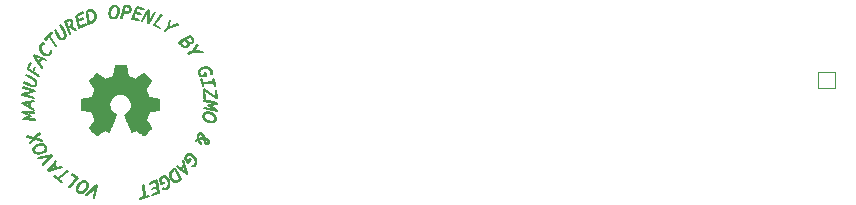
<source format=gbr>
%TF.GenerationSoftware,KiCad,Pcbnew,(6.0.6)*%
%TF.CreationDate,2022-09-17T20:01:25-04:00*%
%TF.ProjectId,Volta_Needle,566f6c74-615f-44e6-9565-646c652e6b69,rev?*%
%TF.SameCoordinates,Original*%
%TF.FileFunction,Legend,Top*%
%TF.FilePolarity,Positive*%
%FSLAX46Y46*%
G04 Gerber Fmt 4.6, Leading zero omitted, Abs format (unit mm)*
G04 Created by KiCad (PCBNEW (6.0.6)) date 2022-09-17 20:01:25*
%MOMM*%
%LPD*%
G01*
G04 APERTURE LIST*
%ADD10C,0.200000*%
%ADD11C,0.120000*%
%ADD12C,0.010000*%
G04 APERTURE END LIST*
D10*
G36*
X151047400Y-71735611D02*
G01*
X151081683Y-71739368D01*
X151114042Y-71744701D01*
X151144418Y-71751640D01*
X151172747Y-71760209D01*
X151198968Y-71770438D01*
X151211268Y-71776183D01*
X151223018Y-71782353D01*
X151234210Y-71788951D01*
X151244836Y-71795981D01*
X151254888Y-71803445D01*
X151264359Y-71811348D01*
X151273241Y-71819693D01*
X151281526Y-71828484D01*
X151289206Y-71837723D01*
X151296274Y-71847413D01*
X151302722Y-71857560D01*
X151308542Y-71868165D01*
X151313727Y-71879232D01*
X151318268Y-71890765D01*
X151322158Y-71902767D01*
X151325389Y-71915241D01*
X151327953Y-71928191D01*
X151329843Y-71941620D01*
X151331051Y-71955531D01*
X151331570Y-71969929D01*
X151331390Y-71984815D01*
X151330505Y-72000195D01*
X151328306Y-72021155D01*
X151325189Y-72041372D01*
X151321167Y-72060847D01*
X151316253Y-72079580D01*
X151310459Y-72097573D01*
X151303797Y-72114827D01*
X151296281Y-72131343D01*
X151287924Y-72147121D01*
X151278736Y-72162163D01*
X151268732Y-72176470D01*
X151257924Y-72190042D01*
X151246324Y-72202880D01*
X151233945Y-72214986D01*
X151220800Y-72226361D01*
X151206900Y-72237004D01*
X151192260Y-72246919D01*
X151176891Y-72256104D01*
X151160806Y-72264562D01*
X151144017Y-72272294D01*
X151126538Y-72279299D01*
X151108380Y-72285580D01*
X151089557Y-72291137D01*
X151070081Y-72295971D01*
X151049964Y-72300083D01*
X151029219Y-72303475D01*
X151007859Y-72306146D01*
X150985896Y-72308099D01*
X150963344Y-72309334D01*
X150940213Y-72309851D01*
X150916518Y-72309653D01*
X150892271Y-72308739D01*
X150867484Y-72307111D01*
X150663754Y-72291236D01*
X150552630Y-72754257D01*
X150505005Y-72754257D01*
X150640730Y-72246257D01*
X150679630Y-72246257D01*
X150862192Y-72262132D01*
X150910374Y-72264800D01*
X150955695Y-72264871D01*
X150998149Y-72262353D01*
X151037727Y-72257254D01*
X151074421Y-72249581D01*
X151091684Y-72244782D01*
X151108224Y-72239343D01*
X151124039Y-72233264D01*
X151139128Y-72226547D01*
X151153490Y-72219192D01*
X151167125Y-72211200D01*
X151180031Y-72202573D01*
X151192207Y-72193311D01*
X151203653Y-72183415D01*
X151214367Y-72172887D01*
X151224349Y-72161727D01*
X151233597Y-72149936D01*
X151242111Y-72137516D01*
X151249890Y-72124466D01*
X151256932Y-72110789D01*
X151263236Y-72096485D01*
X151268803Y-72081555D01*
X151273630Y-72066000D01*
X151277716Y-72049820D01*
X151281062Y-72033018D01*
X151285525Y-71997549D01*
X151285284Y-71984378D01*
X151284559Y-71971653D01*
X151283347Y-71959369D01*
X151281644Y-71947521D01*
X151279447Y-71936105D01*
X151276752Y-71925117D01*
X151273557Y-71914553D01*
X151269857Y-71904407D01*
X151265649Y-71894677D01*
X151260930Y-71885356D01*
X151255697Y-71876442D01*
X151249946Y-71867929D01*
X151243673Y-71859813D01*
X151236876Y-71852091D01*
X151229551Y-71844757D01*
X151221694Y-71837807D01*
X151213303Y-71831237D01*
X151204373Y-71825042D01*
X151194902Y-71819219D01*
X151184885Y-71813762D01*
X151174320Y-71808667D01*
X151163204Y-71803931D01*
X151151532Y-71799548D01*
X151139301Y-71795515D01*
X151126509Y-71791826D01*
X151113151Y-71788478D01*
X151099225Y-71785467D01*
X151084726Y-71782787D01*
X151053998Y-71778405D01*
X151020942Y-71775299D01*
X150817214Y-71759424D01*
X150679630Y-72246257D01*
X150640730Y-72246257D01*
X150782818Y-71714445D01*
X151047400Y-71735611D01*
G37*
X151047400Y-71735611D02*
X151081683Y-71739368D01*
X151114042Y-71744701D01*
X151144418Y-71751640D01*
X151172747Y-71760209D01*
X151198968Y-71770438D01*
X151211268Y-71776183D01*
X151223018Y-71782353D01*
X151234210Y-71788951D01*
X151244836Y-71795981D01*
X151254888Y-71803445D01*
X151264359Y-71811348D01*
X151273241Y-71819693D01*
X151281526Y-71828484D01*
X151289206Y-71837723D01*
X151296274Y-71847413D01*
X151302722Y-71857560D01*
X151308542Y-71868165D01*
X151313727Y-71879232D01*
X151318268Y-71890765D01*
X151322158Y-71902767D01*
X151325389Y-71915241D01*
X151327953Y-71928191D01*
X151329843Y-71941620D01*
X151331051Y-71955531D01*
X151331570Y-71969929D01*
X151331390Y-71984815D01*
X151330505Y-72000195D01*
X151328306Y-72021155D01*
X151325189Y-72041372D01*
X151321167Y-72060847D01*
X151316253Y-72079580D01*
X151310459Y-72097573D01*
X151303797Y-72114827D01*
X151296281Y-72131343D01*
X151287924Y-72147121D01*
X151278736Y-72162163D01*
X151268732Y-72176470D01*
X151257924Y-72190042D01*
X151246324Y-72202880D01*
X151233945Y-72214986D01*
X151220800Y-72226361D01*
X151206900Y-72237004D01*
X151192260Y-72246919D01*
X151176891Y-72256104D01*
X151160806Y-72264562D01*
X151144017Y-72272294D01*
X151126538Y-72279299D01*
X151108380Y-72285580D01*
X151089557Y-72291137D01*
X151070081Y-72295971D01*
X151049964Y-72300083D01*
X151029219Y-72303475D01*
X151007859Y-72306146D01*
X150985896Y-72308099D01*
X150963344Y-72309334D01*
X150940213Y-72309851D01*
X150916518Y-72309653D01*
X150892271Y-72308739D01*
X150867484Y-72307111D01*
X150663754Y-72291236D01*
X150552630Y-72754257D01*
X150505005Y-72754257D01*
X150640730Y-72246257D01*
X150679630Y-72246257D01*
X150862192Y-72262132D01*
X150910374Y-72264800D01*
X150955695Y-72264871D01*
X150998149Y-72262353D01*
X151037727Y-72257254D01*
X151074421Y-72249581D01*
X151091684Y-72244782D01*
X151108224Y-72239343D01*
X151124039Y-72233264D01*
X151139128Y-72226547D01*
X151153490Y-72219192D01*
X151167125Y-72211200D01*
X151180031Y-72202573D01*
X151192207Y-72193311D01*
X151203653Y-72183415D01*
X151214367Y-72172887D01*
X151224349Y-72161727D01*
X151233597Y-72149936D01*
X151242111Y-72137516D01*
X151249890Y-72124466D01*
X151256932Y-72110789D01*
X151263236Y-72096485D01*
X151268803Y-72081555D01*
X151273630Y-72066000D01*
X151277716Y-72049820D01*
X151281062Y-72033018D01*
X151285525Y-71997549D01*
X151285284Y-71984378D01*
X151284559Y-71971653D01*
X151283347Y-71959369D01*
X151281644Y-71947521D01*
X151279447Y-71936105D01*
X151276752Y-71925117D01*
X151273557Y-71914553D01*
X151269857Y-71904407D01*
X151265649Y-71894677D01*
X151260930Y-71885356D01*
X151255697Y-71876442D01*
X151249946Y-71867929D01*
X151243673Y-71859813D01*
X151236876Y-71852091D01*
X151229551Y-71844757D01*
X151221694Y-71837807D01*
X151213303Y-71831237D01*
X151204373Y-71825042D01*
X151194902Y-71819219D01*
X151184885Y-71813762D01*
X151174320Y-71808667D01*
X151163204Y-71803931D01*
X151151532Y-71799548D01*
X151139301Y-71795515D01*
X151126509Y-71791826D01*
X151113151Y-71788478D01*
X151099225Y-71785467D01*
X151084726Y-71782787D01*
X151053998Y-71778405D01*
X151020942Y-71775299D01*
X150817214Y-71759424D01*
X150679630Y-72246257D01*
X150640730Y-72246257D01*
X150782818Y-71714445D01*
X151047400Y-71735611D01*
G36*
X149534645Y-72225222D02*
G01*
X149545270Y-72165105D01*
X149559756Y-72105933D01*
X149578090Y-72048331D01*
X149600261Y-71992923D01*
X149626258Y-71940333D01*
X149656068Y-71891184D01*
X149672399Y-71868095D01*
X149689680Y-71846101D01*
X149707908Y-71825279D01*
X149727083Y-71805707D01*
X149747202Y-71787464D01*
X149768264Y-71770627D01*
X149790269Y-71755275D01*
X149813213Y-71741485D01*
X149837097Y-71729336D01*
X149861918Y-71718905D01*
X149887674Y-71710270D01*
X149914366Y-71703509D01*
X149941990Y-71698702D01*
X149970547Y-71695924D01*
X149989901Y-71696364D01*
X150008769Y-71697675D01*
X150027145Y-71699844D01*
X150045023Y-71702859D01*
X150062397Y-71706707D01*
X150079261Y-71711377D01*
X150095610Y-71716854D01*
X150111438Y-71723126D01*
X150126738Y-71730182D01*
X150141506Y-71738008D01*
X150155734Y-71746592D01*
X150169419Y-71755920D01*
X150182552Y-71765982D01*
X150195130Y-71776763D01*
X150207146Y-71788251D01*
X150218594Y-71800434D01*
X150229468Y-71813300D01*
X150239763Y-71826835D01*
X150249473Y-71841026D01*
X150258591Y-71855863D01*
X150267113Y-71871330D01*
X150275032Y-71887417D01*
X150282343Y-71904111D01*
X150289039Y-71921399D01*
X150295115Y-71939268D01*
X150300565Y-71957705D01*
X150305384Y-71976699D01*
X150309565Y-71996236D01*
X150313102Y-72016305D01*
X150315991Y-72036892D01*
X150318224Y-72057984D01*
X150319796Y-72079570D01*
X150320821Y-72138780D01*
X150317951Y-72198917D01*
X150311198Y-72259355D01*
X150300573Y-72319472D01*
X150286087Y-72378644D01*
X150267753Y-72436246D01*
X150245582Y-72491654D01*
X150219585Y-72544244D01*
X150189775Y-72593393D01*
X150173444Y-72616482D01*
X150156163Y-72638476D01*
X150137935Y-72659298D01*
X150118760Y-72678870D01*
X150098641Y-72697113D01*
X150077579Y-72713950D01*
X150055574Y-72729302D01*
X150032630Y-72743092D01*
X150008746Y-72755241D01*
X149983925Y-72765673D01*
X149958169Y-72774307D01*
X149931477Y-72781068D01*
X149903853Y-72785876D01*
X149875296Y-72788653D01*
X149855942Y-72789145D01*
X149837074Y-72788647D01*
X149818698Y-72787178D01*
X149800820Y-72784757D01*
X149783446Y-72781401D01*
X149766582Y-72777131D01*
X149750233Y-72771962D01*
X149734406Y-72765915D01*
X149719106Y-72759008D01*
X149704338Y-72751259D01*
X149690109Y-72742686D01*
X149676425Y-72733308D01*
X149663291Y-72723143D01*
X149650713Y-72712209D01*
X149638698Y-72700526D01*
X149627250Y-72688111D01*
X149616375Y-72674984D01*
X149606081Y-72661161D01*
X149596371Y-72646662D01*
X149587252Y-72631505D01*
X149578731Y-72615709D01*
X149570812Y-72599291D01*
X149563501Y-72582271D01*
X149556805Y-72564667D01*
X149550729Y-72546497D01*
X149545278Y-72527779D01*
X149540460Y-72508532D01*
X149536279Y-72488775D01*
X149532741Y-72468525D01*
X149529853Y-72447802D01*
X149527620Y-72426623D01*
X149526047Y-72405007D01*
X149525022Y-72345797D01*
X149525209Y-72341883D01*
X149572431Y-72341883D01*
X149572617Y-72368377D01*
X149573672Y-72394424D01*
X149577175Y-72434246D01*
X149582725Y-72472269D01*
X149590322Y-72508371D01*
X149599964Y-72542425D01*
X149611654Y-72574310D01*
X149625389Y-72603900D01*
X149633024Y-72617795D01*
X149641171Y-72631071D01*
X149649830Y-72643711D01*
X149659000Y-72655700D01*
X149668681Y-72667022D01*
X149678874Y-72677663D01*
X149689579Y-72687605D01*
X149700796Y-72696834D01*
X149712524Y-72705335D01*
X149724763Y-72713092D01*
X149737514Y-72720089D01*
X149750777Y-72726311D01*
X149764551Y-72731742D01*
X149778837Y-72736367D01*
X149793635Y-72740170D01*
X149808944Y-72743137D01*
X149824765Y-72745250D01*
X149841097Y-72746496D01*
X149857941Y-72746857D01*
X149875296Y-72746320D01*
X149901155Y-72743822D01*
X149926146Y-72739358D01*
X149950269Y-72733008D01*
X149973523Y-72724853D01*
X149995909Y-72714974D01*
X150017427Y-72703450D01*
X150038077Y-72690363D01*
X150057859Y-72675792D01*
X150076773Y-72659818D01*
X150094818Y-72642521D01*
X150111995Y-72623982D01*
X150128304Y-72604282D01*
X150143745Y-72583500D01*
X150158318Y-72561717D01*
X150172023Y-72539014D01*
X150184859Y-72515471D01*
X150196827Y-72491168D01*
X150207927Y-72466186D01*
X150218159Y-72440605D01*
X150227523Y-72414505D01*
X150236019Y-72387968D01*
X150243646Y-72361073D01*
X150250406Y-72333901D01*
X150256297Y-72306533D01*
X150261320Y-72279048D01*
X150265474Y-72251527D01*
X150268761Y-72224051D01*
X150271180Y-72196700D01*
X150272730Y-72169554D01*
X150273412Y-72142694D01*
X150273226Y-72116200D01*
X150272172Y-72090153D01*
X150268668Y-72050331D01*
X150263118Y-72012308D01*
X150255522Y-71976207D01*
X150245879Y-71942152D01*
X150234190Y-71910267D01*
X150220454Y-71880678D01*
X150212819Y-71866782D01*
X150204672Y-71853506D01*
X150196014Y-71840866D01*
X150186844Y-71828877D01*
X150177162Y-71817555D01*
X150166969Y-71806915D01*
X150156264Y-71796972D01*
X150145048Y-71787743D01*
X150133320Y-71779242D01*
X150121080Y-71771485D01*
X150108329Y-71764488D01*
X150095066Y-71758266D01*
X150081292Y-71752835D01*
X150067006Y-71748210D01*
X150052208Y-71744407D01*
X150036899Y-71741441D01*
X150021078Y-71739327D01*
X150004746Y-71738082D01*
X149987902Y-71737720D01*
X149970547Y-71738257D01*
X149944688Y-71740755D01*
X149919697Y-71745219D01*
X149895574Y-71751569D01*
X149872320Y-71759724D01*
X149849934Y-71769603D01*
X149828416Y-71781127D01*
X149807766Y-71794214D01*
X149787984Y-71808785D01*
X149769071Y-71824759D01*
X149751025Y-71842056D01*
X149733848Y-71860595D01*
X149717539Y-71880295D01*
X149702098Y-71901077D01*
X149687525Y-71922860D01*
X149673821Y-71945563D01*
X149660984Y-71969106D01*
X149649016Y-71993409D01*
X149637916Y-72018391D01*
X149627684Y-72043972D01*
X149618320Y-72070072D01*
X149609825Y-72096609D01*
X149602197Y-72123504D01*
X149595438Y-72150676D01*
X149589547Y-72178044D01*
X149584524Y-72205529D01*
X149580369Y-72233050D01*
X149577082Y-72260526D01*
X149574664Y-72287878D01*
X149573114Y-72315023D01*
X149572431Y-72341883D01*
X149525209Y-72341883D01*
X149527892Y-72285661D01*
X149534645Y-72225222D01*
G37*
X149534645Y-72225222D02*
X149545270Y-72165105D01*
X149559756Y-72105933D01*
X149578090Y-72048331D01*
X149600261Y-71992923D01*
X149626258Y-71940333D01*
X149656068Y-71891184D01*
X149672399Y-71868095D01*
X149689680Y-71846101D01*
X149707908Y-71825279D01*
X149727083Y-71805707D01*
X149747202Y-71787464D01*
X149768264Y-71770627D01*
X149790269Y-71755275D01*
X149813213Y-71741485D01*
X149837097Y-71729336D01*
X149861918Y-71718905D01*
X149887674Y-71710270D01*
X149914366Y-71703509D01*
X149941990Y-71698702D01*
X149970547Y-71695924D01*
X149989901Y-71696364D01*
X150008769Y-71697675D01*
X150027145Y-71699844D01*
X150045023Y-71702859D01*
X150062397Y-71706707D01*
X150079261Y-71711377D01*
X150095610Y-71716854D01*
X150111438Y-71723126D01*
X150126738Y-71730182D01*
X150141506Y-71738008D01*
X150155734Y-71746592D01*
X150169419Y-71755920D01*
X150182552Y-71765982D01*
X150195130Y-71776763D01*
X150207146Y-71788251D01*
X150218594Y-71800434D01*
X150229468Y-71813300D01*
X150239763Y-71826835D01*
X150249473Y-71841026D01*
X150258591Y-71855863D01*
X150267113Y-71871330D01*
X150275032Y-71887417D01*
X150282343Y-71904111D01*
X150289039Y-71921399D01*
X150295115Y-71939268D01*
X150300565Y-71957705D01*
X150305384Y-71976699D01*
X150309565Y-71996236D01*
X150313102Y-72016305D01*
X150315991Y-72036892D01*
X150318224Y-72057984D01*
X150319796Y-72079570D01*
X150320821Y-72138780D01*
X150317951Y-72198917D01*
X150311198Y-72259355D01*
X150300573Y-72319472D01*
X150286087Y-72378644D01*
X150267753Y-72436246D01*
X150245582Y-72491654D01*
X150219585Y-72544244D01*
X150189775Y-72593393D01*
X150173444Y-72616482D01*
X150156163Y-72638476D01*
X150137935Y-72659298D01*
X150118760Y-72678870D01*
X150098641Y-72697113D01*
X150077579Y-72713950D01*
X150055574Y-72729302D01*
X150032630Y-72743092D01*
X150008746Y-72755241D01*
X149983925Y-72765673D01*
X149958169Y-72774307D01*
X149931477Y-72781068D01*
X149903853Y-72785876D01*
X149875296Y-72788653D01*
X149855942Y-72789145D01*
X149837074Y-72788647D01*
X149818698Y-72787178D01*
X149800820Y-72784757D01*
X149783446Y-72781401D01*
X149766582Y-72777131D01*
X149750233Y-72771962D01*
X149734406Y-72765915D01*
X149719106Y-72759008D01*
X149704338Y-72751259D01*
X149690109Y-72742686D01*
X149676425Y-72733308D01*
X149663291Y-72723143D01*
X149650713Y-72712209D01*
X149638698Y-72700526D01*
X149627250Y-72688111D01*
X149616375Y-72674984D01*
X149606081Y-72661161D01*
X149596371Y-72646662D01*
X149587252Y-72631505D01*
X149578731Y-72615709D01*
X149570812Y-72599291D01*
X149563501Y-72582271D01*
X149556805Y-72564667D01*
X149550729Y-72546497D01*
X149545278Y-72527779D01*
X149540460Y-72508532D01*
X149536279Y-72488775D01*
X149532741Y-72468525D01*
X149529853Y-72447802D01*
X149527620Y-72426623D01*
X149526047Y-72405007D01*
X149525022Y-72345797D01*
X149525209Y-72341883D01*
X149572431Y-72341883D01*
X149572617Y-72368377D01*
X149573672Y-72394424D01*
X149577175Y-72434246D01*
X149582725Y-72472269D01*
X149590322Y-72508371D01*
X149599964Y-72542425D01*
X149611654Y-72574310D01*
X149625389Y-72603900D01*
X149633024Y-72617795D01*
X149641171Y-72631071D01*
X149649830Y-72643711D01*
X149659000Y-72655700D01*
X149668681Y-72667022D01*
X149678874Y-72677663D01*
X149689579Y-72687605D01*
X149700796Y-72696834D01*
X149712524Y-72705335D01*
X149724763Y-72713092D01*
X149737514Y-72720089D01*
X149750777Y-72726311D01*
X149764551Y-72731742D01*
X149778837Y-72736367D01*
X149793635Y-72740170D01*
X149808944Y-72743137D01*
X149824765Y-72745250D01*
X149841097Y-72746496D01*
X149857941Y-72746857D01*
X149875296Y-72746320D01*
X149901155Y-72743822D01*
X149926146Y-72739358D01*
X149950269Y-72733008D01*
X149973523Y-72724853D01*
X149995909Y-72714974D01*
X150017427Y-72703450D01*
X150038077Y-72690363D01*
X150057859Y-72675792D01*
X150076773Y-72659818D01*
X150094818Y-72642521D01*
X150111995Y-72623982D01*
X150128304Y-72604282D01*
X150143745Y-72583500D01*
X150158318Y-72561717D01*
X150172023Y-72539014D01*
X150184859Y-72515471D01*
X150196827Y-72491168D01*
X150207927Y-72466186D01*
X150218159Y-72440605D01*
X150227523Y-72414505D01*
X150236019Y-72387968D01*
X150243646Y-72361073D01*
X150250406Y-72333901D01*
X150256297Y-72306533D01*
X150261320Y-72279048D01*
X150265474Y-72251527D01*
X150268761Y-72224051D01*
X150271180Y-72196700D01*
X150272730Y-72169554D01*
X150273412Y-72142694D01*
X150273226Y-72116200D01*
X150272172Y-72090153D01*
X150268668Y-72050331D01*
X150263118Y-72012308D01*
X150255522Y-71976207D01*
X150245879Y-71942152D01*
X150234190Y-71910267D01*
X150220454Y-71880678D01*
X150212819Y-71866782D01*
X150204672Y-71853506D01*
X150196014Y-71840866D01*
X150186844Y-71828877D01*
X150177162Y-71817555D01*
X150166969Y-71806915D01*
X150156264Y-71796972D01*
X150145048Y-71787743D01*
X150133320Y-71779242D01*
X150121080Y-71771485D01*
X150108329Y-71764488D01*
X150095066Y-71758266D01*
X150081292Y-71752835D01*
X150067006Y-71748210D01*
X150052208Y-71744407D01*
X150036899Y-71741441D01*
X150021078Y-71739327D01*
X150004746Y-71738082D01*
X149987902Y-71737720D01*
X149970547Y-71738257D01*
X149944688Y-71740755D01*
X149919697Y-71745219D01*
X149895574Y-71751569D01*
X149872320Y-71759724D01*
X149849934Y-71769603D01*
X149828416Y-71781127D01*
X149807766Y-71794214D01*
X149787984Y-71808785D01*
X149769071Y-71824759D01*
X149751025Y-71842056D01*
X149733848Y-71860595D01*
X149717539Y-71880295D01*
X149702098Y-71901077D01*
X149687525Y-71922860D01*
X149673821Y-71945563D01*
X149660984Y-71969106D01*
X149649016Y-71993409D01*
X149637916Y-72018391D01*
X149627684Y-72043972D01*
X149618320Y-72070072D01*
X149609825Y-72096609D01*
X149602197Y-72123504D01*
X149595438Y-72150676D01*
X149589547Y-72178044D01*
X149584524Y-72205529D01*
X149580369Y-72233050D01*
X149577082Y-72260526D01*
X149574664Y-72287878D01*
X149573114Y-72315023D01*
X149572431Y-72341883D01*
X149525209Y-72341883D01*
X149527892Y-72285661D01*
X149534645Y-72225222D01*
G36*
X152431171Y-71960507D02*
G01*
X152404713Y-71994903D01*
X151859671Y-71883778D01*
X151692983Y-72288591D01*
X152156005Y-72381195D01*
X152140130Y-72418236D01*
X151677110Y-72328278D01*
X151481317Y-72793945D01*
X152052817Y-72905070D01*
X152034297Y-72944757D01*
X151420463Y-72823049D01*
X151830568Y-71836153D01*
X152431171Y-71960507D01*
G37*
X152431171Y-71960507D02*
X152404713Y-71994903D01*
X151859671Y-71883778D01*
X151692983Y-72288591D01*
X152156005Y-72381195D01*
X152140130Y-72418236D01*
X151677110Y-72328278D01*
X151481317Y-72793945D01*
X152052817Y-72905070D01*
X152034297Y-72944757D01*
X151420463Y-72823049D01*
X151830568Y-71836153D01*
X152431171Y-71960507D01*
G36*
X152841276Y-72087507D02*
G01*
X152862444Y-72910361D01*
X152862444Y-73129966D01*
X152896260Y-73063696D01*
X152930573Y-72998666D01*
X153002672Y-72865382D01*
X153351922Y-72251549D01*
X153396901Y-72251549D01*
X152867735Y-73180236D01*
X152820109Y-73161716D01*
X152798942Y-72338861D01*
X152798942Y-72143070D01*
X152661359Y-72407653D01*
X152306818Y-73018841D01*
X152261840Y-73018841D01*
X152793651Y-72068986D01*
X152841276Y-72087507D01*
G37*
X152841276Y-72087507D02*
X152862444Y-72910361D01*
X152862444Y-73129966D01*
X152896260Y-73063696D01*
X152930573Y-72998666D01*
X153002672Y-72865382D01*
X153351922Y-72251549D01*
X153396901Y-72251549D01*
X152867735Y-73180236D01*
X152820109Y-73161716D01*
X152798942Y-72338861D01*
X152798942Y-72143070D01*
X152661359Y-72407653D01*
X152306818Y-73018841D01*
X152261840Y-73018841D01*
X152793651Y-72068986D01*
X152841276Y-72087507D01*
G36*
X147787734Y-72111320D02*
G01*
X147807517Y-72103021D01*
X147827621Y-72095886D01*
X147847997Y-72089912D01*
X147868596Y-72085100D01*
X147889368Y-72081449D01*
X147910265Y-72078957D01*
X147931238Y-72077623D01*
X147952238Y-72077448D01*
X147973216Y-72078428D01*
X147994123Y-72080565D01*
X148014909Y-72083856D01*
X148035526Y-72088301D01*
X148055925Y-72093899D01*
X148076057Y-72100649D01*
X148095873Y-72108550D01*
X148115323Y-72117601D01*
X148134234Y-72127730D01*
X148152444Y-72138842D01*
X148169923Y-72150898D01*
X148186641Y-72163858D01*
X148202567Y-72177685D01*
X148217672Y-72192339D01*
X148231925Y-72207783D01*
X148245297Y-72223977D01*
X148257756Y-72240882D01*
X148269273Y-72258461D01*
X148279818Y-72276674D01*
X148289360Y-72295483D01*
X148297870Y-72314849D01*
X148305316Y-72334733D01*
X148311670Y-72355097D01*
X148316901Y-72375903D01*
X148329217Y-72404515D01*
X148339919Y-72433598D01*
X148349007Y-72463086D01*
X148356481Y-72492912D01*
X148362340Y-72523013D01*
X148366584Y-72553321D01*
X148369212Y-72583771D01*
X148370224Y-72614298D01*
X148369620Y-72644835D01*
X148367398Y-72675318D01*
X148363560Y-72705680D01*
X148358103Y-72735856D01*
X148351028Y-72765780D01*
X148342334Y-72795386D01*
X148332021Y-72824609D01*
X148320089Y-72853383D01*
X148306622Y-72881472D01*
X148291741Y-72908655D01*
X148275493Y-72934887D01*
X148257929Y-72960125D01*
X148239097Y-72984327D01*
X148219047Y-73007448D01*
X148197827Y-73029445D01*
X148175488Y-73050274D01*
X148152078Y-73069892D01*
X148127646Y-73088255D01*
X148102242Y-73105321D01*
X148075915Y-73121044D01*
X148048714Y-73135383D01*
X148020688Y-73148293D01*
X147991887Y-73159731D01*
X147962359Y-73169653D01*
X147726880Y-73243736D01*
X147613331Y-72195986D01*
X147658088Y-72195986D01*
X147771859Y-73174945D01*
X147959714Y-73114091D01*
X147986636Y-73104692D01*
X148012879Y-73093916D01*
X148038398Y-73081803D01*
X148063150Y-73068395D01*
X148087088Y-73053729D01*
X148110170Y-73037848D01*
X148132351Y-73020791D01*
X148153585Y-73002597D01*
X148173830Y-72983308D01*
X148193040Y-72962964D01*
X148211171Y-72941603D01*
X148228178Y-72919268D01*
X148244018Y-72895997D01*
X148258645Y-72871831D01*
X148272016Y-72846811D01*
X148284086Y-72820975D01*
X148294748Y-72794528D01*
X148303927Y-72767684D01*
X148311623Y-72740505D01*
X148317838Y-72713050D01*
X148322573Y-72685378D01*
X148325828Y-72657550D01*
X148327605Y-72629626D01*
X148327904Y-72601665D01*
X148326726Y-72573727D01*
X148324073Y-72545872D01*
X148319944Y-72518161D01*
X148314342Y-72490651D01*
X148307267Y-72463405D01*
X148298720Y-72436481D01*
X148288702Y-72409940D01*
X148277213Y-72383841D01*
X148272393Y-72365103D01*
X148266556Y-72346772D01*
X148259730Y-72328884D01*
X148251942Y-72311472D01*
X148243220Y-72294573D01*
X148233593Y-72278222D01*
X148223088Y-72262452D01*
X148211732Y-72247301D01*
X148199555Y-72232802D01*
X148186583Y-72218990D01*
X148172844Y-72205902D01*
X148158367Y-72193571D01*
X148143179Y-72182033D01*
X148127307Y-72171323D01*
X148110781Y-72161476D01*
X148093627Y-72152527D01*
X148075994Y-72144563D01*
X148058043Y-72137647D01*
X148039817Y-72131780D01*
X148021362Y-72126961D01*
X148002723Y-72123191D01*
X147983944Y-72120470D01*
X147965070Y-72118798D01*
X147946146Y-72118175D01*
X147927216Y-72118603D01*
X147908325Y-72120080D01*
X147889519Y-72122608D01*
X147870842Y-72126186D01*
X147852338Y-72130815D01*
X147834053Y-72136494D01*
X147816032Y-72143225D01*
X147798318Y-72151007D01*
X147658088Y-72195986D01*
X147613331Y-72195986D01*
X147610463Y-72169528D01*
X147787734Y-72111320D01*
G37*
X147787734Y-72111320D02*
X147807517Y-72103021D01*
X147827621Y-72095886D01*
X147847997Y-72089912D01*
X147868596Y-72085100D01*
X147889368Y-72081449D01*
X147910265Y-72078957D01*
X147931238Y-72077623D01*
X147952238Y-72077448D01*
X147973216Y-72078428D01*
X147994123Y-72080565D01*
X148014909Y-72083856D01*
X148035526Y-72088301D01*
X148055925Y-72093899D01*
X148076057Y-72100649D01*
X148095873Y-72108550D01*
X148115323Y-72117601D01*
X148134234Y-72127730D01*
X148152444Y-72138842D01*
X148169923Y-72150898D01*
X148186641Y-72163858D01*
X148202567Y-72177685D01*
X148217672Y-72192339D01*
X148231925Y-72207783D01*
X148245297Y-72223977D01*
X148257756Y-72240882D01*
X148269273Y-72258461D01*
X148279818Y-72276674D01*
X148289360Y-72295483D01*
X148297870Y-72314849D01*
X148305316Y-72334733D01*
X148311670Y-72355097D01*
X148316901Y-72375903D01*
X148329217Y-72404515D01*
X148339919Y-72433598D01*
X148349007Y-72463086D01*
X148356481Y-72492912D01*
X148362340Y-72523013D01*
X148366584Y-72553321D01*
X148369212Y-72583771D01*
X148370224Y-72614298D01*
X148369620Y-72644835D01*
X148367398Y-72675318D01*
X148363560Y-72705680D01*
X148358103Y-72735856D01*
X148351028Y-72765780D01*
X148342334Y-72795386D01*
X148332021Y-72824609D01*
X148320089Y-72853383D01*
X148306622Y-72881472D01*
X148291741Y-72908655D01*
X148275493Y-72934887D01*
X148257929Y-72960125D01*
X148239097Y-72984327D01*
X148219047Y-73007448D01*
X148197827Y-73029445D01*
X148175488Y-73050274D01*
X148152078Y-73069892D01*
X148127646Y-73088255D01*
X148102242Y-73105321D01*
X148075915Y-73121044D01*
X148048714Y-73135383D01*
X148020688Y-73148293D01*
X147991887Y-73159731D01*
X147962359Y-73169653D01*
X147726880Y-73243736D01*
X147613331Y-72195986D01*
X147658088Y-72195986D01*
X147771859Y-73174945D01*
X147959714Y-73114091D01*
X147986636Y-73104692D01*
X148012879Y-73093916D01*
X148038398Y-73081803D01*
X148063150Y-73068395D01*
X148087088Y-73053729D01*
X148110170Y-73037848D01*
X148132351Y-73020791D01*
X148153585Y-73002597D01*
X148173830Y-72983308D01*
X148193040Y-72962964D01*
X148211171Y-72941603D01*
X148228178Y-72919268D01*
X148244018Y-72895997D01*
X148258645Y-72871831D01*
X148272016Y-72846811D01*
X148284086Y-72820975D01*
X148294748Y-72794528D01*
X148303927Y-72767684D01*
X148311623Y-72740505D01*
X148317838Y-72713050D01*
X148322573Y-72685378D01*
X148325828Y-72657550D01*
X148327605Y-72629626D01*
X148327904Y-72601665D01*
X148326726Y-72573727D01*
X148324073Y-72545872D01*
X148319944Y-72518161D01*
X148314342Y-72490651D01*
X148307267Y-72463405D01*
X148298720Y-72436481D01*
X148288702Y-72409940D01*
X148277213Y-72383841D01*
X148272393Y-72365103D01*
X148266556Y-72346772D01*
X148259730Y-72328884D01*
X148251942Y-72311472D01*
X148243220Y-72294573D01*
X148233593Y-72278222D01*
X148223088Y-72262452D01*
X148211732Y-72247301D01*
X148199555Y-72232802D01*
X148186583Y-72218990D01*
X148172844Y-72205902D01*
X148158367Y-72193571D01*
X148143179Y-72182033D01*
X148127307Y-72171323D01*
X148110781Y-72161476D01*
X148093627Y-72152527D01*
X148075994Y-72144563D01*
X148058043Y-72137647D01*
X148039817Y-72131780D01*
X148021362Y-72126961D01*
X148002723Y-72123191D01*
X147983944Y-72120470D01*
X147965070Y-72118798D01*
X147946146Y-72118175D01*
X147927216Y-72118603D01*
X147908325Y-72120080D01*
X147889519Y-72122608D01*
X147870842Y-72126186D01*
X147852338Y-72130815D01*
X147834053Y-72136494D01*
X147816032Y-72143225D01*
X147798318Y-72151007D01*
X147658088Y-72195986D01*
X147613331Y-72195986D01*
X147610463Y-72169528D01*
X147787734Y-72111320D01*
G36*
X147269151Y-72322986D02*
G01*
X146758506Y-72563757D01*
X146864339Y-72989737D01*
X147290318Y-72786007D01*
X147290318Y-72828341D01*
X146864339Y-73029424D01*
X146983401Y-73518903D01*
X147512568Y-73272841D01*
X147512568Y-73312528D01*
X146946360Y-73577111D01*
X146713526Y-72547882D01*
X147269151Y-72283299D01*
X147269151Y-72322986D01*
G37*
X147269151Y-72322986D02*
X146758506Y-72563757D01*
X146864339Y-72989737D01*
X147290318Y-72786007D01*
X147290318Y-72828341D01*
X146864339Y-73029424D01*
X146983401Y-73518903D01*
X147512568Y-73272841D01*
X147512568Y-73312528D01*
X146946360Y-73577111D01*
X146713526Y-72547882D01*
X147269151Y-72283299D01*
X147269151Y-72322986D01*
G36*
X153949880Y-72526716D02*
G01*
X153330755Y-73344278D01*
X153833463Y-73590341D01*
X153807006Y-73622091D01*
X153261964Y-73357507D01*
X153907547Y-72505549D01*
X153949880Y-72526716D01*
G37*
X153949880Y-72526716D02*
X153330755Y-73344278D01*
X153833463Y-73590341D01*
X153807006Y-73622091D01*
X153261964Y-73357507D01*
X153907547Y-72505549D01*
X153949880Y-72526716D01*
G36*
X154690713Y-72928882D02*
G01*
X154600755Y-73299299D01*
X154592367Y-73334651D01*
X154583267Y-73370778D01*
X154564044Y-73442505D01*
X154545316Y-73508775D01*
X154529318Y-73563882D01*
X154556050Y-73552038D01*
X154587898Y-73538582D01*
X154662601Y-73508320D01*
X154744746Y-73476074D01*
X154825650Y-73444820D01*
X155246338Y-73291362D01*
X155288671Y-73320466D01*
X154521380Y-73611507D01*
X154256797Y-73891966D01*
X154217109Y-73865507D01*
X154486984Y-73582403D01*
X154651026Y-72905070D01*
X154690713Y-72928882D01*
G37*
X154690713Y-72928882D02*
X154600755Y-73299299D01*
X154592367Y-73334651D01*
X154583267Y-73370778D01*
X154564044Y-73442505D01*
X154545316Y-73508775D01*
X154529318Y-73563882D01*
X154556050Y-73552038D01*
X154587898Y-73538582D01*
X154662601Y-73508320D01*
X154744746Y-73476074D01*
X154825650Y-73444820D01*
X155246338Y-73291362D01*
X155288671Y-73320466D01*
X154521380Y-73611507D01*
X154256797Y-73891966D01*
X154217109Y-73865507D01*
X154486984Y-73582403D01*
X154651026Y-72905070D01*
X154690713Y-72928882D01*
G36*
X145972693Y-72963278D02*
G01*
X146002143Y-72945553D01*
X146030943Y-72930123D01*
X146059060Y-72917048D01*
X146086464Y-72906393D01*
X146113124Y-72898217D01*
X146126165Y-72895079D01*
X146139009Y-72892585D01*
X146151651Y-72890741D01*
X146164087Y-72889556D01*
X146176315Y-72889038D01*
X146188329Y-72889195D01*
X146200126Y-72890033D01*
X146211702Y-72891562D01*
X146223053Y-72893787D01*
X146234176Y-72896719D01*
X146245066Y-72900363D01*
X146255720Y-72904729D01*
X146266133Y-72909823D01*
X146276303Y-72915653D01*
X146286224Y-72922228D01*
X146295893Y-72929554D01*
X146305307Y-72937640D01*
X146314460Y-72946494D01*
X146323351Y-72956122D01*
X146331973Y-72966534D01*
X146340325Y-72977736D01*
X146348401Y-72989736D01*
X146357203Y-73005735D01*
X146365113Y-73022093D01*
X146372127Y-73038774D01*
X146378242Y-73055741D01*
X146383453Y-73072958D01*
X146387756Y-73090389D01*
X146391148Y-73107997D01*
X146393623Y-73125746D01*
X146395178Y-73143599D01*
X146395809Y-73161519D01*
X146395511Y-73179471D01*
X146394280Y-73197418D01*
X146392113Y-73215322D01*
X146389005Y-73233149D01*
X146384952Y-73250861D01*
X146379950Y-73268422D01*
X146374031Y-73285696D01*
X146367246Y-73302552D01*
X146359621Y-73318962D01*
X146351178Y-73334900D01*
X146341942Y-73350336D01*
X146331938Y-73365245D01*
X146321189Y-73379598D01*
X146309720Y-73393368D01*
X146297555Y-73406526D01*
X146284718Y-73419047D01*
X146271233Y-73430901D01*
X146257125Y-73442061D01*
X146242418Y-73452501D01*
X146239672Y-73454242D01*
X146673839Y-73759674D01*
X146626214Y-73788778D01*
X146192159Y-73480994D01*
X146004443Y-73600924D01*
X146187005Y-74077174D01*
X146144672Y-74103632D01*
X145769103Y-73119382D01*
X145813943Y-73119382D01*
X145991214Y-73566528D01*
X146121118Y-73479215D01*
X146189651Y-73479215D01*
X146192159Y-73480994D01*
X146194943Y-73479215D01*
X146211303Y-73471105D01*
X146227136Y-73462191D01*
X146239672Y-73454242D01*
X146218756Y-73439528D01*
X146189651Y-73479215D01*
X146121118Y-73479215D01*
X146152610Y-73458049D01*
X146170824Y-73446043D01*
X146188257Y-73433844D01*
X146204899Y-73421460D01*
X146220745Y-73408900D01*
X146235787Y-73396170D01*
X146250017Y-73383280D01*
X146263428Y-73370238D01*
X146276013Y-73357053D01*
X146287765Y-73343731D01*
X146298676Y-73330282D01*
X146308740Y-73316714D01*
X146317949Y-73303035D01*
X146326295Y-73289254D01*
X146333771Y-73275377D01*
X146340371Y-73261415D01*
X146346086Y-73247375D01*
X146350911Y-73233264D01*
X146354836Y-73219093D01*
X146357855Y-73204868D01*
X146359962Y-73190598D01*
X146361147Y-73176291D01*
X146361405Y-73161955D01*
X146360728Y-73147600D01*
X146359109Y-73133232D01*
X146356540Y-73118860D01*
X146353014Y-73104492D01*
X146348525Y-73090138D01*
X146343064Y-73075804D01*
X146336624Y-73061499D01*
X146329198Y-73047231D01*
X146320779Y-73033009D01*
X146311360Y-73018841D01*
X146301520Y-73005272D01*
X146291831Y-72992825D01*
X146282272Y-72981476D01*
X146272825Y-72971200D01*
X146263469Y-72961973D01*
X146254183Y-72953769D01*
X146244949Y-72946564D01*
X146235747Y-72940334D01*
X146226556Y-72935053D01*
X146217357Y-72930697D01*
X146208130Y-72927241D01*
X146198855Y-72924660D01*
X146189512Y-72922931D01*
X146180082Y-72922027D01*
X146170544Y-72921924D01*
X146160878Y-72922599D01*
X146151065Y-72924025D01*
X146141085Y-72926178D01*
X146130918Y-72929033D01*
X146120545Y-72932567D01*
X146109944Y-72936753D01*
X146099097Y-72941568D01*
X146087983Y-72946987D01*
X146076584Y-72952984D01*
X146052845Y-72966617D01*
X146027723Y-72982269D01*
X146001059Y-72999743D01*
X145972693Y-73018841D01*
X145813943Y-73119382D01*
X145769103Y-73119382D01*
X145761026Y-73098216D01*
X145972693Y-72963278D01*
G37*
X145972693Y-72963278D02*
X146002143Y-72945553D01*
X146030943Y-72930123D01*
X146059060Y-72917048D01*
X146086464Y-72906393D01*
X146113124Y-72898217D01*
X146126165Y-72895079D01*
X146139009Y-72892585D01*
X146151651Y-72890741D01*
X146164087Y-72889556D01*
X146176315Y-72889038D01*
X146188329Y-72889195D01*
X146200126Y-72890033D01*
X146211702Y-72891562D01*
X146223053Y-72893787D01*
X146234176Y-72896719D01*
X146245066Y-72900363D01*
X146255720Y-72904729D01*
X146266133Y-72909823D01*
X146276303Y-72915653D01*
X146286224Y-72922228D01*
X146295893Y-72929554D01*
X146305307Y-72937640D01*
X146314460Y-72946494D01*
X146323351Y-72956122D01*
X146331973Y-72966534D01*
X146340325Y-72977736D01*
X146348401Y-72989736D01*
X146357203Y-73005735D01*
X146365113Y-73022093D01*
X146372127Y-73038774D01*
X146378242Y-73055741D01*
X146383453Y-73072958D01*
X146387756Y-73090389D01*
X146391148Y-73107997D01*
X146393623Y-73125746D01*
X146395178Y-73143599D01*
X146395809Y-73161519D01*
X146395511Y-73179471D01*
X146394280Y-73197418D01*
X146392113Y-73215322D01*
X146389005Y-73233149D01*
X146384952Y-73250861D01*
X146379950Y-73268422D01*
X146374031Y-73285696D01*
X146367246Y-73302552D01*
X146359621Y-73318962D01*
X146351178Y-73334900D01*
X146341942Y-73350336D01*
X146331938Y-73365245D01*
X146321189Y-73379598D01*
X146309720Y-73393368D01*
X146297555Y-73406526D01*
X146284718Y-73419047D01*
X146271233Y-73430901D01*
X146257125Y-73442061D01*
X146242418Y-73452501D01*
X146239672Y-73454242D01*
X146673839Y-73759674D01*
X146626214Y-73788778D01*
X146192159Y-73480994D01*
X146004443Y-73600924D01*
X146187005Y-74077174D01*
X146144672Y-74103632D01*
X145769103Y-73119382D01*
X145813943Y-73119382D01*
X145991214Y-73566528D01*
X146121118Y-73479215D01*
X146189651Y-73479215D01*
X146192159Y-73480994D01*
X146194943Y-73479215D01*
X146211303Y-73471105D01*
X146227136Y-73462191D01*
X146239672Y-73454242D01*
X146218756Y-73439528D01*
X146189651Y-73479215D01*
X146121118Y-73479215D01*
X146152610Y-73458049D01*
X146170824Y-73446043D01*
X146188257Y-73433844D01*
X146204899Y-73421460D01*
X146220745Y-73408900D01*
X146235787Y-73396170D01*
X146250017Y-73383280D01*
X146263428Y-73370238D01*
X146276013Y-73357053D01*
X146287765Y-73343731D01*
X146298676Y-73330282D01*
X146308740Y-73316714D01*
X146317949Y-73303035D01*
X146326295Y-73289254D01*
X146333771Y-73275377D01*
X146340371Y-73261415D01*
X146346086Y-73247375D01*
X146350911Y-73233264D01*
X146354836Y-73219093D01*
X146357855Y-73204868D01*
X146359962Y-73190598D01*
X146361147Y-73176291D01*
X146361405Y-73161955D01*
X146360728Y-73147600D01*
X146359109Y-73133232D01*
X146356540Y-73118860D01*
X146353014Y-73104492D01*
X146348525Y-73090138D01*
X146343064Y-73075804D01*
X146336624Y-73061499D01*
X146329198Y-73047231D01*
X146320779Y-73033009D01*
X146311360Y-73018841D01*
X146301520Y-73005272D01*
X146291831Y-72992825D01*
X146282272Y-72981476D01*
X146272825Y-72971200D01*
X146263469Y-72961973D01*
X146254183Y-72953769D01*
X146244949Y-72946564D01*
X146235747Y-72940334D01*
X146226556Y-72935053D01*
X146217357Y-72930697D01*
X146208130Y-72927241D01*
X146198855Y-72924660D01*
X146189512Y-72922931D01*
X146180082Y-72922027D01*
X146170544Y-72921924D01*
X146160878Y-72922599D01*
X146151065Y-72924025D01*
X146141085Y-72926178D01*
X146130918Y-72929033D01*
X146120545Y-72932567D01*
X146109944Y-72936753D01*
X146099097Y-72941568D01*
X146087983Y-72946987D01*
X146076584Y-72952984D01*
X146052845Y-72966617D01*
X146027723Y-72982269D01*
X146001059Y-72999743D01*
X145972693Y-73018841D01*
X145813943Y-73119382D01*
X145769103Y-73119382D01*
X145761026Y-73098216D01*
X145972693Y-72963278D01*
G36*
X145737214Y-73950174D02*
G01*
X145760808Y-73998614D01*
X145780116Y-74044752D01*
X145795315Y-74088642D01*
X145806584Y-74130339D01*
X145814102Y-74169896D01*
X145818046Y-74207368D01*
X145818595Y-74242809D01*
X145815927Y-74276273D01*
X145810221Y-74307815D01*
X145801654Y-74337489D01*
X145790406Y-74365349D01*
X145776653Y-74391449D01*
X145760575Y-74415845D01*
X145742350Y-74438589D01*
X145722157Y-74459736D01*
X145700172Y-74479341D01*
X145689238Y-74490391D01*
X145677747Y-74500719D01*
X145665735Y-74510310D01*
X145653237Y-74519153D01*
X145640292Y-74527233D01*
X145626933Y-74534537D01*
X145613198Y-74541051D01*
X145599122Y-74546761D01*
X145584742Y-74551656D01*
X145570094Y-74555720D01*
X145555214Y-74558941D01*
X145540138Y-74561304D01*
X145524901Y-74562798D01*
X145509542Y-74563407D01*
X145494094Y-74563119D01*
X145478595Y-74561921D01*
X145463193Y-74559815D01*
X145448033Y-74556831D01*
X145433149Y-74552988D01*
X145418573Y-74548307D01*
X145404338Y-74542809D01*
X145390475Y-74536515D01*
X145377017Y-74529446D01*
X145363997Y-74521622D01*
X145351446Y-74513065D01*
X145339399Y-74503794D01*
X145327886Y-74493831D01*
X145316941Y-74483197D01*
X145306596Y-74471912D01*
X145296883Y-74459997D01*
X145287835Y-74447473D01*
X145279485Y-74434361D01*
X145269221Y-74421510D01*
X145259238Y-74408447D01*
X145249538Y-74395177D01*
X145240125Y-74381705D01*
X145231002Y-74368035D01*
X145222171Y-74354171D01*
X145213637Y-74340119D01*
X145205402Y-74325883D01*
X144898485Y-73759674D01*
X144935526Y-73730570D01*
X145237152Y-74283549D01*
X145240515Y-74291147D01*
X145244031Y-74298669D01*
X145247700Y-74306112D01*
X145251520Y-74313474D01*
X145255489Y-74320752D01*
X145259605Y-74327945D01*
X145263868Y-74335050D01*
X145268276Y-74342065D01*
X145272828Y-74348987D01*
X145277522Y-74355815D01*
X145282356Y-74362547D01*
X145287330Y-74369179D01*
X145292442Y-74375710D01*
X145297690Y-74382138D01*
X145303073Y-74388460D01*
X145308589Y-74394674D01*
X145315964Y-74406046D01*
X145323919Y-74416926D01*
X145332430Y-74427295D01*
X145341470Y-74437138D01*
X145351014Y-74446437D01*
X145361036Y-74455176D01*
X145371510Y-74463336D01*
X145382409Y-74470903D01*
X145393709Y-74477857D01*
X145405382Y-74484183D01*
X145417404Y-74489864D01*
X145429748Y-74494882D01*
X145442389Y-74499222D01*
X145455300Y-74502864D01*
X145468455Y-74505794D01*
X145481830Y-74507993D01*
X145495306Y-74509438D01*
X145508767Y-74510121D01*
X145522182Y-74510051D01*
X145535522Y-74509237D01*
X145548757Y-74507690D01*
X145561858Y-74505419D01*
X145574795Y-74502433D01*
X145587539Y-74498742D01*
X145600061Y-74494354D01*
X145612331Y-74489280D01*
X145624319Y-74483529D01*
X145635996Y-74477110D01*
X145647333Y-74470032D01*
X145658300Y-74462306D01*
X145668867Y-74453941D01*
X145679006Y-74444945D01*
X145688483Y-74436550D01*
X145697555Y-74427737D01*
X145706205Y-74418505D01*
X145714414Y-74408854D01*
X145722167Y-74398785D01*
X145729444Y-74388297D01*
X145736230Y-74377391D01*
X145742506Y-74366066D01*
X145748254Y-74354322D01*
X145753459Y-74342160D01*
X145758101Y-74329580D01*
X145762163Y-74316580D01*
X145765629Y-74303163D01*
X145768481Y-74289326D01*
X145770701Y-74275071D01*
X145772271Y-74260398D01*
X145773175Y-74245306D01*
X145773395Y-74229795D01*
X145772914Y-74213866D01*
X145771713Y-74197518D01*
X145769776Y-74180751D01*
X145767086Y-74163566D01*
X145763624Y-74145963D01*
X145759373Y-74127941D01*
X145754316Y-74109500D01*
X145748436Y-74090641D01*
X145741714Y-74071363D01*
X145734134Y-74051666D01*
X145725678Y-74031551D01*
X145716329Y-74011017D01*
X145706069Y-73990065D01*
X145694881Y-73968694D01*
X145369443Y-73368091D01*
X145406485Y-73338986D01*
X145737214Y-73950174D01*
G37*
X145737214Y-73950174D02*
X145760808Y-73998614D01*
X145780116Y-74044752D01*
X145795315Y-74088642D01*
X145806584Y-74130339D01*
X145814102Y-74169896D01*
X145818046Y-74207368D01*
X145818595Y-74242809D01*
X145815927Y-74276273D01*
X145810221Y-74307815D01*
X145801654Y-74337489D01*
X145790406Y-74365349D01*
X145776653Y-74391449D01*
X145760575Y-74415845D01*
X145742350Y-74438589D01*
X145722157Y-74459736D01*
X145700172Y-74479341D01*
X145689238Y-74490391D01*
X145677747Y-74500719D01*
X145665735Y-74510310D01*
X145653237Y-74519153D01*
X145640292Y-74527233D01*
X145626933Y-74534537D01*
X145613198Y-74541051D01*
X145599122Y-74546761D01*
X145584742Y-74551656D01*
X145570094Y-74555720D01*
X145555214Y-74558941D01*
X145540138Y-74561304D01*
X145524901Y-74562798D01*
X145509542Y-74563407D01*
X145494094Y-74563119D01*
X145478595Y-74561921D01*
X145463193Y-74559815D01*
X145448033Y-74556831D01*
X145433149Y-74552988D01*
X145418573Y-74548307D01*
X145404338Y-74542809D01*
X145390475Y-74536515D01*
X145377017Y-74529446D01*
X145363997Y-74521622D01*
X145351446Y-74513065D01*
X145339399Y-74503794D01*
X145327886Y-74493831D01*
X145316941Y-74483197D01*
X145306596Y-74471912D01*
X145296883Y-74459997D01*
X145287835Y-74447473D01*
X145279485Y-74434361D01*
X145269221Y-74421510D01*
X145259238Y-74408447D01*
X145249538Y-74395177D01*
X145240125Y-74381705D01*
X145231002Y-74368035D01*
X145222171Y-74354171D01*
X145213637Y-74340119D01*
X145205402Y-74325883D01*
X144898485Y-73759674D01*
X144935526Y-73730570D01*
X145237152Y-74283549D01*
X145240515Y-74291147D01*
X145244031Y-74298669D01*
X145247700Y-74306112D01*
X145251520Y-74313474D01*
X145255489Y-74320752D01*
X145259605Y-74327945D01*
X145263868Y-74335050D01*
X145268276Y-74342065D01*
X145272828Y-74348987D01*
X145277522Y-74355815D01*
X145282356Y-74362547D01*
X145287330Y-74369179D01*
X145292442Y-74375710D01*
X145297690Y-74382138D01*
X145303073Y-74388460D01*
X145308589Y-74394674D01*
X145315964Y-74406046D01*
X145323919Y-74416926D01*
X145332430Y-74427295D01*
X145341470Y-74437138D01*
X145351014Y-74446437D01*
X145361036Y-74455176D01*
X145371510Y-74463336D01*
X145382409Y-74470903D01*
X145393709Y-74477857D01*
X145405382Y-74484183D01*
X145417404Y-74489864D01*
X145429748Y-74494882D01*
X145442389Y-74499222D01*
X145455300Y-74502864D01*
X145468455Y-74505794D01*
X145481830Y-74507993D01*
X145495306Y-74509438D01*
X145508767Y-74510121D01*
X145522182Y-74510051D01*
X145535522Y-74509237D01*
X145548757Y-74507690D01*
X145561858Y-74505419D01*
X145574795Y-74502433D01*
X145587539Y-74498742D01*
X145600061Y-74494354D01*
X145612331Y-74489280D01*
X145624319Y-74483529D01*
X145635996Y-74477110D01*
X145647333Y-74470032D01*
X145658300Y-74462306D01*
X145668867Y-74453941D01*
X145679006Y-74444945D01*
X145688483Y-74436550D01*
X145697555Y-74427737D01*
X145706205Y-74418505D01*
X145714414Y-74408854D01*
X145722167Y-74398785D01*
X145729444Y-74388297D01*
X145736230Y-74377391D01*
X145742506Y-74366066D01*
X145748254Y-74354322D01*
X145753459Y-74342160D01*
X145758101Y-74329580D01*
X145762163Y-74316580D01*
X145765629Y-74303163D01*
X145768481Y-74289326D01*
X145770701Y-74275071D01*
X145772271Y-74260398D01*
X145773175Y-74245306D01*
X145773395Y-74229795D01*
X145772914Y-74213866D01*
X145771713Y-74197518D01*
X145769776Y-74180751D01*
X145767086Y-74163566D01*
X145763624Y-74145963D01*
X145759373Y-74127941D01*
X145754316Y-74109500D01*
X145748436Y-74090641D01*
X145741714Y-74071363D01*
X145734134Y-74051666D01*
X145725678Y-74031551D01*
X145716329Y-74011017D01*
X145706069Y-73990065D01*
X145694881Y-73968694D01*
X145369443Y-73368091D01*
X145406485Y-73338986D01*
X145737214Y-73950174D01*
G36*
X144655068Y-74000445D02*
G01*
X144403714Y-74265028D01*
X144999027Y-75093174D01*
X144996381Y-75135507D01*
X144390485Y-74312653D01*
X144125901Y-74577236D01*
X144099443Y-74540195D01*
X144628610Y-73963403D01*
X144655068Y-74000445D01*
G37*
X144655068Y-74000445D02*
X144403714Y-74265028D01*
X144999027Y-75093174D01*
X144996381Y-75135507D01*
X144390485Y-74312653D01*
X144125901Y-74577236D01*
X144099443Y-74540195D01*
X144628610Y-73963403D01*
X144655068Y-74000445D01*
G36*
X155867217Y-74566653D02*
G01*
X155971297Y-74566653D01*
X156108880Y-74698945D01*
X156139534Y-74730800D01*
X156169935Y-74758946D01*
X156185021Y-74771652D01*
X156200020Y-74783457D01*
X156214922Y-74794372D01*
X156229720Y-74804406D01*
X156244406Y-74813568D01*
X156258971Y-74821867D01*
X156273407Y-74829312D01*
X156287706Y-74835913D01*
X156301860Y-74841679D01*
X156315860Y-74846619D01*
X156329698Y-74850742D01*
X156343367Y-74854057D01*
X156356857Y-74856574D01*
X156370160Y-74858301D01*
X156383269Y-74859249D01*
X156396175Y-74859426D01*
X156408869Y-74858841D01*
X156421344Y-74857504D01*
X156433592Y-74855424D01*
X156445603Y-74852610D01*
X156457371Y-74849071D01*
X156468885Y-74844816D01*
X156480140Y-74839855D01*
X156491125Y-74834197D01*
X156501833Y-74827852D01*
X156512256Y-74820827D01*
X156522386Y-74813133D01*
X156532213Y-74804778D01*
X156541545Y-74796110D01*
X156550194Y-74787459D01*
X156558156Y-74778814D01*
X156565431Y-74770160D01*
X156572015Y-74761485D01*
X156577908Y-74752775D01*
X156583107Y-74744018D01*
X156587610Y-74735201D01*
X156591416Y-74726310D01*
X156594522Y-74717332D01*
X156596926Y-74708254D01*
X156598628Y-74699063D01*
X156599623Y-74689747D01*
X156599912Y-74680291D01*
X156599491Y-74670684D01*
X156598359Y-74660911D01*
X156596514Y-74650960D01*
X156593953Y-74640817D01*
X156590676Y-74630470D01*
X156586680Y-74619905D01*
X156581963Y-74609110D01*
X156576523Y-74598072D01*
X156570358Y-74586776D01*
X156563467Y-74575211D01*
X156555847Y-74563362D01*
X156547496Y-74551218D01*
X156538413Y-74538764D01*
X156528595Y-74525989D01*
X156506749Y-74499419D01*
X156481942Y-74471403D01*
X156347006Y-74341757D01*
X155971297Y-74566653D01*
X155867217Y-74566653D01*
X156352296Y-74280903D01*
X156518984Y-74463466D01*
X156543206Y-74491491D01*
X156564309Y-74518997D01*
X156582335Y-74545961D01*
X156590207Y-74559232D01*
X156597325Y-74572358D01*
X156603696Y-74585338D01*
X156609324Y-74598167D01*
X156614215Y-74610843D01*
X156618373Y-74623363D01*
X156621805Y-74635724D01*
X156624515Y-74647923D01*
X156626510Y-74659958D01*
X156627794Y-74671825D01*
X156628372Y-74683521D01*
X156628250Y-74695044D01*
X156627434Y-74706391D01*
X156625928Y-74717559D01*
X156623738Y-74728544D01*
X156620870Y-74739344D01*
X156617328Y-74749956D01*
X156613118Y-74760378D01*
X156608245Y-74770605D01*
X156602714Y-74780636D01*
X156596532Y-74790467D01*
X156589703Y-74800096D01*
X156582232Y-74809519D01*
X156574126Y-74818735D01*
X156565388Y-74827738D01*
X156556025Y-74836528D01*
X156546254Y-74844267D01*
X156536229Y-74851507D01*
X156525968Y-74858247D01*
X156515487Y-74864488D01*
X156504804Y-74870230D01*
X156493936Y-74875472D01*
X156482898Y-74880216D01*
X156471709Y-74884459D01*
X156460385Y-74888204D01*
X156448943Y-74891449D01*
X156437399Y-74894196D01*
X156425772Y-74896442D01*
X156402330Y-74899438D01*
X156378754Y-74900437D01*
X156355178Y-74899438D01*
X156331737Y-74896442D01*
X156320109Y-74894196D01*
X156308565Y-74891449D01*
X156297123Y-74888204D01*
X156285799Y-74884459D01*
X156274610Y-74880216D01*
X156263573Y-74875472D01*
X156252704Y-74870230D01*
X156242021Y-74864488D01*
X156231541Y-74858247D01*
X156221280Y-74851507D01*
X156211255Y-74844267D01*
X156201484Y-74836528D01*
X156207112Y-74845551D01*
X156212285Y-74854742D01*
X156217003Y-74864087D01*
X156221269Y-74873570D01*
X156225084Y-74883177D01*
X156228451Y-74892894D01*
X156231371Y-74902705D01*
X156233845Y-74912595D01*
X156237466Y-74932556D01*
X156239328Y-74952658D01*
X156239446Y-74972784D01*
X156237835Y-74992816D01*
X156234509Y-75012635D01*
X156229482Y-75032124D01*
X156222771Y-75051164D01*
X156214388Y-75069638D01*
X156209575Y-75078625D01*
X156204350Y-75087427D01*
X156198714Y-75096028D01*
X156192669Y-75104413D01*
X156186218Y-75112569D01*
X156179362Y-75120479D01*
X156172102Y-75128130D01*
X156164442Y-75135507D01*
X156148987Y-75148811D01*
X156133384Y-75160949D01*
X156117642Y-75171934D01*
X156101769Y-75181778D01*
X156085771Y-75190495D01*
X156069657Y-75198096D01*
X156053434Y-75204595D01*
X156037111Y-75210004D01*
X156020695Y-75214335D01*
X156004193Y-75217602D01*
X155987614Y-75219816D01*
X155970965Y-75220990D01*
X155954254Y-75221138D01*
X155937489Y-75220271D01*
X155920678Y-75218402D01*
X155903827Y-75215544D01*
X155886946Y-75211709D01*
X155870041Y-75206910D01*
X155853121Y-75201159D01*
X155836193Y-75194470D01*
X155819265Y-75186854D01*
X155802345Y-75178325D01*
X155785441Y-75168894D01*
X155768559Y-75158575D01*
X155751709Y-75147381D01*
X155734897Y-75135322D01*
X155701421Y-75108666D01*
X155668193Y-75078708D01*
X155635276Y-75045549D01*
X155455800Y-74849757D01*
X155502984Y-74849757D01*
X155651150Y-75003216D01*
X155681439Y-75035159D01*
X155711767Y-75064416D01*
X155742110Y-75090844D01*
X155772446Y-75114299D01*
X155787603Y-75124867D01*
X155802750Y-75134638D01*
X155817883Y-75143595D01*
X155833000Y-75151718D01*
X155848097Y-75158991D01*
X155863173Y-75165395D01*
X155878223Y-75170912D01*
X155893244Y-75175525D01*
X155908235Y-75179216D01*
X155923192Y-75181966D01*
X155938112Y-75183758D01*
X155952993Y-75184574D01*
X155967831Y-75184396D01*
X155982623Y-75183205D01*
X155997367Y-75180985D01*
X156012059Y-75177716D01*
X156026697Y-75173382D01*
X156041278Y-75167964D01*
X156055799Y-75161445D01*
X156070257Y-75153806D01*
X156084649Y-75145029D01*
X156098973Y-75135097D01*
X156113224Y-75123991D01*
X156127401Y-75111695D01*
X156135562Y-75103829D01*
X156143175Y-75095619D01*
X156150234Y-75087076D01*
X156156733Y-75078213D01*
X156162665Y-75069043D01*
X156168027Y-75059576D01*
X156172810Y-75049825D01*
X156177010Y-75039802D01*
X156180622Y-75029520D01*
X156183638Y-75018990D01*
X156186054Y-75008225D01*
X156187863Y-74997236D01*
X156189059Y-74986037D01*
X156189638Y-74974638D01*
X156189592Y-74963052D01*
X156188917Y-74951291D01*
X156187606Y-74939367D01*
X156185653Y-74927293D01*
X156183054Y-74915080D01*
X156179801Y-74902741D01*
X156175889Y-74890287D01*
X156171313Y-74877731D01*
X156166066Y-74865086D01*
X156160143Y-74852362D01*
X156153538Y-74839572D01*
X156146245Y-74826728D01*
X156138258Y-74813843D01*
X156129571Y-74800928D01*
X156120179Y-74787996D01*
X156110076Y-74775058D01*
X156099256Y-74762127D01*
X156087713Y-74749216D01*
X155936900Y-74585174D01*
X155502984Y-74849757D01*
X155455800Y-74849757D01*
X155431546Y-74823299D01*
X155867217Y-74566653D01*
G37*
X155867217Y-74566653D02*
X155971297Y-74566653D01*
X156108880Y-74698945D01*
X156139534Y-74730800D01*
X156169935Y-74758946D01*
X156185021Y-74771652D01*
X156200020Y-74783457D01*
X156214922Y-74794372D01*
X156229720Y-74804406D01*
X156244406Y-74813568D01*
X156258971Y-74821867D01*
X156273407Y-74829312D01*
X156287706Y-74835913D01*
X156301860Y-74841679D01*
X156315860Y-74846619D01*
X156329698Y-74850742D01*
X156343367Y-74854057D01*
X156356857Y-74856574D01*
X156370160Y-74858301D01*
X156383269Y-74859249D01*
X156396175Y-74859426D01*
X156408869Y-74858841D01*
X156421344Y-74857504D01*
X156433592Y-74855424D01*
X156445603Y-74852610D01*
X156457371Y-74849071D01*
X156468885Y-74844816D01*
X156480140Y-74839855D01*
X156491125Y-74834197D01*
X156501833Y-74827852D01*
X156512256Y-74820827D01*
X156522386Y-74813133D01*
X156532213Y-74804778D01*
X156541545Y-74796110D01*
X156550194Y-74787459D01*
X156558156Y-74778814D01*
X156565431Y-74770160D01*
X156572015Y-74761485D01*
X156577908Y-74752775D01*
X156583107Y-74744018D01*
X156587610Y-74735201D01*
X156591416Y-74726310D01*
X156594522Y-74717332D01*
X156596926Y-74708254D01*
X156598628Y-74699063D01*
X156599623Y-74689747D01*
X156599912Y-74680291D01*
X156599491Y-74670684D01*
X156598359Y-74660911D01*
X156596514Y-74650960D01*
X156593953Y-74640817D01*
X156590676Y-74630470D01*
X156586680Y-74619905D01*
X156581963Y-74609110D01*
X156576523Y-74598072D01*
X156570358Y-74586776D01*
X156563467Y-74575211D01*
X156555847Y-74563362D01*
X156547496Y-74551218D01*
X156538413Y-74538764D01*
X156528595Y-74525989D01*
X156506749Y-74499419D01*
X156481942Y-74471403D01*
X156347006Y-74341757D01*
X155971297Y-74566653D01*
X155867217Y-74566653D01*
X156352296Y-74280903D01*
X156518984Y-74463466D01*
X156543206Y-74491491D01*
X156564309Y-74518997D01*
X156582335Y-74545961D01*
X156590207Y-74559232D01*
X156597325Y-74572358D01*
X156603696Y-74585338D01*
X156609324Y-74598167D01*
X156614215Y-74610843D01*
X156618373Y-74623363D01*
X156621805Y-74635724D01*
X156624515Y-74647923D01*
X156626510Y-74659958D01*
X156627794Y-74671825D01*
X156628372Y-74683521D01*
X156628250Y-74695044D01*
X156627434Y-74706391D01*
X156625928Y-74717559D01*
X156623738Y-74728544D01*
X156620870Y-74739344D01*
X156617328Y-74749956D01*
X156613118Y-74760378D01*
X156608245Y-74770605D01*
X156602714Y-74780636D01*
X156596532Y-74790467D01*
X156589703Y-74800096D01*
X156582232Y-74809519D01*
X156574126Y-74818735D01*
X156565388Y-74827738D01*
X156556025Y-74836528D01*
X156546254Y-74844267D01*
X156536229Y-74851507D01*
X156525968Y-74858247D01*
X156515487Y-74864488D01*
X156504804Y-74870230D01*
X156493936Y-74875472D01*
X156482898Y-74880216D01*
X156471709Y-74884459D01*
X156460385Y-74888204D01*
X156448943Y-74891449D01*
X156437399Y-74894196D01*
X156425772Y-74896442D01*
X156402330Y-74899438D01*
X156378754Y-74900437D01*
X156355178Y-74899438D01*
X156331737Y-74896442D01*
X156320109Y-74894196D01*
X156308565Y-74891449D01*
X156297123Y-74888204D01*
X156285799Y-74884459D01*
X156274610Y-74880216D01*
X156263573Y-74875472D01*
X156252704Y-74870230D01*
X156242021Y-74864488D01*
X156231541Y-74858247D01*
X156221280Y-74851507D01*
X156211255Y-74844267D01*
X156201484Y-74836528D01*
X156207112Y-74845551D01*
X156212285Y-74854742D01*
X156217003Y-74864087D01*
X156221269Y-74873570D01*
X156225084Y-74883177D01*
X156228451Y-74892894D01*
X156231371Y-74902705D01*
X156233845Y-74912595D01*
X156237466Y-74932556D01*
X156239328Y-74952658D01*
X156239446Y-74972784D01*
X156237835Y-74992816D01*
X156234509Y-75012635D01*
X156229482Y-75032124D01*
X156222771Y-75051164D01*
X156214388Y-75069638D01*
X156209575Y-75078625D01*
X156204350Y-75087427D01*
X156198714Y-75096028D01*
X156192669Y-75104413D01*
X156186218Y-75112569D01*
X156179362Y-75120479D01*
X156172102Y-75128130D01*
X156164442Y-75135507D01*
X156148987Y-75148811D01*
X156133384Y-75160949D01*
X156117642Y-75171934D01*
X156101769Y-75181778D01*
X156085771Y-75190495D01*
X156069657Y-75198096D01*
X156053434Y-75204595D01*
X156037111Y-75210004D01*
X156020695Y-75214335D01*
X156004193Y-75217602D01*
X155987614Y-75219816D01*
X155970965Y-75220990D01*
X155954254Y-75221138D01*
X155937489Y-75220271D01*
X155920678Y-75218402D01*
X155903827Y-75215544D01*
X155886946Y-75211709D01*
X155870041Y-75206910D01*
X155853121Y-75201159D01*
X155836193Y-75194470D01*
X155819265Y-75186854D01*
X155802345Y-75178325D01*
X155785441Y-75168894D01*
X155768559Y-75158575D01*
X155751709Y-75147381D01*
X155734897Y-75135322D01*
X155701421Y-75108666D01*
X155668193Y-75078708D01*
X155635276Y-75045549D01*
X155455800Y-74849757D01*
X155502984Y-74849757D01*
X155651150Y-75003216D01*
X155681439Y-75035159D01*
X155711767Y-75064416D01*
X155742110Y-75090844D01*
X155772446Y-75114299D01*
X155787603Y-75124867D01*
X155802750Y-75134638D01*
X155817883Y-75143595D01*
X155833000Y-75151718D01*
X155848097Y-75158991D01*
X155863173Y-75165395D01*
X155878223Y-75170912D01*
X155893244Y-75175525D01*
X155908235Y-75179216D01*
X155923192Y-75181966D01*
X155938112Y-75183758D01*
X155952993Y-75184574D01*
X155967831Y-75184396D01*
X155982623Y-75183205D01*
X155997367Y-75180985D01*
X156012059Y-75177716D01*
X156026697Y-75173382D01*
X156041278Y-75167964D01*
X156055799Y-75161445D01*
X156070257Y-75153806D01*
X156084649Y-75145029D01*
X156098973Y-75135097D01*
X156113224Y-75123991D01*
X156127401Y-75111695D01*
X156135562Y-75103829D01*
X156143175Y-75095619D01*
X156150234Y-75087076D01*
X156156733Y-75078213D01*
X156162665Y-75069043D01*
X156168027Y-75059576D01*
X156172810Y-75049825D01*
X156177010Y-75039802D01*
X156180622Y-75029520D01*
X156183638Y-75018990D01*
X156186054Y-75008225D01*
X156187863Y-74997236D01*
X156189059Y-74986037D01*
X156189638Y-74974638D01*
X156189592Y-74963052D01*
X156188917Y-74951291D01*
X156187606Y-74939367D01*
X156185653Y-74927293D01*
X156183054Y-74915080D01*
X156179801Y-74902741D01*
X156175889Y-74890287D01*
X156171313Y-74877731D01*
X156166066Y-74865086D01*
X156160143Y-74852362D01*
X156153538Y-74839572D01*
X156146245Y-74826728D01*
X156138258Y-74813843D01*
X156129571Y-74800928D01*
X156120179Y-74787996D01*
X156110076Y-74775058D01*
X156099256Y-74762127D01*
X156087713Y-74749216D01*
X155936900Y-74585174D01*
X155502984Y-74849757D01*
X155455800Y-74849757D01*
X155431546Y-74823299D01*
X155867217Y-74566653D01*
G36*
X157000525Y-75050841D02*
G01*
X156780921Y-75360403D01*
X156737389Y-75419686D01*
X156692616Y-75479466D01*
X156614233Y-75582653D01*
X156939670Y-75582653D01*
X157386816Y-75595882D01*
X157415920Y-75638215D01*
X156590421Y-75617049D01*
X156230587Y-75775799D01*
X156204129Y-75736112D01*
X156569256Y-75580007D01*
X156974067Y-75011153D01*
X157000525Y-75050841D01*
G37*
X157000525Y-75050841D02*
X156780921Y-75360403D01*
X156737389Y-75419686D01*
X156692616Y-75479466D01*
X156614233Y-75582653D01*
X156939670Y-75582653D01*
X157386816Y-75595882D01*
X157415920Y-75638215D01*
X156590421Y-75617049D01*
X156230587Y-75775799D01*
X156204129Y-75736112D01*
X156569256Y-75580007D01*
X156974067Y-75011153D01*
X157000525Y-75050841D01*
G36*
X143960550Y-74872258D02*
G01*
X143970118Y-74872718D01*
X143979705Y-74873529D01*
X143989302Y-74874693D01*
X143998901Y-74876216D01*
X143998901Y-74923841D01*
X143982734Y-74921246D01*
X143966577Y-74919856D01*
X143950491Y-74919645D01*
X143934531Y-74920592D01*
X143918756Y-74922673D01*
X143903225Y-74925866D01*
X143887994Y-74930146D01*
X143873122Y-74935490D01*
X143858666Y-74941877D01*
X143844685Y-74949281D01*
X143831237Y-74957681D01*
X143818378Y-74967053D01*
X143806168Y-74977374D01*
X143794664Y-74988621D01*
X143783924Y-75000770D01*
X143774006Y-75013799D01*
X143758183Y-75037161D01*
X143744412Y-75061073D01*
X143732635Y-75085481D01*
X143722794Y-75110331D01*
X143714834Y-75135568D01*
X143708696Y-75161139D01*
X143704323Y-75186989D01*
X143701659Y-75213063D01*
X143700645Y-75239309D01*
X143701226Y-75265670D01*
X143703343Y-75292093D01*
X143706940Y-75318525D01*
X143711959Y-75344909D01*
X143718344Y-75371193D01*
X143726036Y-75397322D01*
X143734980Y-75423242D01*
X143756390Y-75474236D01*
X143782119Y-75523742D01*
X143811707Y-75571326D01*
X143844699Y-75616553D01*
X143880636Y-75658990D01*
X143919061Y-75698202D01*
X143959518Y-75733755D01*
X144001547Y-75765216D01*
X144033960Y-75787330D01*
X144066629Y-75806944D01*
X144099437Y-75823916D01*
X144132268Y-75838100D01*
X144165006Y-75849355D01*
X144181304Y-75853838D01*
X144197535Y-75857536D01*
X144213685Y-75860429D01*
X144229739Y-75862500D01*
X144245682Y-75863731D01*
X144261500Y-75864104D01*
X144277179Y-75863601D01*
X144292704Y-75862204D01*
X144308060Y-75859896D01*
X144323233Y-75856657D01*
X144338208Y-75852471D01*
X144352972Y-75847320D01*
X144367508Y-75841185D01*
X144381803Y-75834049D01*
X144395843Y-75825893D01*
X144409612Y-75816700D01*
X144423096Y-75806452D01*
X144436281Y-75795131D01*
X144449151Y-75782719D01*
X144461694Y-75769198D01*
X144473893Y-75754550D01*
X144485735Y-75738757D01*
X144495533Y-75724138D01*
X144504607Y-75709137D01*
X144512951Y-75693782D01*
X144520557Y-75678099D01*
X144527420Y-75662116D01*
X144533532Y-75645859D01*
X144538886Y-75629356D01*
X144543476Y-75612633D01*
X144547296Y-75595717D01*
X144550338Y-75578635D01*
X144552595Y-75561415D01*
X144554061Y-75544083D01*
X144554730Y-75526665D01*
X144554594Y-75509190D01*
X144553646Y-75491684D01*
X144551881Y-75474174D01*
X144594214Y-75474174D01*
X144596413Y-75494032D01*
X144597639Y-75513889D01*
X144597901Y-75533713D01*
X144597208Y-75553470D01*
X144595567Y-75573126D01*
X144592989Y-75592649D01*
X144589481Y-75612004D01*
X144585051Y-75631158D01*
X144579709Y-75650078D01*
X144573464Y-75668731D01*
X144566322Y-75687082D01*
X144558294Y-75705099D01*
X144549388Y-75722748D01*
X144539612Y-75739996D01*
X144528975Y-75756809D01*
X144517485Y-75773154D01*
X144505614Y-75788840D01*
X144492959Y-75803758D01*
X144479557Y-75817886D01*
X144465448Y-75831202D01*
X144450670Y-75843684D01*
X144435262Y-75855312D01*
X144419262Y-75866062D01*
X144402710Y-75875915D01*
X144385643Y-75884847D01*
X144368102Y-75892838D01*
X144350124Y-75899866D01*
X144331747Y-75905909D01*
X144313012Y-75910945D01*
X144293956Y-75914954D01*
X144274618Y-75917912D01*
X144255037Y-75919800D01*
X144235381Y-75920592D01*
X144215820Y-75920290D01*
X144196396Y-75918909D01*
X144177150Y-75916467D01*
X144158123Y-75912978D01*
X144139356Y-75908460D01*
X144120891Y-75902928D01*
X144102769Y-75896398D01*
X144085031Y-75888888D01*
X144067718Y-75880412D01*
X144050872Y-75870987D01*
X144034534Y-75860630D01*
X144018746Y-75849356D01*
X144003548Y-75837181D01*
X143988982Y-75824122D01*
X143975089Y-75810195D01*
X143951961Y-75793003D01*
X143929248Y-75774705D01*
X143885306Y-75735011D01*
X143843736Y-75691557D01*
X143805011Y-75644789D01*
X143786863Y-75620301D01*
X143769604Y-75595153D01*
X143753292Y-75569399D01*
X143737987Y-75543095D01*
X143723748Y-75516296D01*
X143710633Y-75489060D01*
X143698703Y-75461441D01*
X143688016Y-75433494D01*
X143678631Y-75405276D01*
X143670607Y-75376843D01*
X143664004Y-75348250D01*
X143658881Y-75319553D01*
X143655296Y-75290807D01*
X143653309Y-75262069D01*
X143652979Y-75233393D01*
X143654364Y-75204836D01*
X143657525Y-75176454D01*
X143662520Y-75148302D01*
X143669408Y-75120435D01*
X143678249Y-75092910D01*
X143689101Y-75065783D01*
X143702024Y-75039108D01*
X143717077Y-75012942D01*
X143734318Y-74987341D01*
X143739951Y-74979421D01*
X143745839Y-74971753D01*
X143751972Y-74964339D01*
X143758342Y-74957185D01*
X143764941Y-74950293D01*
X143771761Y-74943666D01*
X143778793Y-74937309D01*
X143786029Y-74931224D01*
X143793459Y-74925416D01*
X143801077Y-74919887D01*
X143808873Y-74914642D01*
X143816839Y-74909684D01*
X143824967Y-74905016D01*
X143833248Y-74900642D01*
X143841673Y-74896566D01*
X143850235Y-74892791D01*
X143858925Y-74889320D01*
X143867734Y-74886158D01*
X143876655Y-74883307D01*
X143885678Y-74880772D01*
X143894795Y-74878555D01*
X143903999Y-74876660D01*
X143913279Y-74875091D01*
X143922629Y-74873852D01*
X143932039Y-74872945D01*
X143941502Y-74872375D01*
X143951008Y-74872145D01*
X143960550Y-74872258D01*
G37*
X143960550Y-74872258D02*
X143970118Y-74872718D01*
X143979705Y-74873529D01*
X143989302Y-74874693D01*
X143998901Y-74876216D01*
X143998901Y-74923841D01*
X143982734Y-74921246D01*
X143966577Y-74919856D01*
X143950491Y-74919645D01*
X143934531Y-74920592D01*
X143918756Y-74922673D01*
X143903225Y-74925866D01*
X143887994Y-74930146D01*
X143873122Y-74935490D01*
X143858666Y-74941877D01*
X143844685Y-74949281D01*
X143831237Y-74957681D01*
X143818378Y-74967053D01*
X143806168Y-74977374D01*
X143794664Y-74988621D01*
X143783924Y-75000770D01*
X143774006Y-75013799D01*
X143758183Y-75037161D01*
X143744412Y-75061073D01*
X143732635Y-75085481D01*
X143722794Y-75110331D01*
X143714834Y-75135568D01*
X143708696Y-75161139D01*
X143704323Y-75186989D01*
X143701659Y-75213063D01*
X143700645Y-75239309D01*
X143701226Y-75265670D01*
X143703343Y-75292093D01*
X143706940Y-75318525D01*
X143711959Y-75344909D01*
X143718344Y-75371193D01*
X143726036Y-75397322D01*
X143734980Y-75423242D01*
X143756390Y-75474236D01*
X143782119Y-75523742D01*
X143811707Y-75571326D01*
X143844699Y-75616553D01*
X143880636Y-75658990D01*
X143919061Y-75698202D01*
X143959518Y-75733755D01*
X144001547Y-75765216D01*
X144033960Y-75787330D01*
X144066629Y-75806944D01*
X144099437Y-75823916D01*
X144132268Y-75838100D01*
X144165006Y-75849355D01*
X144181304Y-75853838D01*
X144197535Y-75857536D01*
X144213685Y-75860429D01*
X144229739Y-75862500D01*
X144245682Y-75863731D01*
X144261500Y-75864104D01*
X144277179Y-75863601D01*
X144292704Y-75862204D01*
X144308060Y-75859896D01*
X144323233Y-75856657D01*
X144338208Y-75852471D01*
X144352972Y-75847320D01*
X144367508Y-75841185D01*
X144381803Y-75834049D01*
X144395843Y-75825893D01*
X144409612Y-75816700D01*
X144423096Y-75806452D01*
X144436281Y-75795131D01*
X144449151Y-75782719D01*
X144461694Y-75769198D01*
X144473893Y-75754550D01*
X144485735Y-75738757D01*
X144495533Y-75724138D01*
X144504607Y-75709137D01*
X144512951Y-75693782D01*
X144520557Y-75678099D01*
X144527420Y-75662116D01*
X144533532Y-75645859D01*
X144538886Y-75629356D01*
X144543476Y-75612633D01*
X144547296Y-75595717D01*
X144550338Y-75578635D01*
X144552595Y-75561415D01*
X144554061Y-75544083D01*
X144554730Y-75526665D01*
X144554594Y-75509190D01*
X144553646Y-75491684D01*
X144551881Y-75474174D01*
X144594214Y-75474174D01*
X144596413Y-75494032D01*
X144597639Y-75513889D01*
X144597901Y-75533713D01*
X144597208Y-75553470D01*
X144595567Y-75573126D01*
X144592989Y-75592649D01*
X144589481Y-75612004D01*
X144585051Y-75631158D01*
X144579709Y-75650078D01*
X144573464Y-75668731D01*
X144566322Y-75687082D01*
X144558294Y-75705099D01*
X144549388Y-75722748D01*
X144539612Y-75739996D01*
X144528975Y-75756809D01*
X144517485Y-75773154D01*
X144505614Y-75788840D01*
X144492959Y-75803758D01*
X144479557Y-75817886D01*
X144465448Y-75831202D01*
X144450670Y-75843684D01*
X144435262Y-75855312D01*
X144419262Y-75866062D01*
X144402710Y-75875915D01*
X144385643Y-75884847D01*
X144368102Y-75892838D01*
X144350124Y-75899866D01*
X144331747Y-75905909D01*
X144313012Y-75910945D01*
X144293956Y-75914954D01*
X144274618Y-75917912D01*
X144255037Y-75919800D01*
X144235381Y-75920592D01*
X144215820Y-75920290D01*
X144196396Y-75918909D01*
X144177150Y-75916467D01*
X144158123Y-75912978D01*
X144139356Y-75908460D01*
X144120891Y-75902928D01*
X144102769Y-75896398D01*
X144085031Y-75888888D01*
X144067718Y-75880412D01*
X144050872Y-75870987D01*
X144034534Y-75860630D01*
X144018746Y-75849356D01*
X144003548Y-75837181D01*
X143988982Y-75824122D01*
X143975089Y-75810195D01*
X143951961Y-75793003D01*
X143929248Y-75774705D01*
X143885306Y-75735011D01*
X143843736Y-75691557D01*
X143805011Y-75644789D01*
X143786863Y-75620301D01*
X143769604Y-75595153D01*
X143753292Y-75569399D01*
X143737987Y-75543095D01*
X143723748Y-75516296D01*
X143710633Y-75489060D01*
X143698703Y-75461441D01*
X143688016Y-75433494D01*
X143678631Y-75405276D01*
X143670607Y-75376843D01*
X143664004Y-75348250D01*
X143658881Y-75319553D01*
X143655296Y-75290807D01*
X143653309Y-75262069D01*
X143652979Y-75233393D01*
X143654364Y-75204836D01*
X143657525Y-75176454D01*
X143662520Y-75148302D01*
X143669408Y-75120435D01*
X143678249Y-75092910D01*
X143689101Y-75065783D01*
X143702024Y-75039108D01*
X143717077Y-75012942D01*
X143734318Y-74987341D01*
X143739951Y-74979421D01*
X143745839Y-74971753D01*
X143751972Y-74964339D01*
X143758342Y-74957185D01*
X143764941Y-74950293D01*
X143771761Y-74943666D01*
X143778793Y-74937309D01*
X143786029Y-74931224D01*
X143793459Y-74925416D01*
X143801077Y-74919887D01*
X143808873Y-74914642D01*
X143816839Y-74909684D01*
X143824967Y-74905016D01*
X143833248Y-74900642D01*
X143841673Y-74896566D01*
X143850235Y-74892791D01*
X143858925Y-74889320D01*
X143867734Y-74886158D01*
X143876655Y-74883307D01*
X143885678Y-74880772D01*
X143894795Y-74878555D01*
X143903999Y-74876660D01*
X143913279Y-74875091D01*
X143922629Y-74873852D01*
X143932039Y-74872945D01*
X143941502Y-74872375D01*
X143951008Y-74872145D01*
X143960550Y-74872258D01*
G36*
X143144297Y-75945132D02*
G01*
X143144297Y-75902799D01*
X144136485Y-76273215D01*
X144112672Y-76315549D01*
X143776139Y-76183995D01*
X143566798Y-76547333D01*
X143797818Y-76913507D01*
X143774006Y-76958486D01*
X143510942Y-76535153D01*
X143538526Y-76535153D01*
X143557047Y-76564257D01*
X143566798Y-76547333D01*
X143548026Y-76517578D01*
X143538526Y-76535153D01*
X143510942Y-76535153D01*
X143149230Y-75953070D01*
X143186631Y-75953070D01*
X143242937Y-76041788D01*
X143297756Y-76127033D01*
X143408881Y-76297028D01*
X143548026Y-76517578D01*
X143736679Y-76168570D01*
X143776139Y-76183995D01*
X143787235Y-76164736D01*
X143750193Y-76143570D01*
X143736679Y-76168570D01*
X143530589Y-76088007D01*
X143186631Y-75953070D01*
X143149230Y-75953070D01*
X143144297Y-75945132D01*
G37*
X143144297Y-75945132D02*
X143144297Y-75902799D01*
X144136485Y-76273215D01*
X144112672Y-76315549D01*
X143776139Y-76183995D01*
X143566798Y-76547333D01*
X143797818Y-76913507D01*
X143774006Y-76958486D01*
X143510942Y-76535153D01*
X143538526Y-76535153D01*
X143557047Y-76564257D01*
X143566798Y-76547333D01*
X143548026Y-76517578D01*
X143538526Y-76535153D01*
X143510942Y-76535153D01*
X143149230Y-75953070D01*
X143186631Y-75953070D01*
X143242937Y-76041788D01*
X143297756Y-76127033D01*
X143408881Y-76297028D01*
X143548026Y-76517578D01*
X143736679Y-76168570D01*
X143776139Y-76183995D01*
X143787235Y-76164736D01*
X143750193Y-76143570D01*
X143736679Y-76168570D01*
X143530589Y-76088007D01*
X143186631Y-75953070D01*
X143149230Y-75953070D01*
X143144297Y-75945132D01*
G36*
X142866485Y-76558966D02*
G01*
X142668047Y-77088132D01*
X143051693Y-77331549D01*
X143221026Y-76900278D01*
X143255422Y-76924091D01*
X143088735Y-77352716D01*
X143533235Y-77635820D01*
X143517360Y-77680799D01*
X142615131Y-77096070D01*
X142832089Y-76535153D01*
X142866485Y-76558966D01*
G37*
X142866485Y-76558966D02*
X142668047Y-77088132D01*
X143051693Y-77331549D01*
X143221026Y-76900278D01*
X143255422Y-76924091D01*
X143088735Y-77352716D01*
X143533235Y-77635820D01*
X143517360Y-77680799D01*
X142615131Y-77096070D01*
X142832089Y-76535153D01*
X142866485Y-76558966D01*
G36*
X157722461Y-76938524D02*
G01*
X157782361Y-76945896D01*
X157840908Y-76958156D01*
X157897502Y-76975469D01*
X157924879Y-76986073D01*
X157951542Y-76998003D01*
X157977416Y-77011280D01*
X158002427Y-77025925D01*
X158026499Y-77041958D01*
X158049556Y-77059400D01*
X158071525Y-77078272D01*
X158092329Y-77098596D01*
X158111895Y-77120391D01*
X158130145Y-77143679D01*
X158147007Y-77168480D01*
X158162403Y-77194816D01*
X158176261Y-77222707D01*
X158188503Y-77252174D01*
X158194853Y-77270138D01*
X158199854Y-77288341D01*
X158203520Y-77306714D01*
X158205864Y-77325189D01*
X158206899Y-77343698D01*
X158206637Y-77362172D01*
X158205092Y-77380543D01*
X158202277Y-77398743D01*
X158198204Y-77416704D01*
X158192888Y-77434356D01*
X158186340Y-77451633D01*
X158178573Y-77468465D01*
X158169602Y-77484785D01*
X158159438Y-77500524D01*
X158148095Y-77515614D01*
X158135586Y-77529986D01*
X158098545Y-77503527D01*
X158109559Y-77491378D01*
X158119581Y-77478590D01*
X158128599Y-77465224D01*
X158136601Y-77451336D01*
X158143573Y-77436986D01*
X158149504Y-77422233D01*
X158154381Y-77407135D01*
X158158193Y-77391751D01*
X158160925Y-77376139D01*
X158162567Y-77360357D01*
X158163106Y-77344466D01*
X158162529Y-77328522D01*
X158160824Y-77312586D01*
X158157978Y-77296714D01*
X158153980Y-77280967D01*
X158148817Y-77265403D01*
X158137823Y-77238129D01*
X158125232Y-77212352D01*
X158111124Y-77188047D01*
X158095574Y-77165192D01*
X158078663Y-77143763D01*
X158060467Y-77123737D01*
X158041065Y-77105091D01*
X158020535Y-77087801D01*
X157998954Y-77071845D01*
X157976401Y-77057198D01*
X157952954Y-77043839D01*
X157928690Y-77031743D01*
X157903688Y-77020887D01*
X157878026Y-77011248D01*
X157851781Y-77002802D01*
X157825032Y-76995528D01*
X157797857Y-76989400D01*
X157770333Y-76984397D01*
X157742540Y-76980494D01*
X157714553Y-76977668D01*
X157686453Y-76975897D01*
X157658316Y-76975157D01*
X157602245Y-76976676D01*
X157546965Y-76982040D01*
X157493099Y-76991063D01*
X157441272Y-77003558D01*
X157392108Y-77019340D01*
X157356673Y-77033573D01*
X157322944Y-77049488D01*
X157291137Y-77067093D01*
X157276022Y-77076532D01*
X157261470Y-77086395D01*
X157247506Y-77096686D01*
X157234159Y-77107403D01*
X157221455Y-77118549D01*
X157209421Y-77130124D01*
X157198085Y-77142129D01*
X157187474Y-77154566D01*
X157177615Y-77167434D01*
X157168535Y-77180736D01*
X157160261Y-77194472D01*
X157152820Y-77208642D01*
X157146239Y-77223249D01*
X157140547Y-77238293D01*
X157135768Y-77253775D01*
X157131932Y-77269696D01*
X157129065Y-77286056D01*
X157127193Y-77302858D01*
X157126345Y-77320101D01*
X157126547Y-77337787D01*
X157127827Y-77355917D01*
X157130211Y-77374491D01*
X157133727Y-77393512D01*
X157138402Y-77412979D01*
X157144263Y-77432894D01*
X157151336Y-77453257D01*
X157156521Y-77468093D01*
X157162429Y-77482578D01*
X157169040Y-77496688D01*
X157176336Y-77510402D01*
X157184295Y-77523697D01*
X157192900Y-77536550D01*
X157202129Y-77548939D01*
X157211964Y-77560840D01*
X157222385Y-77572233D01*
X157233372Y-77583093D01*
X157244905Y-77593399D01*
X157256966Y-77603127D01*
X157269534Y-77612256D01*
X157282590Y-77620763D01*
X157296114Y-77628625D01*
X157310086Y-77635820D01*
X157664628Y-77580257D01*
X157577315Y-77344778D01*
X157619649Y-77344778D01*
X157722835Y-77625236D01*
X157302149Y-77688736D01*
X157285752Y-77679466D01*
X157269846Y-77669504D01*
X157254449Y-77658870D01*
X157239580Y-77647587D01*
X157225256Y-77635675D01*
X157211497Y-77623155D01*
X157198320Y-77610048D01*
X157185745Y-77596375D01*
X157173789Y-77582157D01*
X157162472Y-77567415D01*
X157151811Y-77552170D01*
X157141826Y-77536442D01*
X157132533Y-77520254D01*
X157123953Y-77503626D01*
X157116104Y-77486578D01*
X157109003Y-77469132D01*
X157102234Y-77450613D01*
X157096525Y-77431851D01*
X157091873Y-77412890D01*
X157088276Y-77393773D01*
X157085731Y-77374543D01*
X157084237Y-77355244D01*
X157083789Y-77335919D01*
X157084387Y-77316611D01*
X157086027Y-77297364D01*
X157088707Y-77278220D01*
X157092424Y-77259224D01*
X157097176Y-77240418D01*
X157102960Y-77221845D01*
X157109774Y-77203549D01*
X157117616Y-77185574D01*
X157126482Y-77167962D01*
X157136305Y-77150866D01*
X157146995Y-77134425D01*
X157158519Y-77118665D01*
X157170840Y-77103613D01*
X157183925Y-77089293D01*
X157197739Y-77075733D01*
X157212246Y-77062958D01*
X157227412Y-77050995D01*
X157243203Y-77039868D01*
X157259583Y-77029603D01*
X157276518Y-77020228D01*
X157293973Y-77011767D01*
X157311913Y-77004247D01*
X157330304Y-76997694D01*
X157349110Y-76992133D01*
X157368297Y-76987591D01*
X157368296Y-76987591D01*
X157423697Y-76969139D01*
X157481349Y-76954574D01*
X157540652Y-76944064D01*
X157601006Y-76937774D01*
X157661809Y-76935872D01*
X157722461Y-76938524D01*
G37*
X157722461Y-76938524D02*
X157782361Y-76945896D01*
X157840908Y-76958156D01*
X157897502Y-76975469D01*
X157924879Y-76986073D01*
X157951542Y-76998003D01*
X157977416Y-77011280D01*
X158002427Y-77025925D01*
X158026499Y-77041958D01*
X158049556Y-77059400D01*
X158071525Y-77078272D01*
X158092329Y-77098596D01*
X158111895Y-77120391D01*
X158130145Y-77143679D01*
X158147007Y-77168480D01*
X158162403Y-77194816D01*
X158176261Y-77222707D01*
X158188503Y-77252174D01*
X158194853Y-77270138D01*
X158199854Y-77288341D01*
X158203520Y-77306714D01*
X158205864Y-77325189D01*
X158206899Y-77343698D01*
X158206637Y-77362172D01*
X158205092Y-77380543D01*
X158202277Y-77398743D01*
X158198204Y-77416704D01*
X158192888Y-77434356D01*
X158186340Y-77451633D01*
X158178573Y-77468465D01*
X158169602Y-77484785D01*
X158159438Y-77500524D01*
X158148095Y-77515614D01*
X158135586Y-77529986D01*
X158098545Y-77503527D01*
X158109559Y-77491378D01*
X158119581Y-77478590D01*
X158128599Y-77465224D01*
X158136601Y-77451336D01*
X158143573Y-77436986D01*
X158149504Y-77422233D01*
X158154381Y-77407135D01*
X158158193Y-77391751D01*
X158160925Y-77376139D01*
X158162567Y-77360357D01*
X158163106Y-77344466D01*
X158162529Y-77328522D01*
X158160824Y-77312586D01*
X158157978Y-77296714D01*
X158153980Y-77280967D01*
X158148817Y-77265403D01*
X158137823Y-77238129D01*
X158125232Y-77212352D01*
X158111124Y-77188047D01*
X158095574Y-77165192D01*
X158078663Y-77143763D01*
X158060467Y-77123737D01*
X158041065Y-77105091D01*
X158020535Y-77087801D01*
X157998954Y-77071845D01*
X157976401Y-77057198D01*
X157952954Y-77043839D01*
X157928690Y-77031743D01*
X157903688Y-77020887D01*
X157878026Y-77011248D01*
X157851781Y-77002802D01*
X157825032Y-76995528D01*
X157797857Y-76989400D01*
X157770333Y-76984397D01*
X157742540Y-76980494D01*
X157714553Y-76977668D01*
X157686453Y-76975897D01*
X157658316Y-76975157D01*
X157602245Y-76976676D01*
X157546965Y-76982040D01*
X157493099Y-76991063D01*
X157441272Y-77003558D01*
X157392108Y-77019340D01*
X157356673Y-77033573D01*
X157322944Y-77049488D01*
X157291137Y-77067093D01*
X157276022Y-77076532D01*
X157261470Y-77086395D01*
X157247506Y-77096686D01*
X157234159Y-77107403D01*
X157221455Y-77118549D01*
X157209421Y-77130124D01*
X157198085Y-77142129D01*
X157187474Y-77154566D01*
X157177615Y-77167434D01*
X157168535Y-77180736D01*
X157160261Y-77194472D01*
X157152820Y-77208642D01*
X157146239Y-77223249D01*
X157140547Y-77238293D01*
X157135768Y-77253775D01*
X157131932Y-77269696D01*
X157129065Y-77286056D01*
X157127193Y-77302858D01*
X157126345Y-77320101D01*
X157126547Y-77337787D01*
X157127827Y-77355917D01*
X157130211Y-77374491D01*
X157133727Y-77393512D01*
X157138402Y-77412979D01*
X157144263Y-77432894D01*
X157151336Y-77453257D01*
X157156521Y-77468093D01*
X157162429Y-77482578D01*
X157169040Y-77496688D01*
X157176336Y-77510402D01*
X157184295Y-77523697D01*
X157192900Y-77536550D01*
X157202129Y-77548939D01*
X157211964Y-77560840D01*
X157222385Y-77572233D01*
X157233372Y-77583093D01*
X157244905Y-77593399D01*
X157256966Y-77603127D01*
X157269534Y-77612256D01*
X157282590Y-77620763D01*
X157296114Y-77628625D01*
X157310086Y-77635820D01*
X157664628Y-77580257D01*
X157577315Y-77344778D01*
X157619649Y-77344778D01*
X157722835Y-77625236D01*
X157302149Y-77688736D01*
X157285752Y-77679466D01*
X157269846Y-77669504D01*
X157254449Y-77658870D01*
X157239580Y-77647587D01*
X157225256Y-77635675D01*
X157211497Y-77623155D01*
X157198320Y-77610048D01*
X157185745Y-77596375D01*
X157173789Y-77582157D01*
X157162472Y-77567415D01*
X157151811Y-77552170D01*
X157141826Y-77536442D01*
X157132533Y-77520254D01*
X157123953Y-77503626D01*
X157116104Y-77486578D01*
X157109003Y-77469132D01*
X157102234Y-77450613D01*
X157096525Y-77431851D01*
X157091873Y-77412890D01*
X157088276Y-77393773D01*
X157085731Y-77374543D01*
X157084237Y-77355244D01*
X157083789Y-77335919D01*
X157084387Y-77316611D01*
X157086027Y-77297364D01*
X157088707Y-77278220D01*
X157092424Y-77259224D01*
X157097176Y-77240418D01*
X157102960Y-77221845D01*
X157109774Y-77203549D01*
X157117616Y-77185574D01*
X157126482Y-77167962D01*
X157136305Y-77150866D01*
X157146995Y-77134425D01*
X157158519Y-77118665D01*
X157170840Y-77103613D01*
X157183925Y-77089293D01*
X157197739Y-77075733D01*
X157212246Y-77062958D01*
X157227412Y-77050995D01*
X157243203Y-77039868D01*
X157259583Y-77029603D01*
X157276518Y-77020228D01*
X157293973Y-77011767D01*
X157311913Y-77004247D01*
X157330304Y-76997694D01*
X157349110Y-76992133D01*
X157368297Y-76987591D01*
X157368296Y-76987591D01*
X157423697Y-76969139D01*
X157481349Y-76954574D01*
X157540652Y-76944064D01*
X157601006Y-76937774D01*
X157661809Y-76935872D01*
X157722461Y-76938524D01*
G36*
X158503359Y-78506299D02*
G01*
X158461025Y-78506299D01*
X158397526Y-78241715D01*
X157413275Y-78268174D01*
X157476775Y-78532757D01*
X157431797Y-78532757D01*
X157296860Y-77953319D01*
X157341839Y-77953319D01*
X157402693Y-78217903D01*
X158386942Y-78188799D01*
X158326088Y-77924215D01*
X158368421Y-77924215D01*
X158503359Y-78506299D01*
G37*
X158503359Y-78506299D02*
X158461025Y-78506299D01*
X158397526Y-78241715D01*
X157413275Y-78268174D01*
X157476775Y-78532757D01*
X157431797Y-78532757D01*
X157296860Y-77953319D01*
X157341839Y-77953319D01*
X157402693Y-78217903D01*
X158386942Y-78188799D01*
X158326088Y-77924215D01*
X158368421Y-77924215D01*
X158503359Y-78506299D01*
G36*
X143049047Y-77868653D02*
G01*
X143073258Y-77880449D01*
X143096294Y-77892511D01*
X143118175Y-77904829D01*
X143138918Y-77917389D01*
X143158543Y-77930180D01*
X143177069Y-77943189D01*
X143194514Y-77956405D01*
X143210898Y-77969815D01*
X143226239Y-77983407D01*
X143240557Y-77997169D01*
X143253870Y-78011089D01*
X143266197Y-78025155D01*
X143277557Y-78039355D01*
X143287969Y-78053676D01*
X143297451Y-78068107D01*
X143306024Y-78082635D01*
X143313705Y-78097248D01*
X143320513Y-78111935D01*
X143326468Y-78126682D01*
X143331588Y-78141479D01*
X143335892Y-78156312D01*
X143339400Y-78171170D01*
X143342129Y-78186041D01*
X143344099Y-78200912D01*
X143345329Y-78215771D01*
X143345837Y-78230607D01*
X143345643Y-78245407D01*
X143344766Y-78260159D01*
X143341035Y-78289470D01*
X143334797Y-78318444D01*
X143332451Y-78333337D01*
X143329282Y-78347988D01*
X143325309Y-78362367D01*
X143320551Y-78376445D01*
X143315028Y-78390193D01*
X143308758Y-78403580D01*
X143301761Y-78416578D01*
X143294056Y-78429157D01*
X143285663Y-78441288D01*
X143276600Y-78452940D01*
X143266887Y-78464084D01*
X143256543Y-78474691D01*
X143245587Y-78484732D01*
X143234039Y-78494176D01*
X143221918Y-78502994D01*
X143209243Y-78511157D01*
X143196124Y-78518586D01*
X143182683Y-78525220D01*
X143168953Y-78531055D01*
X143154971Y-78536089D01*
X143140772Y-78540318D01*
X143126390Y-78543738D01*
X143111861Y-78546347D01*
X143097219Y-78548141D01*
X143082501Y-78549116D01*
X143067740Y-78549271D01*
X143052972Y-78548600D01*
X143038232Y-78547101D01*
X143023556Y-78544770D01*
X143008977Y-78541605D01*
X142994532Y-78537602D01*
X142980256Y-78532757D01*
X142964319Y-78528276D01*
X142948484Y-78523466D01*
X142932756Y-78518327D01*
X142917140Y-78512862D01*
X142901642Y-78507073D01*
X142886266Y-78500961D01*
X142871018Y-78494529D01*
X142855902Y-78487778D01*
X142273818Y-78223194D01*
X142273818Y-78175569D01*
X142845318Y-78440153D01*
X142859844Y-78447503D01*
X142874592Y-78454369D01*
X142889547Y-78460746D01*
X142904699Y-78466628D01*
X142920035Y-78472013D01*
X142935544Y-78476895D01*
X142951211Y-78481270D01*
X142967026Y-78485132D01*
X142979870Y-78490851D01*
X142992944Y-78495782D01*
X143006216Y-78499928D01*
X143019650Y-78503288D01*
X143033212Y-78505862D01*
X143046867Y-78507652D01*
X143060582Y-78508657D01*
X143074321Y-78508878D01*
X143088051Y-78508315D01*
X143101737Y-78506969D01*
X143115343Y-78504840D01*
X143128837Y-78501929D01*
X143142183Y-78498237D01*
X143155348Y-78493762D01*
X143168296Y-78488507D01*
X143180993Y-78482471D01*
X143193317Y-78475705D01*
X143205154Y-78468280D01*
X143216485Y-78460222D01*
X143227289Y-78451559D01*
X143237544Y-78442319D01*
X143247232Y-78432530D01*
X143256330Y-78422219D01*
X143264819Y-78411413D01*
X143272679Y-78400142D01*
X143279888Y-78388432D01*
X143286426Y-78376310D01*
X143292273Y-78363806D01*
X143297409Y-78350945D01*
X143301812Y-78337757D01*
X143305462Y-78324268D01*
X143308339Y-78310507D01*
X143311034Y-78298052D01*
X143313158Y-78285499D01*
X143314696Y-78272860D01*
X143315636Y-78260143D01*
X143315963Y-78247361D01*
X143315664Y-78234523D01*
X143314726Y-78221641D01*
X143313134Y-78208725D01*
X143310877Y-78195786D01*
X143307938Y-78182834D01*
X143304307Y-78169880D01*
X143299967Y-78156935D01*
X143294907Y-78144009D01*
X143289113Y-78131114D01*
X143282570Y-78118259D01*
X143275266Y-78105455D01*
X143267187Y-78092713D01*
X143258319Y-78080044D01*
X143248648Y-78067459D01*
X143238162Y-78054967D01*
X143226847Y-78042580D01*
X143214688Y-78030309D01*
X143201673Y-78018163D01*
X143187788Y-78006154D01*
X143173019Y-77994292D01*
X143157353Y-77982588D01*
X143140776Y-77971053D01*
X143123275Y-77959697D01*
X143104836Y-77948530D01*
X143085446Y-77937565D01*
X143065090Y-77926811D01*
X143043756Y-77916278D01*
X142419339Y-77619944D01*
X142419339Y-77572319D01*
X143049047Y-77868653D01*
G37*
X143049047Y-77868653D02*
X143073258Y-77880449D01*
X143096294Y-77892511D01*
X143118175Y-77904829D01*
X143138918Y-77917389D01*
X143158543Y-77930180D01*
X143177069Y-77943189D01*
X143194514Y-77956405D01*
X143210898Y-77969815D01*
X143226239Y-77983407D01*
X143240557Y-77997169D01*
X143253870Y-78011089D01*
X143266197Y-78025155D01*
X143277557Y-78039355D01*
X143287969Y-78053676D01*
X143297451Y-78068107D01*
X143306024Y-78082635D01*
X143313705Y-78097248D01*
X143320513Y-78111935D01*
X143326468Y-78126682D01*
X143331588Y-78141479D01*
X143335892Y-78156312D01*
X143339400Y-78171170D01*
X143342129Y-78186041D01*
X143344099Y-78200912D01*
X143345329Y-78215771D01*
X143345837Y-78230607D01*
X143345643Y-78245407D01*
X143344766Y-78260159D01*
X143341035Y-78289470D01*
X143334797Y-78318444D01*
X143332451Y-78333337D01*
X143329282Y-78347988D01*
X143325309Y-78362367D01*
X143320551Y-78376445D01*
X143315028Y-78390193D01*
X143308758Y-78403580D01*
X143301761Y-78416578D01*
X143294056Y-78429157D01*
X143285663Y-78441288D01*
X143276600Y-78452940D01*
X143266887Y-78464084D01*
X143256543Y-78474691D01*
X143245587Y-78484732D01*
X143234039Y-78494176D01*
X143221918Y-78502994D01*
X143209243Y-78511157D01*
X143196124Y-78518586D01*
X143182683Y-78525220D01*
X143168953Y-78531055D01*
X143154971Y-78536089D01*
X143140772Y-78540318D01*
X143126390Y-78543738D01*
X143111861Y-78546347D01*
X143097219Y-78548141D01*
X143082501Y-78549116D01*
X143067740Y-78549271D01*
X143052972Y-78548600D01*
X143038232Y-78547101D01*
X143023556Y-78544770D01*
X143008977Y-78541605D01*
X142994532Y-78537602D01*
X142980256Y-78532757D01*
X142964319Y-78528276D01*
X142948484Y-78523466D01*
X142932756Y-78518327D01*
X142917140Y-78512862D01*
X142901642Y-78507073D01*
X142886266Y-78500961D01*
X142871018Y-78494529D01*
X142855902Y-78487778D01*
X142273818Y-78223194D01*
X142273818Y-78175569D01*
X142845318Y-78440153D01*
X142859844Y-78447503D01*
X142874592Y-78454369D01*
X142889547Y-78460746D01*
X142904699Y-78466628D01*
X142920035Y-78472013D01*
X142935544Y-78476895D01*
X142951211Y-78481270D01*
X142967026Y-78485132D01*
X142979870Y-78490851D01*
X142992944Y-78495782D01*
X143006216Y-78499928D01*
X143019650Y-78503288D01*
X143033212Y-78505862D01*
X143046867Y-78507652D01*
X143060582Y-78508657D01*
X143074321Y-78508878D01*
X143088051Y-78508315D01*
X143101737Y-78506969D01*
X143115343Y-78504840D01*
X143128837Y-78501929D01*
X143142183Y-78498237D01*
X143155348Y-78493762D01*
X143168296Y-78488507D01*
X143180993Y-78482471D01*
X143193317Y-78475705D01*
X143205154Y-78468280D01*
X143216485Y-78460222D01*
X143227289Y-78451559D01*
X143237544Y-78442319D01*
X143247232Y-78432530D01*
X143256330Y-78422219D01*
X143264819Y-78411413D01*
X143272679Y-78400142D01*
X143279888Y-78388432D01*
X143286426Y-78376310D01*
X143292273Y-78363806D01*
X143297409Y-78350945D01*
X143301812Y-78337757D01*
X143305462Y-78324268D01*
X143308339Y-78310507D01*
X143311034Y-78298052D01*
X143313158Y-78285499D01*
X143314696Y-78272860D01*
X143315636Y-78260143D01*
X143315963Y-78247361D01*
X143315664Y-78234523D01*
X143314726Y-78221641D01*
X143313134Y-78208725D01*
X143310877Y-78195786D01*
X143307938Y-78182834D01*
X143304307Y-78169880D01*
X143299967Y-78156935D01*
X143294907Y-78144009D01*
X143289113Y-78131114D01*
X143282570Y-78118259D01*
X143275266Y-78105455D01*
X143267187Y-78092713D01*
X143258319Y-78080044D01*
X143248648Y-78067459D01*
X143238162Y-78054967D01*
X143226847Y-78042580D01*
X143214688Y-78030309D01*
X143201673Y-78018163D01*
X143187788Y-78006154D01*
X143173019Y-77994292D01*
X143157353Y-77982588D01*
X143140776Y-77971053D01*
X143123275Y-77959697D01*
X143104836Y-77948530D01*
X143085446Y-77937565D01*
X143065090Y-77926811D01*
X143043756Y-77916278D01*
X142419339Y-77619944D01*
X142419339Y-77572319D01*
X143049047Y-77868653D01*
G36*
X157521754Y-78805278D02*
G01*
X158576381Y-79498909D01*
X158580087Y-79535528D01*
X158603899Y-79517007D01*
X158576381Y-79498909D01*
X158513941Y-78882007D01*
X158556274Y-78882007D01*
X158625067Y-79564632D01*
X158595962Y-79564632D01*
X157542175Y-78858595D01*
X157609067Y-79524945D01*
X157566733Y-79524945D01*
X157500286Y-78855549D01*
X157537628Y-78855549D01*
X157542175Y-78858595D01*
X157540275Y-78839674D01*
X157537628Y-78855549D01*
X157500286Y-78855549D01*
X157495296Y-78805278D01*
X157521754Y-78805278D01*
G37*
X157521754Y-78805278D02*
X158576381Y-79498909D01*
X158580087Y-79535528D01*
X158603899Y-79517007D01*
X158576381Y-79498909D01*
X158513941Y-78882007D01*
X158556274Y-78882007D01*
X158625067Y-79564632D01*
X158595962Y-79564632D01*
X157542175Y-78858595D01*
X157609067Y-79524945D01*
X157566733Y-79524945D01*
X157500286Y-78855549D01*
X157537628Y-78855549D01*
X157542175Y-78858595D01*
X157540275Y-78839674D01*
X157537628Y-78855549D01*
X157500286Y-78855549D01*
X157495296Y-78805278D01*
X157521754Y-78805278D01*
G36*
X143202505Y-78921694D02*
G01*
X143202505Y-78971966D01*
X142408756Y-79167757D01*
X142197089Y-79215382D01*
X142477547Y-79297403D01*
X143144297Y-79519653D01*
X143144297Y-79567278D01*
X142115068Y-79239195D01*
X142115068Y-79188924D01*
X142908818Y-78995778D01*
X143144297Y-78945507D01*
X142863839Y-78863486D01*
X142183860Y-78643882D01*
X142183860Y-78596257D01*
X143202505Y-78921694D01*
G37*
X143202505Y-78921694D02*
X143202505Y-78971966D01*
X142408756Y-79167757D01*
X142197089Y-79215382D01*
X142477547Y-79297403D01*
X143144297Y-79519653D01*
X143144297Y-79567278D01*
X142115068Y-79239195D01*
X142115068Y-79188924D01*
X142908818Y-78995778D01*
X143144297Y-78945507D01*
X142863839Y-78863486D01*
X142183860Y-78643882D01*
X142183860Y-78596257D01*
X143202505Y-78921694D01*
G36*
X143144297Y-79771007D02*
G01*
X143144297Y-79818631D01*
X142760651Y-79875288D01*
X142760651Y-80297637D01*
X143144297Y-80509195D01*
X143144297Y-80559466D01*
X142085964Y-79977382D01*
X142085964Y-79961507D01*
X142138881Y-79961507D01*
X142321112Y-80060064D01*
X142410120Y-80107358D01*
X142501360Y-80154653D01*
X142718318Y-80274292D01*
X142718318Y-80300174D01*
X142760651Y-80310757D01*
X142760651Y-80297637D01*
X142718318Y-80274292D01*
X142718318Y-79881540D01*
X142760651Y-79875288D01*
X142760651Y-79855674D01*
X142718318Y-79855674D01*
X142718318Y-79881540D01*
X142517235Y-79911236D01*
X142138881Y-79961507D01*
X142085964Y-79961507D01*
X142085964Y-79929756D01*
X143144297Y-79771007D01*
G37*
X143144297Y-79771007D02*
X143144297Y-79818631D01*
X142760651Y-79875288D01*
X142760651Y-80297637D01*
X143144297Y-80509195D01*
X143144297Y-80559466D01*
X142085964Y-79977382D01*
X142085964Y-79961507D01*
X142138881Y-79961507D01*
X142321112Y-80060064D01*
X142410120Y-80107358D01*
X142501360Y-80154653D01*
X142718318Y-80274292D01*
X142718318Y-80300174D01*
X142760651Y-80310757D01*
X142760651Y-80297637D01*
X142718318Y-80274292D01*
X142718318Y-79881540D01*
X142760651Y-79875288D01*
X142760651Y-79855674D01*
X142718318Y-79855674D01*
X142718318Y-79881540D01*
X142517235Y-79911236D01*
X142138881Y-79961507D01*
X142085964Y-79961507D01*
X142085964Y-79929756D01*
X143144297Y-79771007D01*
G36*
X158625067Y-79969444D02*
G01*
X158625067Y-80038236D01*
X158069443Y-80120257D01*
X157921275Y-80136131D01*
X158069443Y-80218152D01*
X158598610Y-80554174D01*
X158598610Y-80620320D01*
X157556151Y-80384840D01*
X157556151Y-80337216D01*
X158349901Y-80517132D01*
X158545692Y-80570049D01*
X158525063Y-80559987D01*
X158504682Y-80549585D01*
X158484301Y-80538748D01*
X158463672Y-80527385D01*
X158442547Y-80515401D01*
X158420677Y-80502704D01*
X158373714Y-80474798D01*
X157844547Y-80152007D01*
X157844547Y-80104382D01*
X158373714Y-80030298D01*
X158545692Y-80006486D01*
X158533261Y-80006215D01*
X158520779Y-80005432D01*
X158508259Y-80004184D01*
X158495711Y-80002517D01*
X158483148Y-80000479D01*
X158470582Y-79998115D01*
X158445483Y-79992596D01*
X158420507Y-79986332D01*
X158395749Y-79979697D01*
X158347256Y-79966799D01*
X157553506Y-79786882D01*
X157553506Y-79739257D01*
X158625067Y-79969444D01*
G37*
X158625067Y-79969444D02*
X158625067Y-80038236D01*
X158069443Y-80120257D01*
X157921275Y-80136131D01*
X158069443Y-80218152D01*
X158598610Y-80554174D01*
X158598610Y-80620320D01*
X157556151Y-80384840D01*
X157556151Y-80337216D01*
X158349901Y-80517132D01*
X158545692Y-80570049D01*
X158525063Y-80559987D01*
X158504682Y-80549585D01*
X158484301Y-80538748D01*
X158463672Y-80527385D01*
X158442547Y-80515401D01*
X158420677Y-80502704D01*
X158373714Y-80474798D01*
X157844547Y-80152007D01*
X157844547Y-80104382D01*
X158373714Y-80030298D01*
X158545692Y-80006486D01*
X158533261Y-80006215D01*
X158520779Y-80005432D01*
X158508259Y-80004184D01*
X158495711Y-80002517D01*
X158483148Y-80000479D01*
X158470582Y-79998115D01*
X158445483Y-79992596D01*
X158420507Y-79986332D01*
X158395749Y-79979697D01*
X158347256Y-79966799D01*
X157553506Y-79786882D01*
X157553506Y-79739257D01*
X158625067Y-79969444D01*
G36*
X143173402Y-80752612D02*
G01*
X143173402Y-80800237D01*
X142363777Y-80749967D01*
X142313754Y-80749677D01*
X142288525Y-80748990D01*
X142263235Y-80747652D01*
X142237944Y-80745445D01*
X142225319Y-80743948D01*
X142212716Y-80742153D01*
X142200144Y-80740032D01*
X142187612Y-80737559D01*
X142175125Y-80734706D01*
X142162693Y-80731446D01*
X142184433Y-80738525D01*
X142206143Y-80745915D01*
X142228038Y-80753677D01*
X142250336Y-80761873D01*
X142297011Y-80779815D01*
X142347902Y-80800237D01*
X142916756Y-81033071D01*
X142916756Y-81080695D01*
X142400818Y-81239445D01*
X142231485Y-81292362D01*
X142429922Y-81292362D01*
X143242193Y-81339987D01*
X143242193Y-81387613D01*
X142197089Y-81342632D01*
X142197089Y-81273840D01*
X142726256Y-81101861D01*
X142869131Y-81062173D01*
X142710381Y-81003965D01*
X142115068Y-80755257D01*
X142115068Y-80689112D01*
X143173402Y-80752612D01*
G37*
X143173402Y-80752612D02*
X143173402Y-80800237D01*
X142363777Y-80749967D01*
X142313754Y-80749677D01*
X142288525Y-80748990D01*
X142263235Y-80747652D01*
X142237944Y-80745445D01*
X142225319Y-80743948D01*
X142212716Y-80742153D01*
X142200144Y-80740032D01*
X142187612Y-80737559D01*
X142175125Y-80734706D01*
X142162693Y-80731446D01*
X142184433Y-80738525D01*
X142206143Y-80745915D01*
X142228038Y-80753677D01*
X142250336Y-80761873D01*
X142297011Y-80779815D01*
X142347902Y-80800237D01*
X142916756Y-81033071D01*
X142916756Y-81080695D01*
X142400818Y-81239445D01*
X142231485Y-81292362D01*
X142429922Y-81292362D01*
X143242193Y-81339987D01*
X143242193Y-81387613D01*
X142197089Y-81342632D01*
X142197089Y-81273840D01*
X142726256Y-81101861D01*
X142869131Y-81062173D01*
X142710381Y-81003965D01*
X142115068Y-80755257D01*
X142115068Y-80689112D01*
X143173402Y-80752612D01*
G36*
X157482068Y-81009258D02*
G01*
X157485483Y-80989770D01*
X157489764Y-80970997D01*
X157494893Y-80952937D01*
X157500852Y-80935593D01*
X157507623Y-80918963D01*
X157515188Y-80903049D01*
X157523529Y-80887851D01*
X157532628Y-80873369D01*
X157542467Y-80859604D01*
X157553029Y-80846557D01*
X157564295Y-80834228D01*
X157576248Y-80822617D01*
X157588869Y-80811726D01*
X157602141Y-80801553D01*
X157616045Y-80792101D01*
X157630565Y-80783369D01*
X157645681Y-80775358D01*
X157661376Y-80768068D01*
X157677632Y-80761501D01*
X157694432Y-80755655D01*
X157711756Y-80750532D01*
X157729588Y-80746133D01*
X157747909Y-80742457D01*
X157766701Y-80739506D01*
X157785947Y-80737279D01*
X157805628Y-80735778D01*
X157825727Y-80735003D01*
X157846226Y-80734953D01*
X157867106Y-80735630D01*
X157888350Y-80737035D01*
X157909941Y-80739167D01*
X157931859Y-80742027D01*
X157989705Y-80752925D01*
X158047738Y-80767690D01*
X158105336Y-80786222D01*
X158161881Y-80808421D01*
X158216751Y-80834186D01*
X158269326Y-80863415D01*
X158318987Y-80896009D01*
X158365114Y-80931866D01*
X158386658Y-80950987D01*
X158407085Y-80970886D01*
X158426319Y-80991550D01*
X158444282Y-81012967D01*
X158460896Y-81035125D01*
X158476084Y-81058010D01*
X158489768Y-81081610D01*
X158501870Y-81105912D01*
X158512314Y-81130905D01*
X158521022Y-81156575D01*
X158527915Y-81182909D01*
X158532917Y-81209896D01*
X158535951Y-81237522D01*
X158536938Y-81265775D01*
X158535801Y-81294642D01*
X158532463Y-81324111D01*
X158529048Y-81343118D01*
X158524767Y-81361441D01*
X158519640Y-81379080D01*
X158513684Y-81396034D01*
X158506918Y-81412302D01*
X158499360Y-81427884D01*
X158491030Y-81442777D01*
X158481944Y-81456981D01*
X158472122Y-81470496D01*
X158461582Y-81483319D01*
X158450343Y-81495451D01*
X158438422Y-81506890D01*
X158425839Y-81517635D01*
X158412611Y-81527686D01*
X158398757Y-81537041D01*
X158384296Y-81545699D01*
X158369246Y-81553660D01*
X158353625Y-81560922D01*
X158337451Y-81567484D01*
X158320744Y-81573346D01*
X158303522Y-81578506D01*
X158285802Y-81582964D01*
X158267604Y-81586719D01*
X158248945Y-81589769D01*
X158229845Y-81592113D01*
X158210321Y-81593752D01*
X158190392Y-81594683D01*
X158170077Y-81594905D01*
X158149393Y-81594419D01*
X158128360Y-81593222D01*
X158106995Y-81591314D01*
X158085317Y-81588694D01*
X158027441Y-81577797D01*
X157969325Y-81563037D01*
X157911596Y-81544517D01*
X157854882Y-81522342D01*
X157799812Y-81496616D01*
X157747013Y-81467446D01*
X157697113Y-81434934D01*
X157650740Y-81399187D01*
X157629072Y-81380132D01*
X157608522Y-81360307D01*
X157589167Y-81339726D01*
X157571086Y-81318401D01*
X157554358Y-81296345D01*
X157539061Y-81273572D01*
X157525273Y-81250095D01*
X157513074Y-81225926D01*
X157502541Y-81201079D01*
X157493753Y-81175567D01*
X157486789Y-81149403D01*
X157481727Y-81122599D01*
X157478645Y-81095170D01*
X157477622Y-81067128D01*
X157478020Y-81056913D01*
X157518114Y-81056913D01*
X157519395Y-81082528D01*
X157522639Y-81107561D01*
X157527764Y-81132003D01*
X157534690Y-81155846D01*
X157543339Y-81179081D01*
X157553629Y-81201700D01*
X157565481Y-81223696D01*
X157578815Y-81245059D01*
X157593552Y-81265781D01*
X157609610Y-81285855D01*
X157626910Y-81305272D01*
X157645373Y-81324024D01*
X157664918Y-81342103D01*
X157685466Y-81359499D01*
X157706936Y-81376206D01*
X157729248Y-81392215D01*
X157752323Y-81407518D01*
X157776080Y-81422105D01*
X157825323Y-81449104D01*
X157876338Y-81473146D01*
X157928484Y-81494165D01*
X157981122Y-81512095D01*
X158033613Y-81526870D01*
X158085317Y-81538424D01*
X158085317Y-81535777D01*
X158124891Y-81540548D01*
X158163163Y-81542934D01*
X158200009Y-81542910D01*
X158235304Y-81540449D01*
X158268924Y-81535522D01*
X158300747Y-81528103D01*
X158315945Y-81523451D01*
X158330647Y-81518165D01*
X158344837Y-81512243D01*
X158358501Y-81505681D01*
X158371621Y-81498475D01*
X158384184Y-81490623D01*
X158396173Y-81482121D01*
X158407573Y-81472965D01*
X158418368Y-81463152D01*
X158428543Y-81452678D01*
X158438082Y-81441541D01*
X158446971Y-81429737D01*
X158455192Y-81417263D01*
X158462732Y-81404114D01*
X158469574Y-81390289D01*
X158475703Y-81375782D01*
X158481103Y-81360592D01*
X158485759Y-81344714D01*
X158489655Y-81328145D01*
X158492777Y-81310882D01*
X158495658Y-81286220D01*
X158496418Y-81261860D01*
X158495136Y-81237824D01*
X158491893Y-81214133D01*
X158486768Y-81190811D01*
X158479841Y-81167879D01*
X158471193Y-81145360D01*
X158460903Y-81123276D01*
X158449050Y-81101649D01*
X158435716Y-81080502D01*
X158420980Y-81059857D01*
X158404921Y-81039735D01*
X158387621Y-81020161D01*
X158369158Y-81001155D01*
X158349613Y-80982740D01*
X158329065Y-80964939D01*
X158307596Y-80947773D01*
X158285283Y-80931265D01*
X158238451Y-80900313D01*
X158189207Y-80872259D01*
X158138193Y-80847282D01*
X158086047Y-80825562D01*
X158033409Y-80807275D01*
X157980918Y-80792600D01*
X157929213Y-80781716D01*
X157889639Y-80776479D01*
X157851368Y-80773685D01*
X157814523Y-80773356D01*
X157779228Y-80775514D01*
X157745607Y-80780185D01*
X157713785Y-80787390D01*
X157698587Y-80791950D01*
X157683885Y-80797153D01*
X157669694Y-80803001D01*
X157656031Y-80809497D01*
X157642910Y-80816644D01*
X157630348Y-80824446D01*
X157618359Y-80832904D01*
X157606959Y-80842022D01*
X157596164Y-80851803D01*
X157585989Y-80862250D01*
X157576449Y-80873365D01*
X157567561Y-80885151D01*
X157559339Y-80897612D01*
X157551800Y-80910750D01*
X157544958Y-80924569D01*
X157538829Y-80939070D01*
X157533429Y-80954258D01*
X157528773Y-80970134D01*
X157524876Y-80986703D01*
X157521755Y-81003966D01*
X157518874Y-81030722D01*
X157518114Y-81056913D01*
X157478020Y-81056913D01*
X157478737Y-81038486D01*
X157482068Y-81009258D01*
G37*
X157482068Y-81009258D02*
X157485483Y-80989770D01*
X157489764Y-80970997D01*
X157494893Y-80952937D01*
X157500852Y-80935593D01*
X157507623Y-80918963D01*
X157515188Y-80903049D01*
X157523529Y-80887851D01*
X157532628Y-80873369D01*
X157542467Y-80859604D01*
X157553029Y-80846557D01*
X157564295Y-80834228D01*
X157576248Y-80822617D01*
X157588869Y-80811726D01*
X157602141Y-80801553D01*
X157616045Y-80792101D01*
X157630565Y-80783369D01*
X157645681Y-80775358D01*
X157661376Y-80768068D01*
X157677632Y-80761501D01*
X157694432Y-80755655D01*
X157711756Y-80750532D01*
X157729588Y-80746133D01*
X157747909Y-80742457D01*
X157766701Y-80739506D01*
X157785947Y-80737279D01*
X157805628Y-80735778D01*
X157825727Y-80735003D01*
X157846226Y-80734953D01*
X157867106Y-80735630D01*
X157888350Y-80737035D01*
X157909941Y-80739167D01*
X157931859Y-80742027D01*
X157989705Y-80752925D01*
X158047738Y-80767690D01*
X158105336Y-80786222D01*
X158161881Y-80808421D01*
X158216751Y-80834186D01*
X158269326Y-80863415D01*
X158318987Y-80896009D01*
X158365114Y-80931866D01*
X158386658Y-80950987D01*
X158407085Y-80970886D01*
X158426319Y-80991550D01*
X158444282Y-81012967D01*
X158460896Y-81035125D01*
X158476084Y-81058010D01*
X158489768Y-81081610D01*
X158501870Y-81105912D01*
X158512314Y-81130905D01*
X158521022Y-81156575D01*
X158527915Y-81182909D01*
X158532917Y-81209896D01*
X158535951Y-81237522D01*
X158536938Y-81265775D01*
X158535801Y-81294642D01*
X158532463Y-81324111D01*
X158529048Y-81343118D01*
X158524767Y-81361441D01*
X158519640Y-81379080D01*
X158513684Y-81396034D01*
X158506918Y-81412302D01*
X158499360Y-81427884D01*
X158491030Y-81442777D01*
X158481944Y-81456981D01*
X158472122Y-81470496D01*
X158461582Y-81483319D01*
X158450343Y-81495451D01*
X158438422Y-81506890D01*
X158425839Y-81517635D01*
X158412611Y-81527686D01*
X158398757Y-81537041D01*
X158384296Y-81545699D01*
X158369246Y-81553660D01*
X158353625Y-81560922D01*
X158337451Y-81567484D01*
X158320744Y-81573346D01*
X158303522Y-81578506D01*
X158285802Y-81582964D01*
X158267604Y-81586719D01*
X158248945Y-81589769D01*
X158229845Y-81592113D01*
X158210321Y-81593752D01*
X158190392Y-81594683D01*
X158170077Y-81594905D01*
X158149393Y-81594419D01*
X158128360Y-81593222D01*
X158106995Y-81591314D01*
X158085317Y-81588694D01*
X158027441Y-81577797D01*
X157969325Y-81563037D01*
X157911596Y-81544517D01*
X157854882Y-81522342D01*
X157799812Y-81496616D01*
X157747013Y-81467446D01*
X157697113Y-81434934D01*
X157650740Y-81399187D01*
X157629072Y-81380132D01*
X157608522Y-81360307D01*
X157589167Y-81339726D01*
X157571086Y-81318401D01*
X157554358Y-81296345D01*
X157539061Y-81273572D01*
X157525273Y-81250095D01*
X157513074Y-81225926D01*
X157502541Y-81201079D01*
X157493753Y-81175567D01*
X157486789Y-81149403D01*
X157481727Y-81122599D01*
X157478645Y-81095170D01*
X157477622Y-81067128D01*
X157478020Y-81056913D01*
X157518114Y-81056913D01*
X157519395Y-81082528D01*
X157522639Y-81107561D01*
X157527764Y-81132003D01*
X157534690Y-81155846D01*
X157543339Y-81179081D01*
X157553629Y-81201700D01*
X157565481Y-81223696D01*
X157578815Y-81245059D01*
X157593552Y-81265781D01*
X157609610Y-81285855D01*
X157626910Y-81305272D01*
X157645373Y-81324024D01*
X157664918Y-81342103D01*
X157685466Y-81359499D01*
X157706936Y-81376206D01*
X157729248Y-81392215D01*
X157752323Y-81407518D01*
X157776080Y-81422105D01*
X157825323Y-81449104D01*
X157876338Y-81473146D01*
X157928484Y-81494165D01*
X157981122Y-81512095D01*
X158033613Y-81526870D01*
X158085317Y-81538424D01*
X158085317Y-81535777D01*
X158124891Y-81540548D01*
X158163163Y-81542934D01*
X158200009Y-81542910D01*
X158235304Y-81540449D01*
X158268924Y-81535522D01*
X158300747Y-81528103D01*
X158315945Y-81523451D01*
X158330647Y-81518165D01*
X158344837Y-81512243D01*
X158358501Y-81505681D01*
X158371621Y-81498475D01*
X158384184Y-81490623D01*
X158396173Y-81482121D01*
X158407573Y-81472965D01*
X158418368Y-81463152D01*
X158428543Y-81452678D01*
X158438082Y-81441541D01*
X158446971Y-81429737D01*
X158455192Y-81417263D01*
X158462732Y-81404114D01*
X158469574Y-81390289D01*
X158475703Y-81375782D01*
X158481103Y-81360592D01*
X158485759Y-81344714D01*
X158489655Y-81328145D01*
X158492777Y-81310882D01*
X158495658Y-81286220D01*
X158496418Y-81261860D01*
X158495136Y-81237824D01*
X158491893Y-81214133D01*
X158486768Y-81190811D01*
X158479841Y-81167879D01*
X158471193Y-81145360D01*
X158460903Y-81123276D01*
X158449050Y-81101649D01*
X158435716Y-81080502D01*
X158420980Y-81059857D01*
X158404921Y-81039735D01*
X158387621Y-81020161D01*
X158369158Y-81001155D01*
X158349613Y-80982740D01*
X158329065Y-80964939D01*
X158307596Y-80947773D01*
X158285283Y-80931265D01*
X158238451Y-80900313D01*
X158189207Y-80872259D01*
X158138193Y-80847282D01*
X158086047Y-80825562D01*
X158033409Y-80807275D01*
X157980918Y-80792600D01*
X157929213Y-80781716D01*
X157889639Y-80776479D01*
X157851368Y-80773685D01*
X157814523Y-80773356D01*
X157779228Y-80775514D01*
X157745607Y-80780185D01*
X157713785Y-80787390D01*
X157698587Y-80791950D01*
X157683885Y-80797153D01*
X157669694Y-80803001D01*
X157656031Y-80809497D01*
X157642910Y-80816644D01*
X157630348Y-80824446D01*
X157618359Y-80832904D01*
X157606959Y-80842022D01*
X157596164Y-80851803D01*
X157585989Y-80862250D01*
X157576449Y-80873365D01*
X157567561Y-80885151D01*
X157559339Y-80897612D01*
X157551800Y-80910750D01*
X157544958Y-80924569D01*
X157538829Y-80939070D01*
X157533429Y-80954258D01*
X157528773Y-80970134D01*
X157524876Y-80986703D01*
X157521755Y-81003966D01*
X157518874Y-81030722D01*
X157518114Y-81056913D01*
X157478020Y-81056913D01*
X157478737Y-81038486D01*
X157482068Y-81009258D01*
G36*
X157021302Y-83005914D02*
G01*
X157029629Y-83028025D01*
X157036622Y-83044403D01*
X157024010Y-83049893D01*
X157010429Y-83056214D01*
X156997017Y-83062871D01*
X156983779Y-83069859D01*
X156970723Y-83077176D01*
X156957854Y-83084816D01*
X156945178Y-83092778D01*
X156932702Y-83101057D01*
X156920431Y-83109650D01*
X156908372Y-83118553D01*
X156896530Y-83127764D01*
X156884913Y-83137277D01*
X156873525Y-83147090D01*
X156847068Y-83110049D01*
X156859036Y-83099883D01*
X156871248Y-83090041D01*
X156883697Y-83080525D01*
X156896376Y-83071341D01*
X156909279Y-83062492D01*
X156922399Y-83053981D01*
X156935728Y-83045813D01*
X156949261Y-83037991D01*
X156962991Y-83030519D01*
X156976910Y-83023402D01*
X156991011Y-83016642D01*
X157005289Y-83010243D01*
X157019736Y-83004210D01*
X157020641Y-83003860D01*
X157021302Y-83005914D01*
G37*
X157021302Y-83005914D02*
X157029629Y-83028025D01*
X157036622Y-83044403D01*
X157024010Y-83049893D01*
X157010429Y-83056214D01*
X156997017Y-83062871D01*
X156983779Y-83069859D01*
X156970723Y-83077176D01*
X156957854Y-83084816D01*
X156945178Y-83092778D01*
X156932702Y-83101057D01*
X156920431Y-83109650D01*
X156908372Y-83118553D01*
X156896530Y-83127764D01*
X156884913Y-83137277D01*
X156873525Y-83147090D01*
X156847068Y-83110049D01*
X156859036Y-83099883D01*
X156871248Y-83090041D01*
X156883697Y-83080525D01*
X156896376Y-83071341D01*
X156909279Y-83062492D01*
X156922399Y-83053981D01*
X156935728Y-83045813D01*
X156949261Y-83037991D01*
X156962991Y-83030519D01*
X156976910Y-83023402D01*
X156991011Y-83016642D01*
X157005289Y-83010243D01*
X157019736Y-83004210D01*
X157020641Y-83003860D01*
X157021302Y-83005914D01*
G36*
X143607318Y-82570298D02*
G01*
X143342735Y-82834881D01*
X143331206Y-82847165D01*
X143316979Y-82861712D01*
X143300830Y-82877809D01*
X143283534Y-82894743D01*
X143248601Y-82928271D01*
X143218381Y-82956590D01*
X143416818Y-83006860D01*
X143829568Y-83120630D01*
X143850735Y-83173548D01*
X143191922Y-82980403D01*
X142813568Y-83369340D01*
X142792401Y-83321715D01*
X143041110Y-83057131D01*
X143152235Y-82951298D01*
X142980256Y-82906319D01*
X142572797Y-82808423D01*
X142551631Y-82755507D01*
X143176047Y-82938069D01*
X143588797Y-82522673D01*
X143607318Y-82570298D01*
G37*
X143607318Y-82570298D02*
X143342735Y-82834881D01*
X143331206Y-82847165D01*
X143316979Y-82861712D01*
X143300830Y-82877809D01*
X143283534Y-82894743D01*
X143248601Y-82928271D01*
X143218381Y-82956590D01*
X143416818Y-83006860D01*
X143829568Y-83120630D01*
X143850735Y-83173548D01*
X143191922Y-82980403D01*
X142813568Y-83369340D01*
X142792401Y-83321715D01*
X143041110Y-83057131D01*
X143152235Y-82951298D01*
X142980256Y-82906319D01*
X142572797Y-82808423D01*
X142551631Y-82755507D01*
X143176047Y-82938069D01*
X143588797Y-82522673D01*
X143607318Y-82570298D01*
G36*
X156994658Y-82822217D02*
G01*
X156996324Y-82799012D01*
X156999099Y-82775888D01*
X157002985Y-82752885D01*
X157007981Y-82730044D01*
X157014087Y-82707406D01*
X157021303Y-82685011D01*
X157029630Y-82662900D01*
X157033190Y-82650918D01*
X157037401Y-82639225D01*
X157042242Y-82627842D01*
X157047694Y-82616793D01*
X157053738Y-82606098D01*
X157060356Y-82595781D01*
X157067529Y-82585863D01*
X157075237Y-82576367D01*
X157083461Y-82567314D01*
X157092183Y-82558726D01*
X157101383Y-82550627D01*
X157111042Y-82543037D01*
X157121142Y-82535980D01*
X157131664Y-82529477D01*
X157142588Y-82523550D01*
X157153895Y-82518221D01*
X157165487Y-82513543D01*
X157177258Y-82509554D01*
X157189178Y-82506251D01*
X157201218Y-82503634D01*
X157213350Y-82501701D01*
X157225543Y-82500452D01*
X157237770Y-82499885D01*
X157250000Y-82500000D01*
X157262205Y-82500796D01*
X157274356Y-82502270D01*
X157286423Y-82504422D01*
X157298377Y-82507252D01*
X157310189Y-82510758D01*
X157321830Y-82514938D01*
X157333271Y-82519792D01*
X157344483Y-82525319D01*
X157373782Y-82539943D01*
X157400278Y-82556916D01*
X157424147Y-82576077D01*
X157445563Y-82597263D01*
X157464699Y-82620315D01*
X157481731Y-82645068D01*
X157496833Y-82671362D01*
X157510179Y-82699035D01*
X157521944Y-82727925D01*
X157532302Y-82757870D01*
X157549494Y-82820278D01*
X157563153Y-82884966D01*
X157573591Y-82944480D01*
X157583685Y-82945919D01*
X157626873Y-82953873D01*
X157669789Y-82963595D01*
X157712379Y-82975085D01*
X157754589Y-82988342D01*
X157768025Y-82992276D01*
X157781170Y-82996890D01*
X157794001Y-83002168D01*
X157806496Y-83008089D01*
X157818633Y-83014638D01*
X157830390Y-83021796D01*
X157841745Y-83029546D01*
X157852675Y-83037869D01*
X157863159Y-83046747D01*
X157873174Y-83056165D01*
X157882698Y-83066102D01*
X157891709Y-83076542D01*
X157900185Y-83087467D01*
X157908105Y-83098858D01*
X157915444Y-83110699D01*
X157922183Y-83122972D01*
X157928263Y-83135583D01*
X157933644Y-83148433D01*
X157938322Y-83161495D01*
X157942296Y-83174738D01*
X157945565Y-83188136D01*
X157948127Y-83201660D01*
X157949980Y-83215282D01*
X157951124Y-83228973D01*
X157951555Y-83242704D01*
X157951273Y-83256448D01*
X157950275Y-83270177D01*
X157948561Y-83283861D01*
X157946129Y-83297473D01*
X157942976Y-83310984D01*
X157939102Y-83324366D01*
X157934505Y-83337590D01*
X157932080Y-83344244D01*
X157929311Y-83350722D01*
X157926208Y-83357012D01*
X157922782Y-83363103D01*
X157919044Y-83368985D01*
X157915003Y-83374646D01*
X157910671Y-83380076D01*
X157906058Y-83385262D01*
X157901174Y-83390194D01*
X157896029Y-83394860D01*
X157890635Y-83399250D01*
X157885001Y-83403353D01*
X157879138Y-83407157D01*
X157873057Y-83410651D01*
X157866767Y-83413824D01*
X157860280Y-83416665D01*
X157853647Y-83419148D01*
X157846925Y-83421255D01*
X157840128Y-83422987D01*
X157833273Y-83424344D01*
X157826373Y-83425328D01*
X157819445Y-83425938D01*
X157812503Y-83426176D01*
X157805564Y-83426042D01*
X157798641Y-83425537D01*
X157791751Y-83424662D01*
X157784908Y-83423417D01*
X157778128Y-83421803D01*
X157771426Y-83419821D01*
X157764818Y-83417472D01*
X157758318Y-83414755D01*
X157751942Y-83411673D01*
X157725264Y-83398476D01*
X157701175Y-83382810D01*
X157679503Y-83364838D01*
X157660077Y-83344726D01*
X157642727Y-83322640D01*
X157627282Y-83298744D01*
X157613569Y-83273203D01*
X157601420Y-83246184D01*
X157590661Y-83217851D01*
X157581123Y-83188369D01*
X157565024Y-83126620D01*
X157551754Y-83062259D01*
X157539946Y-82996608D01*
X157536737Y-82978635D01*
X157536267Y-82978564D01*
X157494485Y-82974067D01*
X157452587Y-82971369D01*
X157410629Y-82970470D01*
X157368672Y-82971369D01*
X157326773Y-82974067D01*
X157284992Y-82978564D01*
X157243387Y-82984859D01*
X157202016Y-82992953D01*
X157160939Y-83002846D01*
X157120215Y-83014538D01*
X157079901Y-83028028D01*
X157075342Y-83029616D01*
X157069318Y-83014799D01*
X157062396Y-82995009D01*
X157060723Y-82989430D01*
X157049111Y-82993256D01*
X157034346Y-82998546D01*
X157020641Y-83003860D01*
X157014086Y-82983519D01*
X157007980Y-82960881D01*
X157002985Y-82938040D01*
X156999099Y-82915037D01*
X156996324Y-82891913D01*
X156994658Y-82868708D01*
X156994261Y-82852080D01*
X157039784Y-82852080D01*
X157040245Y-82872750D01*
X157041630Y-82893388D01*
X157043937Y-82913964D01*
X157047167Y-82934445D01*
X157051321Y-82954801D01*
X157056397Y-82974999D01*
X157060723Y-82989430D01*
X157064026Y-82988342D01*
X157106236Y-82975085D01*
X157148826Y-82963595D01*
X157191742Y-82953873D01*
X157234929Y-82945919D01*
X157278334Y-82939733D01*
X157321901Y-82935314D01*
X157365577Y-82932662D01*
X157409307Y-82931778D01*
X157453038Y-82932662D01*
X157496714Y-82935314D01*
X157529598Y-82938649D01*
X157536737Y-82978635D01*
X157577872Y-82984859D01*
X157580649Y-82985402D01*
X157596872Y-83079756D01*
X157610344Y-83140614D01*
X157627257Y-83197279D01*
X157637441Y-83223634D01*
X157649008Y-83248455D01*
X157662133Y-83271581D01*
X157676990Y-83292849D01*
X157693755Y-83312098D01*
X157712601Y-83329166D01*
X157733702Y-83343890D01*
X157757233Y-83356111D01*
X157761825Y-83358704D01*
X157766525Y-83361034D01*
X157771322Y-83363101D01*
X157776206Y-83364903D01*
X157781165Y-83366439D01*
X157786188Y-83367708D01*
X157791265Y-83368708D01*
X157796384Y-83369438D01*
X157801535Y-83369897D01*
X157806706Y-83370084D01*
X157811886Y-83369997D01*
X157817065Y-83369635D01*
X157822231Y-83368996D01*
X157827374Y-83368080D01*
X157832482Y-83366886D01*
X157837544Y-83365411D01*
X157842520Y-83363666D01*
X157847370Y-83361667D01*
X157852086Y-83359420D01*
X157856660Y-83356935D01*
X157861083Y-83354217D01*
X157865348Y-83351275D01*
X157869446Y-83348115D01*
X157873368Y-83344746D01*
X157877108Y-83341174D01*
X157880655Y-83337408D01*
X157884004Y-83333454D01*
X157887144Y-83329320D01*
X157890068Y-83325013D01*
X157892768Y-83320541D01*
X157895236Y-83315912D01*
X157897463Y-83311132D01*
X157900395Y-83300162D01*
X157902767Y-83289109D01*
X157904582Y-83277992D01*
X157905840Y-83266833D01*
X157906546Y-83255652D01*
X157906701Y-83244469D01*
X157906306Y-83233305D01*
X157905366Y-83222179D01*
X157903880Y-83211114D01*
X157901853Y-83200128D01*
X157899286Y-83189242D01*
X157896181Y-83178478D01*
X157892541Y-83167855D01*
X157888367Y-83157393D01*
X157883662Y-83147113D01*
X157878429Y-83137037D01*
X157872700Y-83127233D01*
X157866518Y-83117768D01*
X157859898Y-83108655D01*
X157852857Y-83099907D01*
X157845410Y-83091536D01*
X157837575Y-83083556D01*
X157829366Y-83075978D01*
X157820801Y-83068816D01*
X157811895Y-83062083D01*
X157802664Y-83055792D01*
X157793124Y-83049954D01*
X157783292Y-83044584D01*
X157773183Y-83039693D01*
X157762813Y-83035295D01*
X157752200Y-83031402D01*
X157741358Y-83028028D01*
X157701044Y-83014538D01*
X157660319Y-83002846D01*
X157619242Y-82992953D01*
X157580649Y-82985402D01*
X157574671Y-82950637D01*
X157573591Y-82944480D01*
X157540281Y-82939733D01*
X157529598Y-82938649D01*
X157528230Y-82930987D01*
X157515239Y-82866719D01*
X157499605Y-82805125D01*
X157490369Y-82775744D01*
X157479960Y-82747527D01*
X157468205Y-82720640D01*
X157454935Y-82695247D01*
X157439977Y-82671514D01*
X157423162Y-82649606D01*
X157404318Y-82629688D01*
X157383274Y-82611925D01*
X157359858Y-82596483D01*
X157333901Y-82583527D01*
X157324776Y-82578488D01*
X157315432Y-82574011D01*
X157305893Y-82570098D01*
X157296184Y-82566750D01*
X157286331Y-82563970D01*
X157276359Y-82561759D01*
X157266292Y-82560120D01*
X157256156Y-82559054D01*
X157245976Y-82558563D01*
X157235777Y-82558650D01*
X157225584Y-82559315D01*
X157215423Y-82560562D01*
X157205317Y-82562391D01*
X157195293Y-82564805D01*
X157185376Y-82567806D01*
X157175589Y-82571396D01*
X157166027Y-82575546D01*
X157156776Y-82580212D01*
X157147852Y-82585377D01*
X157139272Y-82591022D01*
X157131054Y-82597127D01*
X157123215Y-82603675D01*
X157115770Y-82610646D01*
X157108737Y-82618022D01*
X157102132Y-82625784D01*
X157095973Y-82633913D01*
X157090277Y-82642392D01*
X157085059Y-82651200D01*
X157080338Y-82660320D01*
X157076129Y-82669732D01*
X157072450Y-82679419D01*
X157069318Y-82689361D01*
X157062396Y-82709151D01*
X157056397Y-82729161D01*
X157051321Y-82749360D01*
X157047167Y-82769716D01*
X157043937Y-82790197D01*
X157041630Y-82810772D01*
X157040245Y-82831411D01*
X157039784Y-82852080D01*
X156994261Y-82852080D01*
X156994103Y-82845463D01*
X156994658Y-82822217D01*
G37*
X156994658Y-82822217D02*
X156996324Y-82799012D01*
X156999099Y-82775888D01*
X157002985Y-82752885D01*
X157007981Y-82730044D01*
X157014087Y-82707406D01*
X157021303Y-82685011D01*
X157029630Y-82662900D01*
X157033190Y-82650918D01*
X157037401Y-82639225D01*
X157042242Y-82627842D01*
X157047694Y-82616793D01*
X157053738Y-82606098D01*
X157060356Y-82595781D01*
X157067529Y-82585863D01*
X157075237Y-82576367D01*
X157083461Y-82567314D01*
X157092183Y-82558726D01*
X157101383Y-82550627D01*
X157111042Y-82543037D01*
X157121142Y-82535980D01*
X157131664Y-82529477D01*
X157142588Y-82523550D01*
X157153895Y-82518221D01*
X157165487Y-82513543D01*
X157177258Y-82509554D01*
X157189178Y-82506251D01*
X157201218Y-82503634D01*
X157213350Y-82501701D01*
X157225543Y-82500452D01*
X157237770Y-82499885D01*
X157250000Y-82500000D01*
X157262205Y-82500796D01*
X157274356Y-82502270D01*
X157286423Y-82504422D01*
X157298377Y-82507252D01*
X157310189Y-82510758D01*
X157321830Y-82514938D01*
X157333271Y-82519792D01*
X157344483Y-82525319D01*
X157373782Y-82539943D01*
X157400278Y-82556916D01*
X157424147Y-82576077D01*
X157445563Y-82597263D01*
X157464699Y-82620315D01*
X157481731Y-82645068D01*
X157496833Y-82671362D01*
X157510179Y-82699035D01*
X157521944Y-82727925D01*
X157532302Y-82757870D01*
X157549494Y-82820278D01*
X157563153Y-82884966D01*
X157573591Y-82944480D01*
X157583685Y-82945919D01*
X157626873Y-82953873D01*
X157669789Y-82963595D01*
X157712379Y-82975085D01*
X157754589Y-82988342D01*
X157768025Y-82992276D01*
X157781170Y-82996890D01*
X157794001Y-83002168D01*
X157806496Y-83008089D01*
X157818633Y-83014638D01*
X157830390Y-83021796D01*
X157841745Y-83029546D01*
X157852675Y-83037869D01*
X157863159Y-83046747D01*
X157873174Y-83056165D01*
X157882698Y-83066102D01*
X157891709Y-83076542D01*
X157900185Y-83087467D01*
X157908105Y-83098858D01*
X157915444Y-83110699D01*
X157922183Y-83122972D01*
X157928263Y-83135583D01*
X157933644Y-83148433D01*
X157938322Y-83161495D01*
X157942296Y-83174738D01*
X157945565Y-83188136D01*
X157948127Y-83201660D01*
X157949980Y-83215282D01*
X157951124Y-83228973D01*
X157951555Y-83242704D01*
X157951273Y-83256448D01*
X157950275Y-83270177D01*
X157948561Y-83283861D01*
X157946129Y-83297473D01*
X157942976Y-83310984D01*
X157939102Y-83324366D01*
X157934505Y-83337590D01*
X157932080Y-83344244D01*
X157929311Y-83350722D01*
X157926208Y-83357012D01*
X157922782Y-83363103D01*
X157919044Y-83368985D01*
X157915003Y-83374646D01*
X157910671Y-83380076D01*
X157906058Y-83385262D01*
X157901174Y-83390194D01*
X157896029Y-83394860D01*
X157890635Y-83399250D01*
X157885001Y-83403353D01*
X157879138Y-83407157D01*
X157873057Y-83410651D01*
X157866767Y-83413824D01*
X157860280Y-83416665D01*
X157853647Y-83419148D01*
X157846925Y-83421255D01*
X157840128Y-83422987D01*
X157833273Y-83424344D01*
X157826373Y-83425328D01*
X157819445Y-83425938D01*
X157812503Y-83426176D01*
X157805564Y-83426042D01*
X157798641Y-83425537D01*
X157791751Y-83424662D01*
X157784908Y-83423417D01*
X157778128Y-83421803D01*
X157771426Y-83419821D01*
X157764818Y-83417472D01*
X157758318Y-83414755D01*
X157751942Y-83411673D01*
X157725264Y-83398476D01*
X157701175Y-83382810D01*
X157679503Y-83364838D01*
X157660077Y-83344726D01*
X157642727Y-83322640D01*
X157627282Y-83298744D01*
X157613569Y-83273203D01*
X157601420Y-83246184D01*
X157590661Y-83217851D01*
X157581123Y-83188369D01*
X157565024Y-83126620D01*
X157551754Y-83062259D01*
X157539946Y-82996608D01*
X157536737Y-82978635D01*
X157536267Y-82978564D01*
X157494485Y-82974067D01*
X157452587Y-82971369D01*
X157410629Y-82970470D01*
X157368672Y-82971369D01*
X157326773Y-82974067D01*
X157284992Y-82978564D01*
X157243387Y-82984859D01*
X157202016Y-82992953D01*
X157160939Y-83002846D01*
X157120215Y-83014538D01*
X157079901Y-83028028D01*
X157075342Y-83029616D01*
X157069318Y-83014799D01*
X157062396Y-82995009D01*
X157060723Y-82989430D01*
X157049111Y-82993256D01*
X157034346Y-82998546D01*
X157020641Y-83003860D01*
X157014086Y-82983519D01*
X157007980Y-82960881D01*
X157002985Y-82938040D01*
X156999099Y-82915037D01*
X156996324Y-82891913D01*
X156994658Y-82868708D01*
X156994261Y-82852080D01*
X157039784Y-82852080D01*
X157040245Y-82872750D01*
X157041630Y-82893388D01*
X157043937Y-82913964D01*
X157047167Y-82934445D01*
X157051321Y-82954801D01*
X157056397Y-82974999D01*
X157060723Y-82989430D01*
X157064026Y-82988342D01*
X157106236Y-82975085D01*
X157148826Y-82963595D01*
X157191742Y-82953873D01*
X157234929Y-82945919D01*
X157278334Y-82939733D01*
X157321901Y-82935314D01*
X157365577Y-82932662D01*
X157409307Y-82931778D01*
X157453038Y-82932662D01*
X157496714Y-82935314D01*
X157529598Y-82938649D01*
X157536737Y-82978635D01*
X157577872Y-82984859D01*
X157580649Y-82985402D01*
X157596872Y-83079756D01*
X157610344Y-83140614D01*
X157627257Y-83197279D01*
X157637441Y-83223634D01*
X157649008Y-83248455D01*
X157662133Y-83271581D01*
X157676990Y-83292849D01*
X157693755Y-83312098D01*
X157712601Y-83329166D01*
X157733702Y-83343890D01*
X157757233Y-83356111D01*
X157761825Y-83358704D01*
X157766525Y-83361034D01*
X157771322Y-83363101D01*
X157776206Y-83364903D01*
X157781165Y-83366439D01*
X157786188Y-83367708D01*
X157791265Y-83368708D01*
X157796384Y-83369438D01*
X157801535Y-83369897D01*
X157806706Y-83370084D01*
X157811886Y-83369997D01*
X157817065Y-83369635D01*
X157822231Y-83368996D01*
X157827374Y-83368080D01*
X157832482Y-83366886D01*
X157837544Y-83365411D01*
X157842520Y-83363666D01*
X157847370Y-83361667D01*
X157852086Y-83359420D01*
X157856660Y-83356935D01*
X157861083Y-83354217D01*
X157865348Y-83351275D01*
X157869446Y-83348115D01*
X157873368Y-83344746D01*
X157877108Y-83341174D01*
X157880655Y-83337408D01*
X157884004Y-83333454D01*
X157887144Y-83329320D01*
X157890068Y-83325013D01*
X157892768Y-83320541D01*
X157895236Y-83315912D01*
X157897463Y-83311132D01*
X157900395Y-83300162D01*
X157902767Y-83289109D01*
X157904582Y-83277992D01*
X157905840Y-83266833D01*
X157906546Y-83255652D01*
X157906701Y-83244469D01*
X157906306Y-83233305D01*
X157905366Y-83222179D01*
X157903880Y-83211114D01*
X157901853Y-83200128D01*
X157899286Y-83189242D01*
X157896181Y-83178478D01*
X157892541Y-83167855D01*
X157888367Y-83157393D01*
X157883662Y-83147113D01*
X157878429Y-83137037D01*
X157872700Y-83127233D01*
X157866518Y-83117768D01*
X157859898Y-83108655D01*
X157852857Y-83099907D01*
X157845410Y-83091536D01*
X157837575Y-83083556D01*
X157829366Y-83075978D01*
X157820801Y-83068816D01*
X157811895Y-83062083D01*
X157802664Y-83055792D01*
X157793124Y-83049954D01*
X157783292Y-83044584D01*
X157773183Y-83039693D01*
X157762813Y-83035295D01*
X157752200Y-83031402D01*
X157741358Y-83028028D01*
X157701044Y-83014538D01*
X157660319Y-83002846D01*
X157619242Y-82992953D01*
X157580649Y-82985402D01*
X157574671Y-82950637D01*
X157573591Y-82944480D01*
X157540281Y-82939733D01*
X157529598Y-82938649D01*
X157528230Y-82930987D01*
X157515239Y-82866719D01*
X157499605Y-82805125D01*
X157490369Y-82775744D01*
X157479960Y-82747527D01*
X157468205Y-82720640D01*
X157454935Y-82695247D01*
X157439977Y-82671514D01*
X157423162Y-82649606D01*
X157404318Y-82629688D01*
X157383274Y-82611925D01*
X157359858Y-82596483D01*
X157333901Y-82583527D01*
X157324776Y-82578488D01*
X157315432Y-82574011D01*
X157305893Y-82570098D01*
X157296184Y-82566750D01*
X157286331Y-82563970D01*
X157276359Y-82561759D01*
X157266292Y-82560120D01*
X157256156Y-82559054D01*
X157245976Y-82558563D01*
X157235777Y-82558650D01*
X157225584Y-82559315D01*
X157215423Y-82560562D01*
X157205317Y-82562391D01*
X157195293Y-82564805D01*
X157185376Y-82567806D01*
X157175589Y-82571396D01*
X157166027Y-82575546D01*
X157156776Y-82580212D01*
X157147852Y-82585377D01*
X157139272Y-82591022D01*
X157131054Y-82597127D01*
X157123215Y-82603675D01*
X157115770Y-82610646D01*
X157108737Y-82618022D01*
X157102132Y-82625784D01*
X157095973Y-82633913D01*
X157090277Y-82642392D01*
X157085059Y-82651200D01*
X157080338Y-82660320D01*
X157076129Y-82669732D01*
X157072450Y-82679419D01*
X157069318Y-82689361D01*
X157062396Y-82709151D01*
X157056397Y-82729161D01*
X157051321Y-82749360D01*
X157047167Y-82769716D01*
X157043937Y-82790197D01*
X157041630Y-82810772D01*
X157040245Y-82831411D01*
X157039784Y-82852080D01*
X156994261Y-82852080D01*
X156994103Y-82845463D01*
X156994658Y-82822217D01*
G36*
X157080194Y-83041549D02*
G01*
X157091701Y-83068001D01*
X157103835Y-83094145D01*
X157116586Y-83119969D01*
X157129949Y-83145463D01*
X157143918Y-83170617D01*
X157158484Y-83195420D01*
X157173642Y-83219860D01*
X157189384Y-83243929D01*
X157205704Y-83267614D01*
X157222595Y-83290906D01*
X157240051Y-83313794D01*
X157258064Y-83336267D01*
X157276627Y-83358314D01*
X157295735Y-83379925D01*
X157315380Y-83401090D01*
X157294213Y-83446068D01*
X157273567Y-83422763D01*
X157253442Y-83399040D01*
X157233844Y-83374907D01*
X157214778Y-83350373D01*
X157196252Y-83325448D01*
X157178269Y-83300141D01*
X157160836Y-83274460D01*
X157143959Y-83248415D01*
X157127643Y-83222014D01*
X157111894Y-83195268D01*
X157096718Y-83168184D01*
X157082120Y-83140772D01*
X157068106Y-83113041D01*
X157054683Y-83085000D01*
X157041855Y-83056659D01*
X157036622Y-83044403D01*
X157037754Y-83043910D01*
X157051655Y-83038269D01*
X157065705Y-83032974D01*
X157075342Y-83029616D01*
X157080194Y-83041549D01*
G37*
X157080194Y-83041549D02*
X157091701Y-83068001D01*
X157103835Y-83094145D01*
X157116586Y-83119969D01*
X157129949Y-83145463D01*
X157143918Y-83170617D01*
X157158484Y-83195420D01*
X157173642Y-83219860D01*
X157189384Y-83243929D01*
X157205704Y-83267614D01*
X157222595Y-83290906D01*
X157240051Y-83313794D01*
X157258064Y-83336267D01*
X157276627Y-83358314D01*
X157295735Y-83379925D01*
X157315380Y-83401090D01*
X157294213Y-83446068D01*
X157273567Y-83422763D01*
X157253442Y-83399040D01*
X157233844Y-83374907D01*
X157214778Y-83350373D01*
X157196252Y-83325448D01*
X157178269Y-83300141D01*
X157160836Y-83274460D01*
X157143959Y-83248415D01*
X157127643Y-83222014D01*
X157111894Y-83195268D01*
X157096718Y-83168184D01*
X157082120Y-83140772D01*
X157068106Y-83113041D01*
X157054683Y-83085000D01*
X157041855Y-83056659D01*
X157036622Y-83044403D01*
X157037754Y-83043910D01*
X157051655Y-83038269D01*
X157065705Y-83032974D01*
X157075342Y-83029616D01*
X157080194Y-83041549D01*
G36*
X143086424Y-83847140D02*
G01*
X143088657Y-83830712D01*
X143091838Y-83814425D01*
X143095952Y-83798293D01*
X143100986Y-83782329D01*
X143106925Y-83766545D01*
X143113756Y-83750955D01*
X143121463Y-83735572D01*
X143130035Y-83720409D01*
X143139455Y-83705479D01*
X143149711Y-83690795D01*
X143160788Y-83676370D01*
X143172672Y-83662218D01*
X143185349Y-83648351D01*
X143198805Y-83634782D01*
X143213026Y-83621525D01*
X143243707Y-83595997D01*
X143277279Y-83571872D01*
X143313631Y-83549256D01*
X143364877Y-83521427D01*
X143419004Y-83496664D01*
X143475417Y-83475243D01*
X143533524Y-83457437D01*
X143592732Y-83443522D01*
X143652447Y-83433774D01*
X143712077Y-83428468D01*
X143771029Y-83427878D01*
X143828710Y-83432280D01*
X143856888Y-83436439D01*
X143884526Y-83441950D01*
X143911550Y-83448845D01*
X143937885Y-83457161D01*
X143963458Y-83466931D01*
X143988194Y-83478190D01*
X144012019Y-83490973D01*
X144034860Y-83505312D01*
X144056641Y-83521244D01*
X144077289Y-83538802D01*
X144096730Y-83558021D01*
X144114890Y-83578935D01*
X144131694Y-83601578D01*
X144147068Y-83625985D01*
X144155171Y-83642642D01*
X144162338Y-83659620D01*
X144168568Y-83676881D01*
X144173859Y-83694388D01*
X144178208Y-83712103D01*
X144181613Y-83729986D01*
X144184072Y-83747999D01*
X144185583Y-83766105D01*
X144186144Y-83784266D01*
X144185752Y-83802443D01*
X144184405Y-83820597D01*
X144182101Y-83838691D01*
X144178838Y-83856687D01*
X144174614Y-83874545D01*
X144169426Y-83892229D01*
X144163272Y-83909700D01*
X144156195Y-83926817D01*
X144148257Y-83943449D01*
X144139484Y-83959568D01*
X144129905Y-83975147D01*
X144119545Y-83990159D01*
X144108432Y-84004578D01*
X144096593Y-84018376D01*
X144084056Y-84031527D01*
X144070847Y-84044002D01*
X144056994Y-84055776D01*
X144042523Y-84066822D01*
X144027463Y-84077111D01*
X144011839Y-84086618D01*
X143995679Y-84095315D01*
X143979010Y-84103176D01*
X143961860Y-84110172D01*
X143910613Y-84138001D01*
X143856486Y-84162764D01*
X143800073Y-84184186D01*
X143741966Y-84201992D01*
X143682759Y-84215906D01*
X143623043Y-84225654D01*
X143563413Y-84230961D01*
X143504461Y-84231550D01*
X143446781Y-84227148D01*
X143418603Y-84222989D01*
X143390964Y-84217479D01*
X143363941Y-84210583D01*
X143337605Y-84202267D01*
X143312032Y-84192497D01*
X143287296Y-84181238D01*
X143263471Y-84168456D01*
X143240631Y-84154116D01*
X143218849Y-84138185D01*
X143198201Y-84120627D01*
X143178760Y-84101408D01*
X143160601Y-84080494D01*
X143143797Y-84057851D01*
X143128422Y-84033444D01*
X143119304Y-84016323D01*
X143111288Y-83999200D01*
X143104361Y-83982087D01*
X143098507Y-83964998D01*
X143093713Y-83947946D01*
X143089965Y-83930944D01*
X143087250Y-83914005D01*
X143085552Y-83897142D01*
X143084857Y-83880368D01*
X143084971Y-83873988D01*
X143129996Y-83873988D01*
X143130283Y-83888709D01*
X143131457Y-83903534D01*
X143133530Y-83918457D01*
X143136513Y-83933470D01*
X143140416Y-83948565D01*
X143145252Y-83963737D01*
X143151031Y-83978976D01*
X143157765Y-83994277D01*
X143165464Y-84009631D01*
X143179327Y-84031605D01*
X143194574Y-84051910D01*
X143211132Y-84070584D01*
X143228928Y-84087663D01*
X143247888Y-84103183D01*
X143267940Y-84117183D01*
X143289011Y-84129698D01*
X143311026Y-84140765D01*
X143333914Y-84150422D01*
X143357600Y-84158704D01*
X143382012Y-84165650D01*
X143407077Y-84171295D01*
X143432721Y-84175677D01*
X143458872Y-84178832D01*
X143485455Y-84180798D01*
X143512399Y-84181610D01*
X143539629Y-84181306D01*
X143567073Y-84179923D01*
X143622309Y-84174065D01*
X143677522Y-84164332D01*
X143732127Y-84151018D01*
X143785538Y-84134417D01*
X143837170Y-84114824D01*
X143886437Y-84092533D01*
X143932756Y-84067840D01*
X143949807Y-84057532D01*
X143966227Y-84046952D01*
X143982005Y-84036107D01*
X143997129Y-84025005D01*
X144011588Y-84013653D01*
X144025372Y-84002059D01*
X144038469Y-83990229D01*
X144050867Y-83978171D01*
X144062556Y-83965892D01*
X144073525Y-83953399D01*
X144083763Y-83940700D01*
X144093257Y-83927802D01*
X144101998Y-83914712D01*
X144109974Y-83901437D01*
X144117174Y-83887985D01*
X144123586Y-83874363D01*
X144129200Y-83860578D01*
X144134005Y-83846638D01*
X144137989Y-83832549D01*
X144141141Y-83818320D01*
X144143450Y-83803957D01*
X144144905Y-83789467D01*
X144145494Y-83774858D01*
X144145208Y-83760137D01*
X144144033Y-83745312D01*
X144141960Y-83730389D01*
X144138978Y-83715376D01*
X144135074Y-83700281D01*
X144130238Y-83685109D01*
X144124459Y-83669870D01*
X144117725Y-83654569D01*
X144110026Y-83639215D01*
X144096171Y-83617722D01*
X144080945Y-83597867D01*
X144064422Y-83579615D01*
X144046671Y-83562930D01*
X144027766Y-83547776D01*
X144007777Y-83534117D01*
X143986776Y-83521917D01*
X143964836Y-83511140D01*
X143942028Y-83501751D01*
X143918423Y-83493714D01*
X143894093Y-83486992D01*
X143869111Y-83481550D01*
X143843547Y-83477353D01*
X143817473Y-83474363D01*
X143790962Y-83472546D01*
X143764084Y-83471866D01*
X143736911Y-83472286D01*
X143709516Y-83473772D01*
X143654344Y-83479793D01*
X143599140Y-83489644D01*
X143544480Y-83503037D01*
X143490935Y-83519686D01*
X143439080Y-83539304D01*
X143389489Y-83561603D01*
X143342735Y-83586298D01*
X143342735Y-83581006D01*
X143325683Y-83591315D01*
X143309263Y-83601895D01*
X143293486Y-83612739D01*
X143278361Y-83623841D01*
X143263902Y-83635193D01*
X143250118Y-83646787D01*
X143237022Y-83658617D01*
X143224623Y-83670675D01*
X143212934Y-83682954D01*
X143201965Y-83695447D01*
X143191728Y-83708146D01*
X143182233Y-83721044D01*
X143173492Y-83734134D01*
X143165516Y-83747409D01*
X143158317Y-83760861D01*
X143151904Y-83774483D01*
X143146290Y-83788268D01*
X143141485Y-83802208D01*
X143137502Y-83816297D01*
X143134350Y-83830526D01*
X143132041Y-83844889D01*
X143130586Y-83859379D01*
X143129996Y-83873988D01*
X143084971Y-83873988D01*
X143085153Y-83863696D01*
X143086424Y-83847140D01*
G37*
X143086424Y-83847140D02*
X143088657Y-83830712D01*
X143091838Y-83814425D01*
X143095952Y-83798293D01*
X143100986Y-83782329D01*
X143106925Y-83766545D01*
X143113756Y-83750955D01*
X143121463Y-83735572D01*
X143130035Y-83720409D01*
X143139455Y-83705479D01*
X143149711Y-83690795D01*
X143160788Y-83676370D01*
X143172672Y-83662218D01*
X143185349Y-83648351D01*
X143198805Y-83634782D01*
X143213026Y-83621525D01*
X143243707Y-83595997D01*
X143277279Y-83571872D01*
X143313631Y-83549256D01*
X143364877Y-83521427D01*
X143419004Y-83496664D01*
X143475417Y-83475243D01*
X143533524Y-83457437D01*
X143592732Y-83443522D01*
X143652447Y-83433774D01*
X143712077Y-83428468D01*
X143771029Y-83427878D01*
X143828710Y-83432280D01*
X143856888Y-83436439D01*
X143884526Y-83441950D01*
X143911550Y-83448845D01*
X143937885Y-83457161D01*
X143963458Y-83466931D01*
X143988194Y-83478190D01*
X144012019Y-83490973D01*
X144034860Y-83505312D01*
X144056641Y-83521244D01*
X144077289Y-83538802D01*
X144096730Y-83558021D01*
X144114890Y-83578935D01*
X144131694Y-83601578D01*
X144147068Y-83625985D01*
X144155171Y-83642642D01*
X144162338Y-83659620D01*
X144168568Y-83676881D01*
X144173859Y-83694388D01*
X144178208Y-83712103D01*
X144181613Y-83729986D01*
X144184072Y-83747999D01*
X144185583Y-83766105D01*
X144186144Y-83784266D01*
X144185752Y-83802443D01*
X144184405Y-83820597D01*
X144182101Y-83838691D01*
X144178838Y-83856687D01*
X144174614Y-83874545D01*
X144169426Y-83892229D01*
X144163272Y-83909700D01*
X144156195Y-83926817D01*
X144148257Y-83943449D01*
X144139484Y-83959568D01*
X144129905Y-83975147D01*
X144119545Y-83990159D01*
X144108432Y-84004578D01*
X144096593Y-84018376D01*
X144084056Y-84031527D01*
X144070847Y-84044002D01*
X144056994Y-84055776D01*
X144042523Y-84066822D01*
X144027463Y-84077111D01*
X144011839Y-84086618D01*
X143995679Y-84095315D01*
X143979010Y-84103176D01*
X143961860Y-84110172D01*
X143910613Y-84138001D01*
X143856486Y-84162764D01*
X143800073Y-84184186D01*
X143741966Y-84201992D01*
X143682759Y-84215906D01*
X143623043Y-84225654D01*
X143563413Y-84230961D01*
X143504461Y-84231550D01*
X143446781Y-84227148D01*
X143418603Y-84222989D01*
X143390964Y-84217479D01*
X143363941Y-84210583D01*
X143337605Y-84202267D01*
X143312032Y-84192497D01*
X143287296Y-84181238D01*
X143263471Y-84168456D01*
X143240631Y-84154116D01*
X143218849Y-84138185D01*
X143198201Y-84120627D01*
X143178760Y-84101408D01*
X143160601Y-84080494D01*
X143143797Y-84057851D01*
X143128422Y-84033444D01*
X143119304Y-84016323D01*
X143111288Y-83999200D01*
X143104361Y-83982087D01*
X143098507Y-83964998D01*
X143093713Y-83947946D01*
X143089965Y-83930944D01*
X143087250Y-83914005D01*
X143085552Y-83897142D01*
X143084857Y-83880368D01*
X143084971Y-83873988D01*
X143129996Y-83873988D01*
X143130283Y-83888709D01*
X143131457Y-83903534D01*
X143133530Y-83918457D01*
X143136513Y-83933470D01*
X143140416Y-83948565D01*
X143145252Y-83963737D01*
X143151031Y-83978976D01*
X143157765Y-83994277D01*
X143165464Y-84009631D01*
X143179327Y-84031605D01*
X143194574Y-84051910D01*
X143211132Y-84070584D01*
X143228928Y-84087663D01*
X143247888Y-84103183D01*
X143267940Y-84117183D01*
X143289011Y-84129698D01*
X143311026Y-84140765D01*
X143333914Y-84150422D01*
X143357600Y-84158704D01*
X143382012Y-84165650D01*
X143407077Y-84171295D01*
X143432721Y-84175677D01*
X143458872Y-84178832D01*
X143485455Y-84180798D01*
X143512399Y-84181610D01*
X143539629Y-84181306D01*
X143567073Y-84179923D01*
X143622309Y-84174065D01*
X143677522Y-84164332D01*
X143732127Y-84151018D01*
X143785538Y-84134417D01*
X143837170Y-84114824D01*
X143886437Y-84092533D01*
X143932756Y-84067840D01*
X143949807Y-84057532D01*
X143966227Y-84046952D01*
X143982005Y-84036107D01*
X143997129Y-84025005D01*
X144011588Y-84013653D01*
X144025372Y-84002059D01*
X144038469Y-83990229D01*
X144050867Y-83978171D01*
X144062556Y-83965892D01*
X144073525Y-83953399D01*
X144083763Y-83940700D01*
X144093257Y-83927802D01*
X144101998Y-83914712D01*
X144109974Y-83901437D01*
X144117174Y-83887985D01*
X144123586Y-83874363D01*
X144129200Y-83860578D01*
X144134005Y-83846638D01*
X144137989Y-83832549D01*
X144141141Y-83818320D01*
X144143450Y-83803957D01*
X144144905Y-83789467D01*
X144145494Y-83774858D01*
X144145208Y-83760137D01*
X144144033Y-83745312D01*
X144141960Y-83730389D01*
X144138978Y-83715376D01*
X144135074Y-83700281D01*
X144130238Y-83685109D01*
X144124459Y-83669870D01*
X144117725Y-83654569D01*
X144110026Y-83639215D01*
X144096171Y-83617722D01*
X144080945Y-83597867D01*
X144064422Y-83579615D01*
X144046671Y-83562930D01*
X144027766Y-83547776D01*
X144007777Y-83534117D01*
X143986776Y-83521917D01*
X143964836Y-83511140D01*
X143942028Y-83501751D01*
X143918423Y-83493714D01*
X143894093Y-83486992D01*
X143869111Y-83481550D01*
X143843547Y-83477353D01*
X143817473Y-83474363D01*
X143790962Y-83472546D01*
X143764084Y-83471866D01*
X143736911Y-83472286D01*
X143709516Y-83473772D01*
X143654344Y-83479793D01*
X143599140Y-83489644D01*
X143544480Y-83503037D01*
X143490935Y-83519686D01*
X143439080Y-83539304D01*
X143389489Y-83561603D01*
X143342735Y-83586298D01*
X143342735Y-83581006D01*
X143325683Y-83591315D01*
X143309263Y-83601895D01*
X143293486Y-83612739D01*
X143278361Y-83623841D01*
X143263902Y-83635193D01*
X143250118Y-83646787D01*
X143237022Y-83658617D01*
X143224623Y-83670675D01*
X143212934Y-83682954D01*
X143201965Y-83695447D01*
X143191728Y-83708146D01*
X143182233Y-83721044D01*
X143173492Y-83734134D01*
X143165516Y-83747409D01*
X143158317Y-83760861D01*
X143151904Y-83774483D01*
X143146290Y-83788268D01*
X143141485Y-83802208D01*
X143137502Y-83816297D01*
X143134350Y-83830526D01*
X143132041Y-83844889D01*
X143130586Y-83859379D01*
X143129996Y-83873988D01*
X143084971Y-83873988D01*
X143085153Y-83863696D01*
X143086424Y-83847140D01*
G36*
X144676235Y-84438256D02*
G01*
X143911589Y-85160569D01*
X143885131Y-85123528D01*
X144350797Y-84689611D01*
X144615381Y-84443548D01*
X144202631Y-84501757D01*
X143490901Y-84607591D01*
X143459151Y-84570549D01*
X144644485Y-84395923D01*
X144676235Y-84438256D01*
G37*
X144676235Y-84438256D02*
X143911589Y-85160569D01*
X143885131Y-85123528D01*
X144350797Y-84689611D01*
X144615381Y-84443548D01*
X144202631Y-84501757D01*
X143490901Y-84607591D01*
X143459151Y-84570549D01*
X144644485Y-84395923D01*
X144676235Y-84438256D01*
G36*
X156337172Y-84257870D02*
G01*
X156356621Y-84259684D01*
X156375874Y-84262539D01*
X156394891Y-84266420D01*
X156413632Y-84271309D01*
X156432059Y-84277191D01*
X156450131Y-84284050D01*
X156467809Y-84291868D01*
X156485053Y-84300630D01*
X156501824Y-84310320D01*
X156518082Y-84320920D01*
X156533787Y-84332416D01*
X156548900Y-84344791D01*
X156563382Y-84358028D01*
X156577192Y-84372112D01*
X156577192Y-84372111D01*
X156621918Y-84409931D01*
X156664505Y-84451677D01*
X156704487Y-84496934D01*
X156741399Y-84545289D01*
X156774777Y-84596325D01*
X156789995Y-84622719D01*
X156804155Y-84649629D01*
X156817199Y-84677001D01*
X156829068Y-84704785D01*
X156839705Y-84732928D01*
X156849052Y-84761379D01*
X156857049Y-84790086D01*
X156863640Y-84818996D01*
X156868765Y-84848059D01*
X156872368Y-84877222D01*
X156874389Y-84906434D01*
X156874771Y-84935642D01*
X156873455Y-84964795D01*
X156870384Y-84993840D01*
X156865498Y-85022727D01*
X156858741Y-85051403D01*
X156850053Y-85079817D01*
X156839378Y-85107916D01*
X156826656Y-85135649D01*
X156811829Y-85162964D01*
X156794840Y-85189808D01*
X156775630Y-85216131D01*
X156763336Y-85230518D01*
X156750206Y-85243928D01*
X156736297Y-85256338D01*
X156721667Y-85267726D01*
X156706375Y-85278071D01*
X156690478Y-85287351D01*
X156674034Y-85295542D01*
X156657103Y-85302624D01*
X156639741Y-85308573D01*
X156622007Y-85313369D01*
X156603960Y-85316989D01*
X156585656Y-85319410D01*
X156567155Y-85320612D01*
X156548515Y-85320571D01*
X156529793Y-85319265D01*
X156511047Y-85316673D01*
X156511047Y-85271694D01*
X156527210Y-85274552D01*
X156543389Y-85276255D01*
X156559530Y-85276823D01*
X156575579Y-85276275D01*
X156591481Y-85274630D01*
X156607182Y-85271908D01*
X156622628Y-85268127D01*
X156637765Y-85263308D01*
X156652539Y-85257469D01*
X156666896Y-85250630D01*
X156680781Y-85242810D01*
X156694140Y-85234028D01*
X156706919Y-85224305D01*
X156719064Y-85213658D01*
X156730520Y-85202107D01*
X156741234Y-85189673D01*
X156758514Y-85164643D01*
X156773685Y-85139196D01*
X156786808Y-85113377D01*
X156797944Y-85087235D01*
X156807153Y-85060815D01*
X156814497Y-85034165D01*
X156820037Y-85007332D01*
X156823834Y-84980363D01*
X156825948Y-84953305D01*
X156826442Y-84926204D01*
X156825376Y-84899109D01*
X156822811Y-84872065D01*
X156818807Y-84845120D01*
X156813427Y-84818321D01*
X156806732Y-84791714D01*
X156798781Y-84765348D01*
X156779360Y-84713522D01*
X156755652Y-84663220D01*
X156728146Y-84614816D01*
X156697330Y-84568688D01*
X156663692Y-84525211D01*
X156627721Y-84484760D01*
X156589906Y-84447713D01*
X156550733Y-84414444D01*
X156538335Y-84401578D01*
X156525317Y-84389481D01*
X156511715Y-84378169D01*
X156497566Y-84367657D01*
X156482907Y-84357959D01*
X156467775Y-84349092D01*
X156452204Y-84341071D01*
X156436233Y-84333910D01*
X156419897Y-84327625D01*
X156403233Y-84322230D01*
X156386278Y-84317742D01*
X156369067Y-84314175D01*
X156351638Y-84311545D01*
X156334027Y-84309866D01*
X156316270Y-84309154D01*
X156298404Y-84309424D01*
X156280579Y-84310680D01*
X156262948Y-84312906D01*
X156245544Y-84316083D01*
X156228404Y-84320192D01*
X156211561Y-84325216D01*
X156195050Y-84331136D01*
X156178908Y-84337934D01*
X156163169Y-84345591D01*
X156147867Y-84354090D01*
X156133039Y-84363412D01*
X156118719Y-84373539D01*
X156104942Y-84384453D01*
X156091742Y-84396136D01*
X156079157Y-84408568D01*
X156067219Y-84421733D01*
X156055964Y-84435611D01*
X156046206Y-84448041D01*
X156037094Y-84460873D01*
X156028635Y-84474082D01*
X156020839Y-84487640D01*
X156013713Y-84501525D01*
X156007266Y-84515709D01*
X156001505Y-84530168D01*
X155996438Y-84544875D01*
X155992075Y-84559806D01*
X155988421Y-84574935D01*
X155985487Y-84590237D01*
X155983279Y-84605686D01*
X155981807Y-84621257D01*
X155981077Y-84636924D01*
X155981099Y-84652662D01*
X155981880Y-84668446D01*
X156217359Y-84933028D01*
X156370818Y-84734591D01*
X156397276Y-84768987D01*
X156214714Y-85004465D01*
X155950130Y-84679029D01*
X155948710Y-84660099D01*
X155948180Y-84641197D01*
X155948530Y-84622352D01*
X155949753Y-84603594D01*
X155951840Y-84584952D01*
X155954783Y-84566455D01*
X155958575Y-84548133D01*
X155963206Y-84530015D01*
X155968669Y-84512129D01*
X155974956Y-84494506D01*
X155982057Y-84477175D01*
X155989966Y-84460165D01*
X155998673Y-84443506D01*
X156008171Y-84427226D01*
X156018451Y-84411355D01*
X156029506Y-84395923D01*
X156042041Y-84380694D01*
X156055319Y-84366250D01*
X156069302Y-84352610D01*
X156083950Y-84339795D01*
X156099226Y-84327823D01*
X156115093Y-84316715D01*
X156131512Y-84306489D01*
X156148444Y-84297166D01*
X156165853Y-84288765D01*
X156183699Y-84281307D01*
X156201946Y-84274809D01*
X156220554Y-84269293D01*
X156239486Y-84264777D01*
X156258704Y-84261282D01*
X156278169Y-84258826D01*
X156297845Y-84257430D01*
X156317567Y-84257113D01*
X156337172Y-84257870D01*
G37*
X156337172Y-84257870D02*
X156356621Y-84259684D01*
X156375874Y-84262539D01*
X156394891Y-84266420D01*
X156413632Y-84271309D01*
X156432059Y-84277191D01*
X156450131Y-84284050D01*
X156467809Y-84291868D01*
X156485053Y-84300630D01*
X156501824Y-84310320D01*
X156518082Y-84320920D01*
X156533787Y-84332416D01*
X156548900Y-84344791D01*
X156563382Y-84358028D01*
X156577192Y-84372112D01*
X156577192Y-84372111D01*
X156621918Y-84409931D01*
X156664505Y-84451677D01*
X156704487Y-84496934D01*
X156741399Y-84545289D01*
X156774777Y-84596325D01*
X156789995Y-84622719D01*
X156804155Y-84649629D01*
X156817199Y-84677001D01*
X156829068Y-84704785D01*
X156839705Y-84732928D01*
X156849052Y-84761379D01*
X156857049Y-84790086D01*
X156863640Y-84818996D01*
X156868765Y-84848059D01*
X156872368Y-84877222D01*
X156874389Y-84906434D01*
X156874771Y-84935642D01*
X156873455Y-84964795D01*
X156870384Y-84993840D01*
X156865498Y-85022727D01*
X156858741Y-85051403D01*
X156850053Y-85079817D01*
X156839378Y-85107916D01*
X156826656Y-85135649D01*
X156811829Y-85162964D01*
X156794840Y-85189808D01*
X156775630Y-85216131D01*
X156763336Y-85230518D01*
X156750206Y-85243928D01*
X156736297Y-85256338D01*
X156721667Y-85267726D01*
X156706375Y-85278071D01*
X156690478Y-85287351D01*
X156674034Y-85295542D01*
X156657103Y-85302624D01*
X156639741Y-85308573D01*
X156622007Y-85313369D01*
X156603960Y-85316989D01*
X156585656Y-85319410D01*
X156567155Y-85320612D01*
X156548515Y-85320571D01*
X156529793Y-85319265D01*
X156511047Y-85316673D01*
X156511047Y-85271694D01*
X156527210Y-85274552D01*
X156543389Y-85276255D01*
X156559530Y-85276823D01*
X156575579Y-85276275D01*
X156591481Y-85274630D01*
X156607182Y-85271908D01*
X156622628Y-85268127D01*
X156637765Y-85263308D01*
X156652539Y-85257469D01*
X156666896Y-85250630D01*
X156680781Y-85242810D01*
X156694140Y-85234028D01*
X156706919Y-85224305D01*
X156719064Y-85213658D01*
X156730520Y-85202107D01*
X156741234Y-85189673D01*
X156758514Y-85164643D01*
X156773685Y-85139196D01*
X156786808Y-85113377D01*
X156797944Y-85087235D01*
X156807153Y-85060815D01*
X156814497Y-85034165D01*
X156820037Y-85007332D01*
X156823834Y-84980363D01*
X156825948Y-84953305D01*
X156826442Y-84926204D01*
X156825376Y-84899109D01*
X156822811Y-84872065D01*
X156818807Y-84845120D01*
X156813427Y-84818321D01*
X156806732Y-84791714D01*
X156798781Y-84765348D01*
X156779360Y-84713522D01*
X156755652Y-84663220D01*
X156728146Y-84614816D01*
X156697330Y-84568688D01*
X156663692Y-84525211D01*
X156627721Y-84484760D01*
X156589906Y-84447713D01*
X156550733Y-84414444D01*
X156538335Y-84401578D01*
X156525317Y-84389481D01*
X156511715Y-84378169D01*
X156497566Y-84367657D01*
X156482907Y-84357959D01*
X156467775Y-84349092D01*
X156452204Y-84341071D01*
X156436233Y-84333910D01*
X156419897Y-84327625D01*
X156403233Y-84322230D01*
X156386278Y-84317742D01*
X156369067Y-84314175D01*
X156351638Y-84311545D01*
X156334027Y-84309866D01*
X156316270Y-84309154D01*
X156298404Y-84309424D01*
X156280579Y-84310680D01*
X156262948Y-84312906D01*
X156245544Y-84316083D01*
X156228404Y-84320192D01*
X156211561Y-84325216D01*
X156195050Y-84331136D01*
X156178908Y-84337934D01*
X156163169Y-84345591D01*
X156147867Y-84354090D01*
X156133039Y-84363412D01*
X156118719Y-84373539D01*
X156104942Y-84384453D01*
X156091742Y-84396136D01*
X156079157Y-84408568D01*
X156067219Y-84421733D01*
X156055964Y-84435611D01*
X156046206Y-84448041D01*
X156037094Y-84460873D01*
X156028635Y-84474082D01*
X156020839Y-84487640D01*
X156013713Y-84501525D01*
X156007266Y-84515709D01*
X156001505Y-84530168D01*
X155996438Y-84544875D01*
X155992075Y-84559806D01*
X155988421Y-84574935D01*
X155985487Y-84590237D01*
X155983279Y-84605686D01*
X155981807Y-84621257D01*
X155981077Y-84636924D01*
X155981099Y-84652662D01*
X155981880Y-84668446D01*
X156217359Y-84933028D01*
X156370818Y-84734591D01*
X156397276Y-84768987D01*
X156214714Y-85004465D01*
X155950130Y-84679029D01*
X155948710Y-84660099D01*
X155948180Y-84641197D01*
X155948530Y-84622352D01*
X155949753Y-84603594D01*
X155951840Y-84584952D01*
X155954783Y-84566455D01*
X155958575Y-84548133D01*
X155963206Y-84530015D01*
X155968669Y-84512129D01*
X155974956Y-84494506D01*
X155982057Y-84477175D01*
X155989966Y-84460165D01*
X155998673Y-84443506D01*
X156008171Y-84427226D01*
X156018451Y-84411355D01*
X156029506Y-84395923D01*
X156042041Y-84380694D01*
X156055319Y-84366250D01*
X156069302Y-84352610D01*
X156083950Y-84339795D01*
X156099226Y-84327823D01*
X156115093Y-84316715D01*
X156131512Y-84306489D01*
X156148444Y-84297166D01*
X156165853Y-84288765D01*
X156183699Y-84281307D01*
X156201946Y-84274809D01*
X156220554Y-84269293D01*
X156239486Y-84264777D01*
X156258704Y-84261282D01*
X156278169Y-84258826D01*
X156297845Y-84257430D01*
X156317567Y-84257113D01*
X156337172Y-84257870D01*
G36*
X144996381Y-84821902D02*
G01*
X145030776Y-84853652D01*
X144793919Y-85154095D01*
X145088448Y-85453493D01*
X145504380Y-85340485D01*
X145541422Y-85377526D01*
X144382547Y-85692382D01*
X144350797Y-85657986D01*
X144361013Y-85644756D01*
X144409006Y-85644756D01*
X144803235Y-85530985D01*
X145040708Y-85466464D01*
X145062526Y-85488652D01*
X145102214Y-85467486D01*
X145088448Y-85453493D01*
X145040708Y-85466464D01*
X144767054Y-85188172D01*
X144636547Y-85353715D01*
X144521784Y-85499236D01*
X144464279Y-85572492D01*
X144409006Y-85644756D01*
X144361013Y-85644756D01*
X144726707Y-85171152D01*
X144750318Y-85171152D01*
X144767054Y-85188172D01*
X144793919Y-85154095D01*
X144782068Y-85142048D01*
X144750318Y-85171152D01*
X144726707Y-85171152D01*
X144996381Y-84821902D01*
G37*
X144996381Y-84821902D02*
X145030776Y-84853652D01*
X144793919Y-85154095D01*
X145088448Y-85453493D01*
X145504380Y-85340485D01*
X145541422Y-85377526D01*
X144382547Y-85692382D01*
X144350797Y-85657986D01*
X144361013Y-85644756D01*
X144409006Y-85644756D01*
X144803235Y-85530985D01*
X145040708Y-85466464D01*
X145062526Y-85488652D01*
X145102214Y-85467486D01*
X145088448Y-85453493D01*
X145040708Y-85466464D01*
X144767054Y-85188172D01*
X144636547Y-85353715D01*
X144521784Y-85499236D01*
X144464279Y-85572492D01*
X144409006Y-85644756D01*
X144361013Y-85644756D01*
X144726707Y-85171152D01*
X144750318Y-85171152D01*
X144767054Y-85188172D01*
X144793919Y-85154095D01*
X144782068Y-85142048D01*
X144750318Y-85171152D01*
X144726707Y-85171152D01*
X144996381Y-84821902D01*
G36*
X155270151Y-85279632D02*
G01*
X155564897Y-85508878D01*
X155867138Y-85209114D01*
X155881816Y-85262600D01*
X155902506Y-85242589D01*
X155873400Y-85202903D01*
X155867138Y-85209114D01*
X155754338Y-84798090D01*
X155788734Y-84763694D01*
X156108880Y-85919923D01*
X156077130Y-85954319D01*
X155512751Y-85523049D01*
X155550609Y-85523049D01*
X155579714Y-85554798D01*
X155599425Y-85535734D01*
X155770214Y-85668570D01*
X155842478Y-85723843D01*
X155915735Y-85781348D01*
X156061255Y-85896112D01*
X156004370Y-85695028D01*
X155976423Y-85598455D01*
X155947484Y-85501882D01*
X155881816Y-85262600D01*
X155599425Y-85535734D01*
X155564897Y-85508878D01*
X155550609Y-85523049D01*
X155512751Y-85523049D01*
X155235755Y-85311382D01*
X155270151Y-85279632D01*
G37*
X155270151Y-85279632D02*
X155564897Y-85508878D01*
X155867138Y-85209114D01*
X155881816Y-85262600D01*
X155902506Y-85242589D01*
X155873400Y-85202903D01*
X155867138Y-85209114D01*
X155754338Y-84798090D01*
X155788734Y-84763694D01*
X156108880Y-85919923D01*
X156077130Y-85954319D01*
X155512751Y-85523049D01*
X155550609Y-85523049D01*
X155579714Y-85554798D01*
X155599425Y-85535734D01*
X155770214Y-85668570D01*
X155842478Y-85723843D01*
X155915735Y-85781348D01*
X156061255Y-85896112D01*
X156004370Y-85695028D01*
X155976423Y-85598455D01*
X155947484Y-85501882D01*
X155881816Y-85262600D01*
X155599425Y-85535734D01*
X155564897Y-85508878D01*
X155550609Y-85523049D01*
X155512751Y-85523049D01*
X155235755Y-85311382D01*
X155270151Y-85279632D01*
G36*
X154657561Y-86012012D02*
G01*
X154660764Y-85981260D01*
X154665596Y-85950884D01*
X154672024Y-85920942D01*
X154680017Y-85891489D01*
X154689543Y-85862583D01*
X154700572Y-85834283D01*
X154713070Y-85806644D01*
X154727008Y-85779724D01*
X154742352Y-85753581D01*
X154759071Y-85728272D01*
X154777135Y-85703854D01*
X154796511Y-85680384D01*
X154817167Y-85657919D01*
X154839072Y-85636517D01*
X154862195Y-85616235D01*
X154886504Y-85597131D01*
X155084942Y-85446319D01*
X155555900Y-86406757D01*
X155407734Y-86520527D01*
X155392166Y-86535318D01*
X155375880Y-86549126D01*
X155358924Y-86561935D01*
X155341343Y-86573727D01*
X155323185Y-86584485D01*
X155304497Y-86594194D01*
X155285325Y-86602837D01*
X155265718Y-86610397D01*
X155245721Y-86616857D01*
X155225382Y-86622201D01*
X155204747Y-86626413D01*
X155183865Y-86629474D01*
X155162780Y-86631370D01*
X155141542Y-86632083D01*
X155120196Y-86631597D01*
X155098789Y-86629894D01*
X155077513Y-86626982D01*
X155056557Y-86622895D01*
X155035961Y-86617660D01*
X155015770Y-86611302D01*
X154996024Y-86603848D01*
X154976766Y-86595324D01*
X154958039Y-86585756D01*
X154939885Y-86575171D01*
X154922347Y-86563596D01*
X154905466Y-86551055D01*
X154889284Y-86537576D01*
X154873845Y-86523185D01*
X154859191Y-86507908D01*
X154845363Y-86491772D01*
X154832405Y-86474802D01*
X154820358Y-86457026D01*
X154799257Y-86434428D01*
X154779508Y-86410849D01*
X154761134Y-86386348D01*
X154744156Y-86360989D01*
X154728598Y-86334832D01*
X154714482Y-86307938D01*
X154701829Y-86280369D01*
X154690664Y-86252187D01*
X154681008Y-86223453D01*
X154672884Y-86194228D01*
X154666313Y-86164573D01*
X154661320Y-86134551D01*
X154657925Y-86104222D01*
X154656152Y-86073649D01*
X154656029Y-86044275D01*
X154701492Y-86044275D01*
X154701795Y-86072614D01*
X154703604Y-86100776D01*
X154706898Y-86128704D01*
X154711658Y-86156343D01*
X154717862Y-86183637D01*
X154725489Y-86210529D01*
X154734519Y-86236965D01*
X154744930Y-86262887D01*
X154756703Y-86288240D01*
X154769816Y-86312969D01*
X154784248Y-86337016D01*
X154799979Y-86360326D01*
X154816987Y-86382844D01*
X154835253Y-86404513D01*
X154854755Y-86425277D01*
X154865516Y-86441366D01*
X154877101Y-86456734D01*
X154889475Y-86471356D01*
X154902598Y-86485208D01*
X154916432Y-86498268D01*
X154930940Y-86510510D01*
X154946085Y-86521910D01*
X154961827Y-86532446D01*
X154978128Y-86542093D01*
X154994952Y-86550827D01*
X155012260Y-86558624D01*
X155030014Y-86565461D01*
X155048176Y-86571313D01*
X155066709Y-86576156D01*
X155085573Y-86579967D01*
X155104732Y-86582722D01*
X155124016Y-86584388D01*
X155143254Y-86584958D01*
X155162402Y-86584448D01*
X155181418Y-86582872D01*
X155200260Y-86580244D01*
X155218886Y-86576579D01*
X155237253Y-86571892D01*
X155255319Y-86566198D01*
X155273042Y-86559510D01*
X155290379Y-86551845D01*
X155307287Y-86543216D01*
X155323725Y-86533638D01*
X155339650Y-86523126D01*
X155355019Y-86511694D01*
X155369791Y-86499357D01*
X155383922Y-86486130D01*
X155500338Y-86396173D01*
X155066422Y-85512465D01*
X154910318Y-85631527D01*
X154888113Y-85649372D01*
X154867007Y-85668284D01*
X154847027Y-85688213D01*
X154828201Y-85709104D01*
X154810560Y-85730907D01*
X154794130Y-85753567D01*
X154778940Y-85777033D01*
X154765019Y-85801252D01*
X154752394Y-85826172D01*
X154741095Y-85851740D01*
X154731149Y-85877903D01*
X154722585Y-85904609D01*
X154715432Y-85931806D01*
X154709717Y-85959441D01*
X154705469Y-85987462D01*
X154702717Y-86015815D01*
X154701492Y-86044275D01*
X154656029Y-86044275D01*
X154656023Y-86042891D01*
X154657561Y-86012012D01*
G37*
X154657561Y-86012012D02*
X154660764Y-85981260D01*
X154665596Y-85950884D01*
X154672024Y-85920942D01*
X154680017Y-85891489D01*
X154689543Y-85862583D01*
X154700572Y-85834283D01*
X154713070Y-85806644D01*
X154727008Y-85779724D01*
X154742352Y-85753581D01*
X154759071Y-85728272D01*
X154777135Y-85703854D01*
X154796511Y-85680384D01*
X154817167Y-85657919D01*
X154839072Y-85636517D01*
X154862195Y-85616235D01*
X154886504Y-85597131D01*
X155084942Y-85446319D01*
X155555900Y-86406757D01*
X155407734Y-86520527D01*
X155392166Y-86535318D01*
X155375880Y-86549126D01*
X155358924Y-86561935D01*
X155341343Y-86573727D01*
X155323185Y-86584485D01*
X155304497Y-86594194D01*
X155285325Y-86602837D01*
X155265718Y-86610397D01*
X155245721Y-86616857D01*
X155225382Y-86622201D01*
X155204747Y-86626413D01*
X155183865Y-86629474D01*
X155162780Y-86631370D01*
X155141542Y-86632083D01*
X155120196Y-86631597D01*
X155098789Y-86629894D01*
X155077513Y-86626982D01*
X155056557Y-86622895D01*
X155035961Y-86617660D01*
X155015770Y-86611302D01*
X154996024Y-86603848D01*
X154976766Y-86595324D01*
X154958039Y-86585756D01*
X154939885Y-86575171D01*
X154922347Y-86563596D01*
X154905466Y-86551055D01*
X154889284Y-86537576D01*
X154873845Y-86523185D01*
X154859191Y-86507908D01*
X154845363Y-86491772D01*
X154832405Y-86474802D01*
X154820358Y-86457026D01*
X154799257Y-86434428D01*
X154779508Y-86410849D01*
X154761134Y-86386348D01*
X154744156Y-86360989D01*
X154728598Y-86334832D01*
X154714482Y-86307938D01*
X154701829Y-86280369D01*
X154690664Y-86252187D01*
X154681008Y-86223453D01*
X154672884Y-86194228D01*
X154666313Y-86164573D01*
X154661320Y-86134551D01*
X154657925Y-86104222D01*
X154656152Y-86073649D01*
X154656029Y-86044275D01*
X154701492Y-86044275D01*
X154701795Y-86072614D01*
X154703604Y-86100776D01*
X154706898Y-86128704D01*
X154711658Y-86156343D01*
X154717862Y-86183637D01*
X154725489Y-86210529D01*
X154734519Y-86236965D01*
X154744930Y-86262887D01*
X154756703Y-86288240D01*
X154769816Y-86312969D01*
X154784248Y-86337016D01*
X154799979Y-86360326D01*
X154816987Y-86382844D01*
X154835253Y-86404513D01*
X154854755Y-86425277D01*
X154865516Y-86441366D01*
X154877101Y-86456734D01*
X154889475Y-86471356D01*
X154902598Y-86485208D01*
X154916432Y-86498268D01*
X154930940Y-86510510D01*
X154946085Y-86521910D01*
X154961827Y-86532446D01*
X154978128Y-86542093D01*
X154994952Y-86550827D01*
X155012260Y-86558624D01*
X155030014Y-86565461D01*
X155048176Y-86571313D01*
X155066709Y-86576156D01*
X155085573Y-86579967D01*
X155104732Y-86582722D01*
X155124016Y-86584388D01*
X155143254Y-86584958D01*
X155162402Y-86584448D01*
X155181418Y-86582872D01*
X155200260Y-86580244D01*
X155218886Y-86576579D01*
X155237253Y-86571892D01*
X155255319Y-86566198D01*
X155273042Y-86559510D01*
X155290379Y-86551845D01*
X155307287Y-86543216D01*
X155323725Y-86533638D01*
X155339650Y-86523126D01*
X155355019Y-86511694D01*
X155369791Y-86499357D01*
X155383922Y-86486130D01*
X155500338Y-86396173D01*
X155066422Y-85512465D01*
X154910318Y-85631527D01*
X154888113Y-85649372D01*
X154867007Y-85668284D01*
X154847027Y-85688213D01*
X154828201Y-85709104D01*
X154810560Y-85730907D01*
X154794130Y-85753567D01*
X154778940Y-85777033D01*
X154765019Y-85801252D01*
X154752394Y-85826172D01*
X154741095Y-85851740D01*
X154731149Y-85877903D01*
X154722585Y-85904609D01*
X154715432Y-85931806D01*
X154709717Y-85959441D01*
X154705469Y-85987462D01*
X154702717Y-86015815D01*
X154701492Y-86044275D01*
X154656029Y-86044275D01*
X154656023Y-86042891D01*
X154657561Y-86012012D01*
G36*
X145985922Y-85724132D02*
G01*
X145208047Y-86388235D01*
X145499089Y-86618423D01*
X145464693Y-86647527D01*
X144842922Y-86158048D01*
X144879964Y-86128944D01*
X145171006Y-86359131D01*
X145948880Y-85695028D01*
X145985922Y-85724132D01*
G37*
X145985922Y-85724132D02*
X145208047Y-86388235D01*
X145499089Y-86618423D01*
X145464693Y-86647527D01*
X144842922Y-86158048D01*
X144879964Y-86128944D01*
X145171006Y-86359131D01*
X145948880Y-85695028D01*
X145985922Y-85724132D01*
G36*
X146877568Y-86308860D02*
G01*
X146160547Y-87099965D01*
X146120859Y-87076153D01*
X146808776Y-86316798D01*
X146319297Y-86028402D01*
X146348401Y-85999297D01*
X146877568Y-86308860D01*
G37*
X146877568Y-86308860D02*
X146160547Y-87099965D01*
X146120859Y-87076153D01*
X146808776Y-86316798D01*
X146319297Y-86028402D01*
X146348401Y-85999297D01*
X146877568Y-86308860D01*
G36*
X154178964Y-86145584D02*
G01*
X154199148Y-86147413D01*
X154219276Y-86150399D01*
X154239297Y-86154549D01*
X154259164Y-86159873D01*
X154278692Y-86166329D01*
X154297705Y-86173851D01*
X154316167Y-86182404D01*
X154334043Y-86191956D01*
X154351295Y-86202473D01*
X154367888Y-86213922D01*
X154383786Y-86226270D01*
X154398953Y-86239484D01*
X154413352Y-86253530D01*
X154426948Y-86268374D01*
X154439704Y-86283985D01*
X154451585Y-86300328D01*
X154462554Y-86317371D01*
X154472575Y-86335079D01*
X154481613Y-86353421D01*
X154489630Y-86372361D01*
X154517242Y-86423643D01*
X154541359Y-86477890D01*
X154561707Y-86534531D01*
X154578018Y-86592999D01*
X154590018Y-86652722D01*
X154597438Y-86713131D01*
X154600005Y-86773656D01*
X154597448Y-86833728D01*
X154594163Y-86863416D01*
X154589496Y-86892777D01*
X154583412Y-86921739D01*
X154575878Y-86950233D01*
X154566859Y-86978185D01*
X154556322Y-87005526D01*
X154544233Y-87032183D01*
X154530558Y-87058087D01*
X154515262Y-87083164D01*
X154498313Y-87107345D01*
X154479676Y-87130558D01*
X154459317Y-87152732D01*
X154437202Y-87173796D01*
X154413297Y-87193678D01*
X154387570Y-87212307D01*
X154359984Y-87229612D01*
X154343511Y-87238515D01*
X154326615Y-87246231D01*
X154309358Y-87252761D01*
X154291799Y-87258103D01*
X154273999Y-87262257D01*
X154256018Y-87265225D01*
X154237917Y-87267006D01*
X154219755Y-87267600D01*
X154201593Y-87267006D01*
X154183492Y-87265225D01*
X154165511Y-87262257D01*
X154147711Y-87258103D01*
X154130153Y-87252761D01*
X154112895Y-87246231D01*
X154096000Y-87238515D01*
X154079527Y-87229612D01*
X154098046Y-87189923D01*
X154112239Y-87198081D01*
X154126840Y-87205152D01*
X154141791Y-87211134D01*
X154157034Y-87216029D01*
X154172509Y-87219836D01*
X154188160Y-87222555D01*
X154203928Y-87224187D01*
X154219754Y-87224731D01*
X154235580Y-87224187D01*
X154251348Y-87222555D01*
X154266999Y-87219836D01*
X154282475Y-87216029D01*
X154297717Y-87211134D01*
X154312668Y-87205152D01*
X154327269Y-87198081D01*
X154341462Y-87189923D01*
X154365442Y-87174363D01*
X154387794Y-87157493D01*
X154408549Y-87139387D01*
X154427736Y-87120114D01*
X154445386Y-87099746D01*
X154461530Y-87078355D01*
X154476199Y-87056011D01*
X154489422Y-87032786D01*
X154501231Y-87008751D01*
X154511655Y-86983977D01*
X154520726Y-86958535D01*
X154528474Y-86932497D01*
X154534929Y-86905934D01*
X154540123Y-86878917D01*
X154544084Y-86851518D01*
X154546845Y-86823806D01*
X154548435Y-86795855D01*
X154548886Y-86767734D01*
X154546489Y-86711271D01*
X154539898Y-86654985D01*
X154529358Y-86599448D01*
X154515112Y-86545228D01*
X154497406Y-86492896D01*
X154476483Y-86443022D01*
X154452587Y-86396174D01*
X154432562Y-86363373D01*
X154422046Y-86347713D01*
X154411199Y-86332581D01*
X154400025Y-86318003D01*
X154388527Y-86304005D01*
X154376708Y-86290614D01*
X154364572Y-86277855D01*
X154352121Y-86265756D01*
X154339361Y-86254341D01*
X154326293Y-86243638D01*
X154312921Y-86233672D01*
X154299249Y-86224470D01*
X154285280Y-86216057D01*
X154271017Y-86208460D01*
X154256464Y-86201705D01*
X154241625Y-86195818D01*
X154226502Y-86190826D01*
X154211099Y-86186754D01*
X154195419Y-86183629D01*
X154179466Y-86181476D01*
X154163243Y-86180323D01*
X154146754Y-86180194D01*
X154130002Y-86181117D01*
X154112990Y-86183117D01*
X154095722Y-86186221D01*
X154078200Y-86190455D01*
X154060430Y-86195845D01*
X154042413Y-86202416D01*
X154024154Y-86210196D01*
X154005655Y-86219211D01*
X153986920Y-86229486D01*
X153973137Y-86237357D01*
X153959828Y-86245873D01*
X153947009Y-86255010D01*
X153934701Y-86264746D01*
X153922921Y-86275059D01*
X153911687Y-86285924D01*
X153901019Y-86297320D01*
X153890934Y-86309223D01*
X153881451Y-86321612D01*
X153872588Y-86334462D01*
X153864363Y-86347751D01*
X153856795Y-86361457D01*
X153849903Y-86375556D01*
X153843704Y-86390025D01*
X153838218Y-86404843D01*
X153833462Y-86419986D01*
X153949880Y-86777173D01*
X154166838Y-86650173D01*
X154166838Y-86689861D01*
X153902255Y-86840674D01*
X153767318Y-86438507D01*
X153773547Y-86420769D01*
X153780551Y-86403395D01*
X153788311Y-86386409D01*
X153796809Y-86369833D01*
X153806027Y-86353689D01*
X153815948Y-86337998D01*
X153826554Y-86322785D01*
X153837827Y-86308069D01*
X153849749Y-86293875D01*
X153862302Y-86280224D01*
X153875469Y-86267138D01*
X153889231Y-86254639D01*
X153903572Y-86242751D01*
X153918472Y-86231494D01*
X153933915Y-86220891D01*
X153949881Y-86210965D01*
X153966981Y-86199535D01*
X153984603Y-86189166D01*
X154002701Y-86179865D01*
X154021225Y-86171642D01*
X154040127Y-86164504D01*
X154059359Y-86158458D01*
X154078872Y-86153513D01*
X154098618Y-86149678D01*
X154118549Y-86146959D01*
X154138615Y-86145365D01*
X154158770Y-86144904D01*
X154178964Y-86145584D01*
G37*
X154178964Y-86145584D02*
X154199148Y-86147413D01*
X154219276Y-86150399D01*
X154239297Y-86154549D01*
X154259164Y-86159873D01*
X154278692Y-86166329D01*
X154297705Y-86173851D01*
X154316167Y-86182404D01*
X154334043Y-86191956D01*
X154351295Y-86202473D01*
X154367888Y-86213922D01*
X154383786Y-86226270D01*
X154398953Y-86239484D01*
X154413352Y-86253530D01*
X154426948Y-86268374D01*
X154439704Y-86283985D01*
X154451585Y-86300328D01*
X154462554Y-86317371D01*
X154472575Y-86335079D01*
X154481613Y-86353421D01*
X154489630Y-86372361D01*
X154517242Y-86423643D01*
X154541359Y-86477890D01*
X154561707Y-86534531D01*
X154578018Y-86592999D01*
X154590018Y-86652722D01*
X154597438Y-86713131D01*
X154600005Y-86773656D01*
X154597448Y-86833728D01*
X154594163Y-86863416D01*
X154589496Y-86892777D01*
X154583412Y-86921739D01*
X154575878Y-86950233D01*
X154566859Y-86978185D01*
X154556322Y-87005526D01*
X154544233Y-87032183D01*
X154530558Y-87058087D01*
X154515262Y-87083164D01*
X154498313Y-87107345D01*
X154479676Y-87130558D01*
X154459317Y-87152732D01*
X154437202Y-87173796D01*
X154413297Y-87193678D01*
X154387570Y-87212307D01*
X154359984Y-87229612D01*
X154343511Y-87238515D01*
X154326615Y-87246231D01*
X154309358Y-87252761D01*
X154291799Y-87258103D01*
X154273999Y-87262257D01*
X154256018Y-87265225D01*
X154237917Y-87267006D01*
X154219755Y-87267600D01*
X154201593Y-87267006D01*
X154183492Y-87265225D01*
X154165511Y-87262257D01*
X154147711Y-87258103D01*
X154130153Y-87252761D01*
X154112895Y-87246231D01*
X154096000Y-87238515D01*
X154079527Y-87229612D01*
X154098046Y-87189923D01*
X154112239Y-87198081D01*
X154126840Y-87205152D01*
X154141791Y-87211134D01*
X154157034Y-87216029D01*
X154172509Y-87219836D01*
X154188160Y-87222555D01*
X154203928Y-87224187D01*
X154219754Y-87224731D01*
X154235580Y-87224187D01*
X154251348Y-87222555D01*
X154266999Y-87219836D01*
X154282475Y-87216029D01*
X154297717Y-87211134D01*
X154312668Y-87205152D01*
X154327269Y-87198081D01*
X154341462Y-87189923D01*
X154365442Y-87174363D01*
X154387794Y-87157493D01*
X154408549Y-87139387D01*
X154427736Y-87120114D01*
X154445386Y-87099746D01*
X154461530Y-87078355D01*
X154476199Y-87056011D01*
X154489422Y-87032786D01*
X154501231Y-87008751D01*
X154511655Y-86983977D01*
X154520726Y-86958535D01*
X154528474Y-86932497D01*
X154534929Y-86905934D01*
X154540123Y-86878917D01*
X154544084Y-86851518D01*
X154546845Y-86823806D01*
X154548435Y-86795855D01*
X154548886Y-86767734D01*
X154546489Y-86711271D01*
X154539898Y-86654985D01*
X154529358Y-86599448D01*
X154515112Y-86545228D01*
X154497406Y-86492896D01*
X154476483Y-86443022D01*
X154452587Y-86396174D01*
X154432562Y-86363373D01*
X154422046Y-86347713D01*
X154411199Y-86332581D01*
X154400025Y-86318003D01*
X154388527Y-86304005D01*
X154376708Y-86290614D01*
X154364572Y-86277855D01*
X154352121Y-86265756D01*
X154339361Y-86254341D01*
X154326293Y-86243638D01*
X154312921Y-86233672D01*
X154299249Y-86224470D01*
X154285280Y-86216057D01*
X154271017Y-86208460D01*
X154256464Y-86201705D01*
X154241625Y-86195818D01*
X154226502Y-86190826D01*
X154211099Y-86186754D01*
X154195419Y-86183629D01*
X154179466Y-86181476D01*
X154163243Y-86180323D01*
X154146754Y-86180194D01*
X154130002Y-86181117D01*
X154112990Y-86183117D01*
X154095722Y-86186221D01*
X154078200Y-86190455D01*
X154060430Y-86195845D01*
X154042413Y-86202416D01*
X154024154Y-86210196D01*
X154005655Y-86219211D01*
X153986920Y-86229486D01*
X153973137Y-86237357D01*
X153959828Y-86245873D01*
X153947009Y-86255010D01*
X153934701Y-86264746D01*
X153922921Y-86275059D01*
X153911687Y-86285924D01*
X153901019Y-86297320D01*
X153890934Y-86309223D01*
X153881451Y-86321612D01*
X153872588Y-86334462D01*
X153864363Y-86347751D01*
X153856795Y-86361457D01*
X153849903Y-86375556D01*
X153843704Y-86390025D01*
X153838218Y-86404843D01*
X153833462Y-86419986D01*
X153949880Y-86777173D01*
X154166838Y-86650173D01*
X154166838Y-86689861D01*
X153902255Y-86840674D01*
X153767318Y-86438507D01*
X153773547Y-86420769D01*
X153780551Y-86403395D01*
X153788311Y-86386409D01*
X153796809Y-86369833D01*
X153806027Y-86353689D01*
X153815948Y-86337998D01*
X153826554Y-86322785D01*
X153837827Y-86308069D01*
X153849749Y-86293875D01*
X153862302Y-86280224D01*
X153875469Y-86267138D01*
X153889231Y-86254639D01*
X153903572Y-86242751D01*
X153918472Y-86231494D01*
X153933915Y-86220891D01*
X153949881Y-86210965D01*
X153966981Y-86199535D01*
X153984603Y-86189166D01*
X154002701Y-86179865D01*
X154021225Y-86171642D01*
X154040127Y-86164504D01*
X154059359Y-86158458D01*
X154078872Y-86153513D01*
X154098618Y-86149678D01*
X154118549Y-86146959D01*
X154138615Y-86145365D01*
X154158770Y-86144904D01*
X154178964Y-86145584D01*
G36*
X146767515Y-87228245D02*
G01*
X146768780Y-87209661D01*
X146770866Y-87190833D01*
X146773771Y-87171779D01*
X146777489Y-87152521D01*
X146782019Y-87133079D01*
X146787356Y-87113473D01*
X146793498Y-87093724D01*
X146800440Y-87073852D01*
X146808180Y-87053877D01*
X146816714Y-87033819D01*
X146842090Y-86980491D01*
X146871392Y-86928038D01*
X146904330Y-86877026D01*
X146940613Y-86828023D01*
X146979950Y-86781593D01*
X147022050Y-86738302D01*
X147044045Y-86718011D01*
X147066623Y-86698717D01*
X147089746Y-86680490D01*
X147113378Y-86663402D01*
X147137482Y-86647524D01*
X147162024Y-86632925D01*
X147186965Y-86619677D01*
X147212271Y-86607850D01*
X147237904Y-86597516D01*
X147263828Y-86588744D01*
X147290007Y-86581606D01*
X147316404Y-86576172D01*
X147342984Y-86572514D01*
X147369709Y-86570701D01*
X147396544Y-86570805D01*
X147423452Y-86572896D01*
X147450397Y-86577045D01*
X147477342Y-86583323D01*
X147504251Y-86591800D01*
X147531089Y-86602548D01*
X147548747Y-86610583D01*
X147565510Y-86619297D01*
X147581380Y-86628671D01*
X147596361Y-86638685D01*
X147610457Y-86649322D01*
X147623670Y-86660562D01*
X147636005Y-86672386D01*
X147647464Y-86684776D01*
X147658051Y-86697712D01*
X147667770Y-86711175D01*
X147676623Y-86725148D01*
X147684614Y-86739610D01*
X147691747Y-86754543D01*
X147698025Y-86769928D01*
X147703451Y-86785746D01*
X147708029Y-86801978D01*
X147711762Y-86818606D01*
X147714653Y-86835610D01*
X147716706Y-86852971D01*
X147717925Y-86870672D01*
X147718312Y-86888692D01*
X147717871Y-86907012D01*
X147716606Y-86925615D01*
X147714519Y-86944481D01*
X147711615Y-86963591D01*
X147707897Y-86982926D01*
X147703367Y-87002468D01*
X147698030Y-87022197D01*
X147691888Y-87042095D01*
X147684946Y-87062142D01*
X147677206Y-87082321D01*
X147668672Y-87102611D01*
X147643296Y-87155911D01*
X147613993Y-87208284D01*
X147581055Y-87259177D01*
X147544773Y-87308035D01*
X147505436Y-87354304D01*
X147463336Y-87397430D01*
X147441340Y-87417641D01*
X147418763Y-87436858D01*
X147395640Y-87455013D01*
X147372008Y-87472035D01*
X147347903Y-87487856D01*
X147323362Y-87502406D01*
X147298420Y-87515616D01*
X147273115Y-87527416D01*
X147247482Y-87537739D01*
X147221558Y-87546513D01*
X147195379Y-87553670D01*
X147168981Y-87559141D01*
X147142402Y-87562856D01*
X147115677Y-87564746D01*
X147088842Y-87564741D01*
X147061934Y-87562773D01*
X147034989Y-87558773D01*
X147008044Y-87552670D01*
X146981134Y-87544396D01*
X146954297Y-87533881D01*
X146936638Y-87525839D01*
X146919876Y-87517103D01*
X146904006Y-87507695D01*
X146889024Y-87497636D01*
X146874929Y-87486944D01*
X146861715Y-87475641D01*
X146849381Y-87463747D01*
X146837922Y-87451282D01*
X146827335Y-87438267D01*
X146817616Y-87424721D01*
X146808763Y-87410666D01*
X146800772Y-87396122D01*
X146793639Y-87381109D01*
X146787361Y-87365647D01*
X146781935Y-87349757D01*
X146777357Y-87333459D01*
X146773624Y-87316774D01*
X146770733Y-87299721D01*
X146768679Y-87282322D01*
X146767461Y-87264595D01*
X146767185Y-87251743D01*
X146812440Y-87251743D01*
X146812961Y-87267623D01*
X146814228Y-87283183D01*
X146816248Y-87298409D01*
X146819029Y-87313285D01*
X146822576Y-87327797D01*
X146826898Y-87341930D01*
X146832002Y-87355668D01*
X146837896Y-87368997D01*
X146844585Y-87381902D01*
X146852079Y-87394367D01*
X146860383Y-87406378D01*
X146869506Y-87417920D01*
X146879454Y-87428977D01*
X146890236Y-87439534D01*
X146901857Y-87449577D01*
X146914325Y-87459090D01*
X146927648Y-87468059D01*
X146941833Y-87476469D01*
X146956887Y-87484304D01*
X146972818Y-87491549D01*
X146997618Y-87501111D01*
X147022392Y-87508512D01*
X147047114Y-87513826D01*
X147071757Y-87517123D01*
X147096296Y-87518477D01*
X147120704Y-87517960D01*
X147144955Y-87515643D01*
X147169023Y-87511599D01*
X147192881Y-87505900D01*
X147216504Y-87498618D01*
X147239866Y-87489826D01*
X147262940Y-87479595D01*
X147285699Y-87467999D01*
X147308119Y-87455108D01*
X147330172Y-87440995D01*
X147351833Y-87425733D01*
X147373076Y-87409393D01*
X147393873Y-87392048D01*
X147434030Y-87354631D01*
X147472094Y-87314059D01*
X147507855Y-87270910D01*
X147541105Y-87225761D01*
X147571634Y-87179190D01*
X147599233Y-87131773D01*
X147623693Y-87084089D01*
X147638752Y-87047150D01*
X147651149Y-87010823D01*
X147660824Y-86975224D01*
X147667721Y-86940471D01*
X147671781Y-86906678D01*
X147672946Y-86873963D01*
X147672424Y-86858046D01*
X147671157Y-86842442D01*
X147669137Y-86827165D01*
X147666357Y-86812231D01*
X147662809Y-86797653D01*
X147658487Y-86783446D01*
X147653383Y-86769624D01*
X147647490Y-86756203D01*
X147640800Y-86743197D01*
X147633307Y-86730620D01*
X147625002Y-86718486D01*
X147615879Y-86706811D01*
X147605931Y-86695609D01*
X147595150Y-86684894D01*
X147583529Y-86674681D01*
X147571060Y-86664984D01*
X147557737Y-86655819D01*
X147543552Y-86647199D01*
X147528498Y-86639138D01*
X147512568Y-86631653D01*
X147488436Y-86622812D01*
X147464185Y-86616085D01*
X147439852Y-86611401D01*
X147415473Y-86608688D01*
X147391084Y-86607874D01*
X147366722Y-86608887D01*
X147342423Y-86611656D01*
X147318223Y-86616108D01*
X147294159Y-86622174D01*
X147270267Y-86629779D01*
X147246583Y-86638854D01*
X147223144Y-86649326D01*
X147199985Y-86661123D01*
X147177144Y-86674174D01*
X147154657Y-86688408D01*
X147132560Y-86703751D01*
X147089681Y-86737483D01*
X147048798Y-86774796D01*
X147010201Y-86815117D01*
X146974182Y-86857871D01*
X146941031Y-86902486D01*
X146911039Y-86948388D01*
X146884496Y-86995003D01*
X146861693Y-87041757D01*
X146846634Y-87078696D01*
X146834237Y-87115018D01*
X146824561Y-87150604D01*
X146817664Y-87185334D01*
X146813604Y-87219087D01*
X146812440Y-87251743D01*
X146767185Y-87251743D01*
X146767074Y-87246563D01*
X146767515Y-87228245D01*
G37*
X146767515Y-87228245D02*
X146768780Y-87209661D01*
X146770866Y-87190833D01*
X146773771Y-87171779D01*
X146777489Y-87152521D01*
X146782019Y-87133079D01*
X146787356Y-87113473D01*
X146793498Y-87093724D01*
X146800440Y-87073852D01*
X146808180Y-87053877D01*
X146816714Y-87033819D01*
X146842090Y-86980491D01*
X146871392Y-86928038D01*
X146904330Y-86877026D01*
X146940613Y-86828023D01*
X146979950Y-86781593D01*
X147022050Y-86738302D01*
X147044045Y-86718011D01*
X147066623Y-86698717D01*
X147089746Y-86680490D01*
X147113378Y-86663402D01*
X147137482Y-86647524D01*
X147162024Y-86632925D01*
X147186965Y-86619677D01*
X147212271Y-86607850D01*
X147237904Y-86597516D01*
X147263828Y-86588744D01*
X147290007Y-86581606D01*
X147316404Y-86576172D01*
X147342984Y-86572514D01*
X147369709Y-86570701D01*
X147396544Y-86570805D01*
X147423452Y-86572896D01*
X147450397Y-86577045D01*
X147477342Y-86583323D01*
X147504251Y-86591800D01*
X147531089Y-86602548D01*
X147548747Y-86610583D01*
X147565510Y-86619297D01*
X147581380Y-86628671D01*
X147596361Y-86638685D01*
X147610457Y-86649322D01*
X147623670Y-86660562D01*
X147636005Y-86672386D01*
X147647464Y-86684776D01*
X147658051Y-86697712D01*
X147667770Y-86711175D01*
X147676623Y-86725148D01*
X147684614Y-86739610D01*
X147691747Y-86754543D01*
X147698025Y-86769928D01*
X147703451Y-86785746D01*
X147708029Y-86801978D01*
X147711762Y-86818606D01*
X147714653Y-86835610D01*
X147716706Y-86852971D01*
X147717925Y-86870672D01*
X147718312Y-86888692D01*
X147717871Y-86907012D01*
X147716606Y-86925615D01*
X147714519Y-86944481D01*
X147711615Y-86963591D01*
X147707897Y-86982926D01*
X147703367Y-87002468D01*
X147698030Y-87022197D01*
X147691888Y-87042095D01*
X147684946Y-87062142D01*
X147677206Y-87082321D01*
X147668672Y-87102611D01*
X147643296Y-87155911D01*
X147613993Y-87208284D01*
X147581055Y-87259177D01*
X147544773Y-87308035D01*
X147505436Y-87354304D01*
X147463336Y-87397430D01*
X147441340Y-87417641D01*
X147418763Y-87436858D01*
X147395640Y-87455013D01*
X147372008Y-87472035D01*
X147347903Y-87487856D01*
X147323362Y-87502406D01*
X147298420Y-87515616D01*
X147273115Y-87527416D01*
X147247482Y-87537739D01*
X147221558Y-87546513D01*
X147195379Y-87553670D01*
X147168981Y-87559141D01*
X147142402Y-87562856D01*
X147115677Y-87564746D01*
X147088842Y-87564741D01*
X147061934Y-87562773D01*
X147034989Y-87558773D01*
X147008044Y-87552670D01*
X146981134Y-87544396D01*
X146954297Y-87533881D01*
X146936638Y-87525839D01*
X146919876Y-87517103D01*
X146904006Y-87507695D01*
X146889024Y-87497636D01*
X146874929Y-87486944D01*
X146861715Y-87475641D01*
X146849381Y-87463747D01*
X146837922Y-87451282D01*
X146827335Y-87438267D01*
X146817616Y-87424721D01*
X146808763Y-87410666D01*
X146800772Y-87396122D01*
X146793639Y-87381109D01*
X146787361Y-87365647D01*
X146781935Y-87349757D01*
X146777357Y-87333459D01*
X146773624Y-87316774D01*
X146770733Y-87299721D01*
X146768679Y-87282322D01*
X146767461Y-87264595D01*
X146767185Y-87251743D01*
X146812440Y-87251743D01*
X146812961Y-87267623D01*
X146814228Y-87283183D01*
X146816248Y-87298409D01*
X146819029Y-87313285D01*
X146822576Y-87327797D01*
X146826898Y-87341930D01*
X146832002Y-87355668D01*
X146837896Y-87368997D01*
X146844585Y-87381902D01*
X146852079Y-87394367D01*
X146860383Y-87406378D01*
X146869506Y-87417920D01*
X146879454Y-87428977D01*
X146890236Y-87439534D01*
X146901857Y-87449577D01*
X146914325Y-87459090D01*
X146927648Y-87468059D01*
X146941833Y-87476469D01*
X146956887Y-87484304D01*
X146972818Y-87491549D01*
X146997618Y-87501111D01*
X147022392Y-87508512D01*
X147047114Y-87513826D01*
X147071757Y-87517123D01*
X147096296Y-87518477D01*
X147120704Y-87517960D01*
X147144955Y-87515643D01*
X147169023Y-87511599D01*
X147192881Y-87505900D01*
X147216504Y-87498618D01*
X147239866Y-87489826D01*
X147262940Y-87479595D01*
X147285699Y-87467999D01*
X147308119Y-87455108D01*
X147330172Y-87440995D01*
X147351833Y-87425733D01*
X147373076Y-87409393D01*
X147393873Y-87392048D01*
X147434030Y-87354631D01*
X147472094Y-87314059D01*
X147507855Y-87270910D01*
X147541105Y-87225761D01*
X147571634Y-87179190D01*
X147599233Y-87131773D01*
X147623693Y-87084089D01*
X147638752Y-87047150D01*
X147651149Y-87010823D01*
X147660824Y-86975224D01*
X147667721Y-86940471D01*
X147671781Y-86906678D01*
X147672946Y-86873963D01*
X147672424Y-86858046D01*
X147671157Y-86842442D01*
X147669137Y-86827165D01*
X147666357Y-86812231D01*
X147662809Y-86797653D01*
X147658487Y-86783446D01*
X147653383Y-86769624D01*
X147647490Y-86756203D01*
X147640800Y-86743197D01*
X147633307Y-86730620D01*
X147625002Y-86718486D01*
X147615879Y-86706811D01*
X147605931Y-86695609D01*
X147595150Y-86684894D01*
X147583529Y-86674681D01*
X147571060Y-86664984D01*
X147557737Y-86655819D01*
X147543552Y-86647199D01*
X147528498Y-86639138D01*
X147512568Y-86631653D01*
X147488436Y-86622812D01*
X147464185Y-86616085D01*
X147439852Y-86611401D01*
X147415473Y-86608688D01*
X147391084Y-86607874D01*
X147366722Y-86608887D01*
X147342423Y-86611656D01*
X147318223Y-86616108D01*
X147294159Y-86622174D01*
X147270267Y-86629779D01*
X147246583Y-86638854D01*
X147223144Y-86649326D01*
X147199985Y-86661123D01*
X147177144Y-86674174D01*
X147154657Y-86688408D01*
X147132560Y-86703751D01*
X147089681Y-86737483D01*
X147048798Y-86774796D01*
X147010201Y-86815117D01*
X146974182Y-86857871D01*
X146941031Y-86902486D01*
X146911039Y-86948388D01*
X146884496Y-86995003D01*
X146861693Y-87041757D01*
X146846634Y-87078696D01*
X146834237Y-87115018D01*
X146824561Y-87150604D01*
X146817664Y-87185334D01*
X146813604Y-87219087D01*
X146812440Y-87251743D01*
X146767185Y-87251743D01*
X146767074Y-87246563D01*
X146767515Y-87228245D01*
G36*
X153698526Y-87539173D02*
G01*
X153134963Y-87777299D01*
X153134963Y-87734966D01*
X153664130Y-87515361D01*
X153576816Y-87086736D01*
X153140254Y-87271945D01*
X153140254Y-87229612D01*
X153550360Y-87041757D01*
X153463047Y-86549631D01*
X152933880Y-86777173D01*
X152933880Y-86734840D01*
X153510671Y-86491424D01*
X153698526Y-87539173D01*
G37*
X153698526Y-87539173D02*
X153134963Y-87777299D01*
X153134963Y-87734966D01*
X153664130Y-87515361D01*
X153576816Y-87086736D01*
X153140254Y-87271945D01*
X153140254Y-87229612D01*
X153550360Y-87041757D01*
X153463047Y-86549631D01*
X152933880Y-86777173D01*
X152933880Y-86734840D01*
X153510671Y-86491424D01*
X153698526Y-87539173D01*
G36*
X148441255Y-86951799D02*
G01*
X148256047Y-87975736D01*
X148213713Y-87975736D01*
X148327484Y-87348673D01*
X148390984Y-86996777D01*
X148107880Y-87282527D01*
X147591943Y-87782590D01*
X147544318Y-87782590D01*
X148388338Y-86935923D01*
X148441255Y-86951799D01*
G37*
X148441255Y-86951799D02*
X148256047Y-87975736D01*
X148213713Y-87975736D01*
X148327484Y-87348673D01*
X148390984Y-86996777D01*
X148107880Y-87282527D01*
X147591943Y-87782590D01*
X147544318Y-87782590D01*
X148388338Y-86935923D01*
X148441255Y-86951799D01*
G36*
X152494672Y-87914882D02*
G01*
X152854505Y-87814340D01*
X152854505Y-87861964D01*
X152092505Y-88073631D01*
X152092505Y-88028651D01*
X152449693Y-87928109D01*
X152372963Y-86909465D01*
X152417942Y-86909465D01*
X152494672Y-87914882D01*
G37*
X152494672Y-87914882D02*
X152854505Y-87814340D01*
X152854505Y-87861964D01*
X152092505Y-88073631D01*
X152092505Y-88028651D01*
X152449693Y-87928109D01*
X152372963Y-86909465D01*
X152417942Y-86909465D01*
X152494672Y-87914882D01*
D11*
%TO.C,J1*%
X209552049Y-78702299D02*
X209552049Y-77302299D01*
X209552049Y-77302299D02*
X210952049Y-77302299D01*
X210952049Y-77302299D02*
X210952049Y-78702299D01*
X210952049Y-78702299D02*
X209552049Y-78702299D01*
X209550000Y-78700000D02*
X209550000Y-77300000D01*
X209550000Y-77300000D02*
X210950000Y-77300000D01*
X210950000Y-77300000D02*
X210950000Y-78700000D01*
X210950000Y-78700000D02*
X209550000Y-78700000D01*
%TO.C,REF\u002A\u002A*%
G36*
X150975814Y-77218931D02*
G01*
X151059635Y-77663555D01*
X151368920Y-77791053D01*
X151678206Y-77918551D01*
X152049246Y-77666246D01*
X152153157Y-77595996D01*
X152247087Y-77533272D01*
X152326652Y-77480938D01*
X152387470Y-77441857D01*
X152425157Y-77418893D01*
X152435421Y-77413942D01*
X152453910Y-77426676D01*
X152493420Y-77461882D01*
X152549522Y-77515062D01*
X152617787Y-77581718D01*
X152693786Y-77657354D01*
X152773092Y-77737472D01*
X152851275Y-77817574D01*
X152923907Y-77893164D01*
X152986559Y-77959745D01*
X153034803Y-78012818D01*
X153064210Y-78047887D01*
X153071241Y-78059623D01*
X153061123Y-78081260D01*
X153032759Y-78128662D01*
X152989129Y-78197193D01*
X152933218Y-78282215D01*
X152868006Y-78379093D01*
X152830219Y-78434350D01*
X152761343Y-78535248D01*
X152700140Y-78626299D01*
X152649578Y-78702970D01*
X152612628Y-78760728D01*
X152592258Y-78795043D01*
X152589197Y-78802254D01*
X152596136Y-78822748D01*
X152615051Y-78870513D01*
X152643087Y-78938832D01*
X152677391Y-79020989D01*
X152715109Y-79110270D01*
X152753387Y-79199958D01*
X152789370Y-79283338D01*
X152820206Y-79353694D01*
X152843039Y-79404310D01*
X152855017Y-79428471D01*
X152855724Y-79429422D01*
X152874531Y-79434036D01*
X152924618Y-79444328D01*
X153000793Y-79459287D01*
X153097865Y-79477901D01*
X153210643Y-79499159D01*
X153276442Y-79511418D01*
X153396950Y-79534362D01*
X153505797Y-79556195D01*
X153597476Y-79575722D01*
X153666481Y-79591748D01*
X153707304Y-79603079D01*
X153715511Y-79606674D01*
X153723548Y-79631006D01*
X153730033Y-79685959D01*
X153734970Y-79765108D01*
X153738364Y-79862026D01*
X153740218Y-79970287D01*
X153740538Y-80083465D01*
X153739327Y-80195135D01*
X153736590Y-80298868D01*
X153732331Y-80388241D01*
X153726555Y-80456826D01*
X153719267Y-80498197D01*
X153714895Y-80506810D01*
X153688764Y-80517133D01*
X153633393Y-80531892D01*
X153556107Y-80549352D01*
X153464230Y-80567780D01*
X153432158Y-80573741D01*
X153277524Y-80602066D01*
X153155375Y-80624876D01*
X153061673Y-80643080D01*
X152992384Y-80657583D01*
X152943471Y-80669292D01*
X152910897Y-80679115D01*
X152890628Y-80687956D01*
X152878626Y-80696724D01*
X152876947Y-80698457D01*
X152860184Y-80726371D01*
X152834614Y-80780695D01*
X152802788Y-80854777D01*
X152767260Y-80941965D01*
X152730583Y-81035608D01*
X152695311Y-81129052D01*
X152663996Y-81215647D01*
X152639193Y-81288740D01*
X152623454Y-81341678D01*
X152619332Y-81367811D01*
X152619676Y-81368726D01*
X152633641Y-81390086D01*
X152665322Y-81437084D01*
X152711391Y-81504827D01*
X152768518Y-81588423D01*
X152833373Y-81682982D01*
X152851843Y-81709854D01*
X152917699Y-81807275D01*
X152975650Y-81896163D01*
X153022538Y-81971412D01*
X153055207Y-82027920D01*
X153070500Y-82060581D01*
X153071241Y-82064593D01*
X153058392Y-82085684D01*
X153022888Y-82127464D01*
X152969293Y-82185445D01*
X152902171Y-82255135D01*
X152826087Y-82332045D01*
X152745604Y-82411683D01*
X152665287Y-82489561D01*
X152589699Y-82561186D01*
X152523405Y-82622070D01*
X152470969Y-82667721D01*
X152436955Y-82693650D01*
X152427545Y-82697883D01*
X152405643Y-82687912D01*
X152360800Y-82661020D01*
X152300321Y-82621736D01*
X152253789Y-82590117D01*
X152169475Y-82532098D01*
X152069626Y-82463784D01*
X151969473Y-82395579D01*
X151915627Y-82359075D01*
X151733371Y-82235800D01*
X151580381Y-82318520D01*
X151510682Y-82354759D01*
X151451414Y-82382926D01*
X151411311Y-82398991D01*
X151401103Y-82401226D01*
X151388829Y-82384722D01*
X151364613Y-82338082D01*
X151330263Y-82265609D01*
X151287588Y-82171606D01*
X151238394Y-82060374D01*
X151184490Y-81936215D01*
X151127684Y-81803432D01*
X151069782Y-81666327D01*
X151012593Y-81529202D01*
X150957924Y-81396358D01*
X150907584Y-81272098D01*
X150863380Y-81160725D01*
X150827119Y-81066539D01*
X150800609Y-80993844D01*
X150785658Y-80946941D01*
X150783254Y-80930833D01*
X150802311Y-80910286D01*
X150844036Y-80876933D01*
X150899706Y-80837702D01*
X150904378Y-80834599D01*
X151048264Y-80719423D01*
X151164283Y-80585053D01*
X151251430Y-80435784D01*
X151308699Y-80275913D01*
X151335086Y-80109737D01*
X151329585Y-79941552D01*
X151291190Y-79775655D01*
X151218895Y-79616342D01*
X151197626Y-79581487D01*
X151086996Y-79440737D01*
X150956302Y-79327714D01*
X150810064Y-79243003D01*
X150652808Y-79187194D01*
X150489057Y-79160874D01*
X150323333Y-79164630D01*
X150160162Y-79199050D01*
X150004065Y-79264723D01*
X149859567Y-79362235D01*
X149814869Y-79401813D01*
X149701112Y-79525703D01*
X149618218Y-79656124D01*
X149561356Y-79802315D01*
X149529687Y-79947088D01*
X149521869Y-80109860D01*
X149547938Y-80273440D01*
X149605245Y-80432298D01*
X149691144Y-80580906D01*
X149802986Y-80713735D01*
X149938123Y-80825256D01*
X149955883Y-80837011D01*
X150012150Y-80875508D01*
X150054923Y-80908863D01*
X150075372Y-80930160D01*
X150075669Y-80930833D01*
X150071279Y-80953871D01*
X150053876Y-81006157D01*
X150025268Y-81083390D01*
X149987265Y-81181268D01*
X149941674Y-81295491D01*
X149890303Y-81421758D01*
X149834962Y-81555767D01*
X149777458Y-81693218D01*
X149719601Y-81829808D01*
X149663198Y-81961237D01*
X149610058Y-82083205D01*
X149561990Y-82191409D01*
X149520801Y-82281549D01*
X149488301Y-82349323D01*
X149466297Y-82390430D01*
X149457436Y-82401226D01*
X149430360Y-82392819D01*
X149379697Y-82370272D01*
X149314183Y-82337613D01*
X149278159Y-82318520D01*
X149125168Y-82235800D01*
X148942912Y-82359075D01*
X148849875Y-82422228D01*
X148748015Y-82491727D01*
X148652562Y-82557165D01*
X148604750Y-82590117D01*
X148537505Y-82635273D01*
X148480564Y-82671057D01*
X148441354Y-82692938D01*
X148428619Y-82697563D01*
X148410083Y-82685085D01*
X148369059Y-82650252D01*
X148309525Y-82596678D01*
X148235458Y-82527983D01*
X148150835Y-82447781D01*
X148097315Y-82396286D01*
X148003681Y-82304286D01*
X147922759Y-82221999D01*
X147857823Y-82152945D01*
X147812142Y-82100644D01*
X147788989Y-82068616D01*
X147786768Y-82062116D01*
X147797076Y-82037394D01*
X147825561Y-81987405D01*
X147869063Y-81917212D01*
X147924423Y-81831875D01*
X147988480Y-81736456D01*
X148006697Y-81709854D01*
X148073073Y-81613167D01*
X148132622Y-81526117D01*
X148182016Y-81453595D01*
X148217925Y-81400493D01*
X148237019Y-81371703D01*
X148238864Y-81368726D01*
X148236105Y-81345782D01*
X148221462Y-81295336D01*
X148197487Y-81224041D01*
X148166734Y-81138547D01*
X148131756Y-81045507D01*
X148095107Y-80951574D01*
X148059339Y-80863399D01*
X148027006Y-80787634D01*
X148000662Y-80730931D01*
X147982858Y-80699943D01*
X147981593Y-80698457D01*
X147970706Y-80689601D01*
X147952318Y-80680843D01*
X147922394Y-80671277D01*
X147876897Y-80659996D01*
X147811791Y-80646093D01*
X147723039Y-80628663D01*
X147606607Y-80606798D01*
X147458458Y-80579591D01*
X147426382Y-80573741D01*
X147331314Y-80555374D01*
X147248435Y-80537405D01*
X147185070Y-80521569D01*
X147148542Y-80509600D01*
X147143644Y-80506810D01*
X147135573Y-80482072D01*
X147129013Y-80426790D01*
X147123967Y-80347389D01*
X147120441Y-80250296D01*
X147118439Y-80141938D01*
X147117964Y-80028740D01*
X147119023Y-79917128D01*
X147121618Y-79813529D01*
X147125754Y-79724368D01*
X147131437Y-79656072D01*
X147138669Y-79615066D01*
X147143029Y-79606674D01*
X147167302Y-79598208D01*
X147222574Y-79584435D01*
X147303338Y-79566550D01*
X147404088Y-79545748D01*
X147519317Y-79523223D01*
X147582098Y-79511418D01*
X147701213Y-79489151D01*
X147807435Y-79468979D01*
X147895573Y-79451915D01*
X147960434Y-79438969D01*
X147996826Y-79431155D01*
X148002816Y-79429422D01*
X148012939Y-79409890D01*
X148034338Y-79362843D01*
X148064161Y-79295003D01*
X148099555Y-79213091D01*
X148137668Y-79123828D01*
X148175647Y-79033935D01*
X148210640Y-78950135D01*
X148239794Y-78879147D01*
X148260257Y-78827694D01*
X148269177Y-78802497D01*
X148269343Y-78801396D01*
X148259231Y-78781519D01*
X148230883Y-78735777D01*
X148187277Y-78668717D01*
X148131394Y-78584884D01*
X148066213Y-78488826D01*
X148028321Y-78433650D01*
X147959275Y-78332481D01*
X147897950Y-78240630D01*
X147847337Y-78162744D01*
X147810429Y-78103469D01*
X147790218Y-78067451D01*
X147787299Y-78059377D01*
X147799847Y-78040584D01*
X147834537Y-78000457D01*
X147886937Y-77943493D01*
X147952616Y-77874185D01*
X148027144Y-77797031D01*
X148106087Y-77716525D01*
X148185017Y-77637163D01*
X148259500Y-77563440D01*
X148325106Y-77499852D01*
X148377404Y-77450894D01*
X148411961Y-77421061D01*
X148423522Y-77413942D01*
X148442346Y-77423953D01*
X148487369Y-77452078D01*
X148554213Y-77495454D01*
X148638501Y-77551218D01*
X148735856Y-77616506D01*
X148809293Y-77666246D01*
X149180333Y-77918551D01*
X149798905Y-77663555D01*
X149882725Y-77218931D01*
X149966546Y-76774307D01*
X150891994Y-76774307D01*
X150975814Y-77218931D01*
G37*
D12*
X150975814Y-77218931D02*
X151059635Y-77663555D01*
X151368920Y-77791053D01*
X151678206Y-77918551D01*
X152049246Y-77666246D01*
X152153157Y-77595996D01*
X152247087Y-77533272D01*
X152326652Y-77480938D01*
X152387470Y-77441857D01*
X152425157Y-77418893D01*
X152435421Y-77413942D01*
X152453910Y-77426676D01*
X152493420Y-77461882D01*
X152549522Y-77515062D01*
X152617787Y-77581718D01*
X152693786Y-77657354D01*
X152773092Y-77737472D01*
X152851275Y-77817574D01*
X152923907Y-77893164D01*
X152986559Y-77959745D01*
X153034803Y-78012818D01*
X153064210Y-78047887D01*
X153071241Y-78059623D01*
X153061123Y-78081260D01*
X153032759Y-78128662D01*
X152989129Y-78197193D01*
X152933218Y-78282215D01*
X152868006Y-78379093D01*
X152830219Y-78434350D01*
X152761343Y-78535248D01*
X152700140Y-78626299D01*
X152649578Y-78702970D01*
X152612628Y-78760728D01*
X152592258Y-78795043D01*
X152589197Y-78802254D01*
X152596136Y-78822748D01*
X152615051Y-78870513D01*
X152643087Y-78938832D01*
X152677391Y-79020989D01*
X152715109Y-79110270D01*
X152753387Y-79199958D01*
X152789370Y-79283338D01*
X152820206Y-79353694D01*
X152843039Y-79404310D01*
X152855017Y-79428471D01*
X152855724Y-79429422D01*
X152874531Y-79434036D01*
X152924618Y-79444328D01*
X153000793Y-79459287D01*
X153097865Y-79477901D01*
X153210643Y-79499159D01*
X153276442Y-79511418D01*
X153396950Y-79534362D01*
X153505797Y-79556195D01*
X153597476Y-79575722D01*
X153666481Y-79591748D01*
X153707304Y-79603079D01*
X153715511Y-79606674D01*
X153723548Y-79631006D01*
X153730033Y-79685959D01*
X153734970Y-79765108D01*
X153738364Y-79862026D01*
X153740218Y-79970287D01*
X153740538Y-80083465D01*
X153739327Y-80195135D01*
X153736590Y-80298868D01*
X153732331Y-80388241D01*
X153726555Y-80456826D01*
X153719267Y-80498197D01*
X153714895Y-80506810D01*
X153688764Y-80517133D01*
X153633393Y-80531892D01*
X153556107Y-80549352D01*
X153464230Y-80567780D01*
X153432158Y-80573741D01*
X153277524Y-80602066D01*
X153155375Y-80624876D01*
X153061673Y-80643080D01*
X152992384Y-80657583D01*
X152943471Y-80669292D01*
X152910897Y-80679115D01*
X152890628Y-80687956D01*
X152878626Y-80696724D01*
X152876947Y-80698457D01*
X152860184Y-80726371D01*
X152834614Y-80780695D01*
X152802788Y-80854777D01*
X152767260Y-80941965D01*
X152730583Y-81035608D01*
X152695311Y-81129052D01*
X152663996Y-81215647D01*
X152639193Y-81288740D01*
X152623454Y-81341678D01*
X152619332Y-81367811D01*
X152619676Y-81368726D01*
X152633641Y-81390086D01*
X152665322Y-81437084D01*
X152711391Y-81504827D01*
X152768518Y-81588423D01*
X152833373Y-81682982D01*
X152851843Y-81709854D01*
X152917699Y-81807275D01*
X152975650Y-81896163D01*
X153022538Y-81971412D01*
X153055207Y-82027920D01*
X153070500Y-82060581D01*
X153071241Y-82064593D01*
X153058392Y-82085684D01*
X153022888Y-82127464D01*
X152969293Y-82185445D01*
X152902171Y-82255135D01*
X152826087Y-82332045D01*
X152745604Y-82411683D01*
X152665287Y-82489561D01*
X152589699Y-82561186D01*
X152523405Y-82622070D01*
X152470969Y-82667721D01*
X152436955Y-82693650D01*
X152427545Y-82697883D01*
X152405643Y-82687912D01*
X152360800Y-82661020D01*
X152300321Y-82621736D01*
X152253789Y-82590117D01*
X152169475Y-82532098D01*
X152069626Y-82463784D01*
X151969473Y-82395579D01*
X151915627Y-82359075D01*
X151733371Y-82235800D01*
X151580381Y-82318520D01*
X151510682Y-82354759D01*
X151451414Y-82382926D01*
X151411311Y-82398991D01*
X151401103Y-82401226D01*
X151388829Y-82384722D01*
X151364613Y-82338082D01*
X151330263Y-82265609D01*
X151287588Y-82171606D01*
X151238394Y-82060374D01*
X151184490Y-81936215D01*
X151127684Y-81803432D01*
X151069782Y-81666327D01*
X151012593Y-81529202D01*
X150957924Y-81396358D01*
X150907584Y-81272098D01*
X150863380Y-81160725D01*
X150827119Y-81066539D01*
X150800609Y-80993844D01*
X150785658Y-80946941D01*
X150783254Y-80930833D01*
X150802311Y-80910286D01*
X150844036Y-80876933D01*
X150899706Y-80837702D01*
X150904378Y-80834599D01*
X151048264Y-80719423D01*
X151164283Y-80585053D01*
X151251430Y-80435784D01*
X151308699Y-80275913D01*
X151335086Y-80109737D01*
X151329585Y-79941552D01*
X151291190Y-79775655D01*
X151218895Y-79616342D01*
X151197626Y-79581487D01*
X151086996Y-79440737D01*
X150956302Y-79327714D01*
X150810064Y-79243003D01*
X150652808Y-79187194D01*
X150489057Y-79160874D01*
X150323333Y-79164630D01*
X150160162Y-79199050D01*
X150004065Y-79264723D01*
X149859567Y-79362235D01*
X149814869Y-79401813D01*
X149701112Y-79525703D01*
X149618218Y-79656124D01*
X149561356Y-79802315D01*
X149529687Y-79947088D01*
X149521869Y-80109860D01*
X149547938Y-80273440D01*
X149605245Y-80432298D01*
X149691144Y-80580906D01*
X149802986Y-80713735D01*
X149938123Y-80825256D01*
X149955883Y-80837011D01*
X150012150Y-80875508D01*
X150054923Y-80908863D01*
X150075372Y-80930160D01*
X150075669Y-80930833D01*
X150071279Y-80953871D01*
X150053876Y-81006157D01*
X150025268Y-81083390D01*
X149987265Y-81181268D01*
X149941674Y-81295491D01*
X149890303Y-81421758D01*
X149834962Y-81555767D01*
X149777458Y-81693218D01*
X149719601Y-81829808D01*
X149663198Y-81961237D01*
X149610058Y-82083205D01*
X149561990Y-82191409D01*
X149520801Y-82281549D01*
X149488301Y-82349323D01*
X149466297Y-82390430D01*
X149457436Y-82401226D01*
X149430360Y-82392819D01*
X149379697Y-82370272D01*
X149314183Y-82337613D01*
X149278159Y-82318520D01*
X149125168Y-82235800D01*
X148942912Y-82359075D01*
X148849875Y-82422228D01*
X148748015Y-82491727D01*
X148652562Y-82557165D01*
X148604750Y-82590117D01*
X148537505Y-82635273D01*
X148480564Y-82671057D01*
X148441354Y-82692938D01*
X148428619Y-82697563D01*
X148410083Y-82685085D01*
X148369059Y-82650252D01*
X148309525Y-82596678D01*
X148235458Y-82527983D01*
X148150835Y-82447781D01*
X148097315Y-82396286D01*
X148003681Y-82304286D01*
X147922759Y-82221999D01*
X147857823Y-82152945D01*
X147812142Y-82100644D01*
X147788989Y-82068616D01*
X147786768Y-82062116D01*
X147797076Y-82037394D01*
X147825561Y-81987405D01*
X147869063Y-81917212D01*
X147924423Y-81831875D01*
X147988480Y-81736456D01*
X148006697Y-81709854D01*
X148073073Y-81613167D01*
X148132622Y-81526117D01*
X148182016Y-81453595D01*
X148217925Y-81400493D01*
X148237019Y-81371703D01*
X148238864Y-81368726D01*
X148236105Y-81345782D01*
X148221462Y-81295336D01*
X148197487Y-81224041D01*
X148166734Y-81138547D01*
X148131756Y-81045507D01*
X148095107Y-80951574D01*
X148059339Y-80863399D01*
X148027006Y-80787634D01*
X148000662Y-80730931D01*
X147982858Y-80699943D01*
X147981593Y-80698457D01*
X147970706Y-80689601D01*
X147952318Y-80680843D01*
X147922394Y-80671277D01*
X147876897Y-80659996D01*
X147811791Y-80646093D01*
X147723039Y-80628663D01*
X147606607Y-80606798D01*
X147458458Y-80579591D01*
X147426382Y-80573741D01*
X147331314Y-80555374D01*
X147248435Y-80537405D01*
X147185070Y-80521569D01*
X147148542Y-80509600D01*
X147143644Y-80506810D01*
X147135573Y-80482072D01*
X147129013Y-80426790D01*
X147123967Y-80347389D01*
X147120441Y-80250296D01*
X147118439Y-80141938D01*
X147117964Y-80028740D01*
X147119023Y-79917128D01*
X147121618Y-79813529D01*
X147125754Y-79724368D01*
X147131437Y-79656072D01*
X147138669Y-79615066D01*
X147143029Y-79606674D01*
X147167302Y-79598208D01*
X147222574Y-79584435D01*
X147303338Y-79566550D01*
X147404088Y-79545748D01*
X147519317Y-79523223D01*
X147582098Y-79511418D01*
X147701213Y-79489151D01*
X147807435Y-79468979D01*
X147895573Y-79451915D01*
X147960434Y-79438969D01*
X147996826Y-79431155D01*
X148002816Y-79429422D01*
X148012939Y-79409890D01*
X148034338Y-79362843D01*
X148064161Y-79295003D01*
X148099555Y-79213091D01*
X148137668Y-79123828D01*
X148175647Y-79033935D01*
X148210640Y-78950135D01*
X148239794Y-78879147D01*
X148260257Y-78827694D01*
X148269177Y-78802497D01*
X148269343Y-78801396D01*
X148259231Y-78781519D01*
X148230883Y-78735777D01*
X148187277Y-78668717D01*
X148131394Y-78584884D01*
X148066213Y-78488826D01*
X148028321Y-78433650D01*
X147959275Y-78332481D01*
X147897950Y-78240630D01*
X147847337Y-78162744D01*
X147810429Y-78103469D01*
X147790218Y-78067451D01*
X147787299Y-78059377D01*
X147799847Y-78040584D01*
X147834537Y-78000457D01*
X147886937Y-77943493D01*
X147952616Y-77874185D01*
X148027144Y-77797031D01*
X148106087Y-77716525D01*
X148185017Y-77637163D01*
X148259500Y-77563440D01*
X148325106Y-77499852D01*
X148377404Y-77450894D01*
X148411961Y-77421061D01*
X148423522Y-77413942D01*
X148442346Y-77423953D01*
X148487369Y-77452078D01*
X148554213Y-77495454D01*
X148638501Y-77551218D01*
X148735856Y-77616506D01*
X148809293Y-77666246D01*
X149180333Y-77918551D01*
X149798905Y-77663555D01*
X149882725Y-77218931D01*
X149966546Y-76774307D01*
X150891994Y-76774307D01*
X150975814Y-77218931D01*
%TD*%
M02*

</source>
